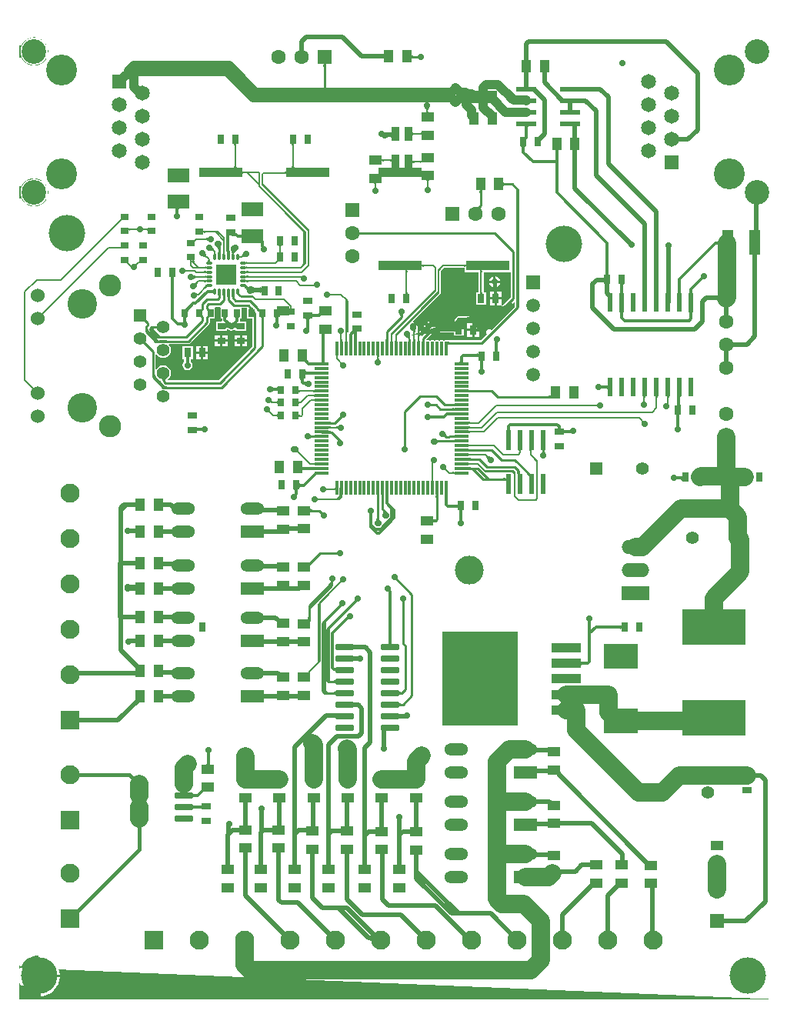
<source format=gtl>
G04*
G04 #@! TF.GenerationSoftware,Altium Limited,Altium Designer,20.0.13 (296)*
G04*
G04 Layer_Physical_Order=1*
G04 Layer_Color=255*
%FSLAX44Y44*%
%MOMM*%
G71*
G01*
G75*
%ADD12C,0.2000*%
%ADD13C,0.3000*%
%ADD14C,0.2500*%
%ADD18C,0.2540*%
%ADD20R,4.8000X1.1000*%
%ADD21R,0.8000X1.0000*%
%ADD22R,1.4000X1.0000*%
G04:AMPARAMS|DCode=23|XSize=1.97mm|YSize=0.6mm|CornerRadius=0.075mm|HoleSize=0mm|Usage=FLASHONLY|Rotation=0.000|XOffset=0mm|YOffset=0mm|HoleType=Round|Shape=RoundedRectangle|*
%AMROUNDEDRECTD23*
21,1,1.9700,0.4500,0,0,0.0*
21,1,1.8200,0.6000,0,0,0.0*
1,1,0.1500,0.9100,-0.2250*
1,1,0.1500,-0.9100,-0.2250*
1,1,0.1500,-0.9100,0.2250*
1,1,0.1500,0.9100,0.2250*
%
%ADD23ROUNDEDRECTD23*%
%ADD24R,1.0000X0.8000*%
%ADD25R,1.0000X1.4000*%
%ADD26R,2.2000X0.6000*%
%ADD27R,0.7000X0.9000*%
%ADD28R,0.9000X0.7000*%
%ADD29R,2.4000X1.5000*%
G04:AMPARAMS|DCode=30|XSize=0.28mm|YSize=0.69mm|CornerRadius=0.07mm|HoleSize=0mm|Usage=FLASHONLY|Rotation=180.000|XOffset=0mm|YOffset=0mm|HoleType=Round|Shape=RoundedRectangle|*
%AMROUNDEDRECTD30*
21,1,0.2800,0.5500,0,0,180.0*
21,1,0.1400,0.6900,0,0,180.0*
1,1,0.1400,-0.0700,0.2750*
1,1,0.1400,0.0700,0.2750*
1,1,0.1400,0.0700,-0.2750*
1,1,0.1400,-0.0700,-0.2750*
%
%ADD30ROUNDEDRECTD30*%
G04:AMPARAMS|DCode=31|XSize=0.28mm|YSize=0.69mm|CornerRadius=0.07mm|HoleSize=0mm|Usage=FLASHONLY|Rotation=270.000|XOffset=0mm|YOffset=0mm|HoleType=Round|Shape=RoundedRectangle|*
%AMROUNDEDRECTD31*
21,1,0.2800,0.5500,0,0,270.0*
21,1,0.1400,0.6900,0,0,270.0*
1,1,0.1400,-0.2750,-0.0700*
1,1,0.1400,-0.2750,0.0700*
1,1,0.1400,0.2750,0.0700*
1,1,0.1400,0.2750,-0.0700*
%
%ADD31ROUNDEDRECTD31*%
%ADD32R,2.2860X2.2860*%
%ADD33R,0.6000X2.2000*%
%ADD34R,0.9000X1.5000*%
%ADD35R,1.1500X2.7000*%
%ADD36R,3.2000X1.0500*%
%ADD37R,8.3000X10.4500*%
%ADD38R,3.8100X2.7940*%
%ADD39R,7.0000X4.0000*%
%ADD40R,1.5000X1.5000*%
%ADD41R,0.6000X2.0600*%
G04:AMPARAMS|DCode=42|XSize=1.56mm|YSize=0.28mm|CornerRadius=0.035mm|HoleSize=0mm|Usage=FLASHONLY|Rotation=270.000|XOffset=0mm|YOffset=0mm|HoleType=Round|Shape=RoundedRectangle|*
%AMROUNDEDRECTD42*
21,1,1.5600,0.2100,0,0,270.0*
21,1,1.4900,0.2800,0,0,270.0*
1,1,0.0700,-0.1050,-0.7450*
1,1,0.0700,-0.1050,0.7450*
1,1,0.0700,0.1050,0.7450*
1,1,0.0700,0.1050,-0.7450*
%
%ADD42ROUNDEDRECTD42*%
G04:AMPARAMS|DCode=43|XSize=1.56mm|YSize=0.28mm|CornerRadius=0.035mm|HoleSize=0mm|Usage=FLASHONLY|Rotation=0.000|XOffset=0mm|YOffset=0mm|HoleType=Round|Shape=RoundedRectangle|*
%AMROUNDEDRECTD43*
21,1,1.5600,0.2100,0,0,0.0*
21,1,1.4900,0.2800,0,0,0.0*
1,1,0.0700,0.7450,-0.1050*
1,1,0.0700,-0.7450,-0.1050*
1,1,0.0700,-0.7450,0.1050*
1,1,0.0700,0.7450,0.1050*
%
%ADD43ROUNDEDRECTD43*%
<<<<<<< HEAD
%ADD94C,0.3810*%
%ADD95C,0.5000*%
%ADD96C,1.0000*%
%ADD97C,2.0000*%
=======
%ADD94C,1.0000*%
%ADD95C,0.5000*%
%ADD96C,2.0000*%
%ADD97C,0.3810*%
>>>>>>> main
%ADD98R,2.6416X1.3208*%
%ADD99O,2.6416X1.3208*%
%ADD100C,2.1000*%
%ADD101R,2.1000X2.1000*%
%ADD102R,2.1000X2.1000*%
%ADD103C,1.6000*%
%ADD104R,1.6000X1.6000*%
%ADD105R,1.6000X1.6000*%
%ADD106C,4.0000*%
%ADD107C,2.7000*%
%ADD108C,1.6500*%
%ADD109R,1.6500X1.6500*%
%ADD110C,3.4000*%
%ADD111C,3.2500*%
%ADD112C,2.4450*%
%ADD113C,1.5300*%
%ADD114C,1.3980*%
%ADD115R,1.3980X1.3980*%
%ADD116R,3.0480X1.5240*%
%ADD117O,3.0480X1.5240*%
%ADD118C,3.1750*%
%ADD119C,1.4000*%
%ADD120R,1.4000X1.4000*%
%ADD121C,1.5000*%
%ADD122C,0.7000*%
G36*
<<<<<<< HEAD
X837931Y3569D02*
X3569D01*
Y18223D01*
X5569Y18724D01*
=======
X838441Y3059D02*
X3059D01*
Y21206D01*
X4329Y21394D01*
X4575Y20583D01*
>>>>>>> main
X6668Y16667D01*
X9485Y13235D01*
X12917Y10418D01*
X16833Y8325D01*
X21081Y7036D01*
X24230Y6726D01*
Y29250D01*
Y51774D01*
X21081Y51464D01*
X16833Y50175D01*
X12917Y48082D01*
X9485Y45265D01*
X6668Y41833D01*
<<<<<<< HEAD
X5569Y39776D01*
X3569Y40277D01*
Y884811D01*
X3834Y884919D01*
X5569Y885151D01*
X6800Y882847D01*
X8737Y880487D01*
X11097Y878550D01*
X13790Y877111D01*
X16711Y876224D01*
X19750Y875925D01*
X22789Y876224D01*
X25710Y877111D01*
X28403Y878550D01*
X30763Y880487D01*
X32700Y882847D01*
X34139Y885540D01*
X35026Y888462D01*
X35325Y891500D01*
X35026Y894539D01*
X34139Y897460D01*
X32700Y900153D01*
X30763Y902513D01*
X28403Y904450D01*
X25710Y905890D01*
X22789Y906776D01*
X19750Y907075D01*
X16711Y906776D01*
X13790Y905890D01*
X11097Y904450D01*
X8737Y902513D01*
X6800Y900153D01*
X5569Y897849D01*
X3834Y898082D01*
X3569Y898189D01*
Y1039811D01*
X3834Y1039919D01*
X5569Y1040151D01*
X6800Y1037847D01*
X8737Y1035487D01*
X11097Y1033550D01*
X13790Y1032111D01*
X16711Y1031224D01*
X19750Y1030925D01*
X22789Y1031224D01*
X25710Y1032111D01*
X28403Y1033550D01*
X30763Y1035487D01*
X32700Y1037847D01*
X34139Y1040540D01*
X35026Y1043462D01*
X35325Y1046500D01*
X35026Y1049539D01*
X34139Y1052460D01*
X32700Y1055153D01*
X30763Y1057513D01*
X28403Y1059450D01*
X25710Y1060890D01*
X22789Y1061776D01*
X19750Y1062075D01*
X16711Y1061776D01*
X13790Y1060890D01*
X11097Y1059450D01*
X8737Y1057513D01*
X6800Y1055153D01*
X5569Y1052849D01*
X3834Y1053082D01*
X3569Y1053189D01*
Y1075681D01*
X837931D01*
X837931Y3569D01*
=======
X4575Y37917D01*
X4329Y37106D01*
X3059Y37294D01*
Y1076191D01*
X838441D01*
X838441Y3059D01*
>>>>>>> main
D02*
G37*
%LPC*%
G36*
<<<<<<< HEAD
X437000Y1050000D02*
X423000D01*
Y1032000D01*
X437000D01*
Y1037186D01*
X441099D01*
X441535Y1036535D01*
X443354Y1035319D01*
X445500Y1034892D01*
X447646Y1035319D01*
X449465Y1036535D01*
X450681Y1038354D01*
X451108Y1040500D01*
X450681Y1042646D01*
X449465Y1044465D01*
X447646Y1045681D01*
X445500Y1046108D01*
X443354Y1045681D01*
X441535Y1044465D01*
X441099Y1043814D01*
X437000D01*
Y1050000D01*
D02*
G37*
G36*
X359000Y1067088D02*
X318750D01*
X316994Y1066739D01*
X315506Y1065744D01*
X310756Y1060994D01*
X309761Y1059506D01*
X309412Y1057750D01*
Y1049277D01*
X308707Y1048985D01*
X306618Y1047382D01*
X305015Y1045293D01*
X304007Y1042860D01*
X303664Y1040250D01*
X304007Y1037639D01*
X305015Y1035207D01*
X306618Y1033118D01*
X308707Y1031515D01*
X311140Y1030507D01*
X313750Y1030164D01*
X316360Y1030507D01*
X318793Y1031515D01*
X320882Y1033118D01*
X322485Y1035207D01*
X323493Y1037639D01*
X323836Y1040250D01*
X323493Y1042860D01*
X322485Y1045293D01*
X320882Y1047382D01*
X318793Y1048985D01*
X318588Y1049070D01*
Y1055850D01*
X320650Y1057912D01*
X357099D01*
X377256Y1037756D01*
X378744Y1036761D01*
X380500Y1036412D01*
X403000D01*
Y1032000D01*
X417000D01*
Y1050000D01*
X403000D01*
Y1045588D01*
X382401D01*
X362244Y1065744D01*
X360756Y1066739D01*
X359000Y1067088D01*
D02*
G37*
G36*
X815250Y1062075D02*
X812212Y1061776D01*
X809290Y1060890D01*
X806597Y1059450D01*
X804237Y1057513D01*
X802300Y1055153D01*
X800861Y1052460D01*
X799974Y1049539D01*
X799675Y1046500D01*
X799974Y1043462D01*
X800861Y1040540D01*
X802300Y1037847D01*
X804237Y1035487D01*
X806597Y1033550D01*
X809290Y1032111D01*
X812212Y1031224D01*
X815250Y1030925D01*
X818288Y1031224D01*
X821210Y1032111D01*
X823903Y1033550D01*
X826263Y1035487D01*
X828200Y1037847D01*
X829639Y1040540D01*
X830526Y1043462D01*
X830825Y1046500D01*
X830526Y1049539D01*
X829639Y1052460D01*
X828200Y1055153D01*
X826263Y1057513D01*
X823903Y1059450D01*
X821210Y1060890D01*
X818288Y1061776D01*
X815250Y1062075D01*
D02*
G37*
G36*
X288350Y1050336D02*
X285739Y1049993D01*
X283307Y1048985D01*
X281218Y1047382D01*
X279615Y1045293D01*
X278607Y1042860D01*
X278264Y1040250D01*
X278607Y1037639D01*
X279615Y1035207D01*
X281218Y1033118D01*
X283307Y1031515D01*
X285739Y1030507D01*
X288350Y1030164D01*
X290961Y1030507D01*
X293393Y1031515D01*
X295482Y1033118D01*
X297085Y1035207D01*
X298093Y1037639D01*
X298436Y1040250D01*
X298093Y1042860D01*
X297085Y1045293D01*
X295482Y1047382D01*
X293393Y1048985D01*
X290961Y1049993D01*
X288350Y1050336D01*
D02*
G37*
G36*
X667500Y1039108D02*
X665354Y1038681D01*
X663535Y1037465D01*
X662319Y1035646D01*
X661892Y1033500D01*
X662319Y1031354D01*
X663535Y1029535D01*
X665354Y1028319D01*
X667500Y1027892D01*
X669646Y1028319D01*
X671465Y1029535D01*
X672681Y1031354D01*
X673108Y1033500D01*
X672681Y1035646D01*
X671465Y1037465D01*
X669646Y1038681D01*
X667500Y1039108D01*
=======
X359000Y1066578D02*
X359000Y1066578D01*
X318750D01*
X318750Y1066578D01*
X317189Y1066268D01*
X315866Y1065384D01*
X315866Y1065384D01*
X311116Y1060634D01*
X310232Y1059311D01*
X309922Y1057750D01*
X309922Y1057750D01*
Y1048947D01*
X308959Y1048548D01*
X306975Y1047026D01*
X305452Y1045041D01*
X304494Y1042730D01*
X304168Y1040250D01*
X304494Y1037770D01*
X305452Y1035459D01*
X306975Y1033475D01*
X308959Y1031952D01*
X311270Y1030995D01*
X313750Y1030668D01*
X316230Y1030995D01*
X318541Y1031952D01*
X320525Y1033475D01*
X322048Y1035459D01*
X323005Y1037770D01*
X323332Y1040250D01*
X323005Y1042730D01*
X322048Y1045041D01*
X320525Y1047026D01*
X318541Y1048548D01*
X318078Y1048740D01*
Y1056061D01*
X320439Y1058422D01*
X357311D01*
X377616Y1038116D01*
X377616Y1038116D01*
X378939Y1037232D01*
X380500Y1036922D01*
X380500Y1036922D01*
X403500D01*
Y1032500D01*
X416500D01*
Y1049500D01*
X403500D01*
Y1045078D01*
X382189D01*
X361884Y1065384D01*
X360561Y1066268D01*
X360302Y1066319D01*
X359000Y1066578D01*
D02*
G37*
G36*
X436500Y1049500D02*
X423500D01*
Y1032500D01*
X436500D01*
Y1037696D01*
X441360D01*
X441895Y1036895D01*
X443549Y1035790D01*
X445500Y1035402D01*
X447451Y1035790D01*
X449105Y1036895D01*
X450210Y1038549D01*
X450598Y1040500D01*
X450210Y1042451D01*
X449105Y1044105D01*
X447451Y1045210D01*
X445500Y1045598D01*
X443549Y1045210D01*
X441895Y1044105D01*
X441360Y1043304D01*
X436500D01*
Y1049500D01*
D02*
G37*
G36*
X815250Y1061573D02*
X812309Y1061283D01*
X809482Y1060425D01*
X806876Y1059032D01*
X804592Y1057158D01*
X802718Y1054874D01*
X801325Y1052268D01*
X800467Y1049441D01*
X800177Y1046500D01*
X800467Y1043559D01*
X801325Y1040732D01*
X802718Y1038126D01*
X804592Y1035842D01*
X806876Y1033968D01*
X809482Y1032575D01*
X812309Y1031717D01*
X815250Y1031428D01*
X818191Y1031717D01*
X821018Y1032575D01*
X823624Y1033968D01*
X825908Y1035842D01*
X827782Y1038126D01*
X829175Y1040732D01*
X830033Y1043559D01*
X830323Y1046500D01*
X830033Y1049441D01*
X829175Y1052268D01*
X827782Y1054874D01*
X825908Y1057158D01*
X823624Y1059032D01*
X821018Y1060425D01*
X818191Y1061283D01*
X815250Y1061573D01*
D02*
G37*
G36*
X19750D02*
X16810Y1061283D01*
X13982Y1060425D01*
X11376Y1059032D01*
X9092Y1057158D01*
X7218Y1054874D01*
X5825Y1052268D01*
X4967Y1049441D01*
X4678Y1046500D01*
X4967Y1043559D01*
X5825Y1040732D01*
X7218Y1038126D01*
X9092Y1035842D01*
X11376Y1033968D01*
X13982Y1032575D01*
X16810Y1031717D01*
X19750Y1031428D01*
X22690Y1031717D01*
X25518Y1032575D01*
X28124Y1033968D01*
X30408Y1035842D01*
X32282Y1038126D01*
X33675Y1040732D01*
X34533Y1043559D01*
X34823Y1046500D01*
X34533Y1049441D01*
X33675Y1052268D01*
X32282Y1054874D01*
X30408Y1057158D01*
X28124Y1059032D01*
X25518Y1060425D01*
X22690Y1061283D01*
X19750Y1061573D01*
D02*
G37*
G36*
X288350Y1049832D02*
X285870Y1049505D01*
X283559Y1048548D01*
X281574Y1047026D01*
X280052Y1045041D01*
X279095Y1042730D01*
X278768Y1040250D01*
X279095Y1037770D01*
X280052Y1035459D01*
X281574Y1033475D01*
X283559Y1031952D01*
X285870Y1030995D01*
X288350Y1030668D01*
X290830Y1030995D01*
X293141Y1031952D01*
X295125Y1033475D01*
X296648Y1035459D01*
X297605Y1037770D01*
X297932Y1040250D01*
X297605Y1042730D01*
X296648Y1045041D01*
X295125Y1047026D01*
X293141Y1048548D01*
X290830Y1049505D01*
X288350Y1049832D01*
D02*
G37*
G36*
X667500Y1038598D02*
X665549Y1038210D01*
X663895Y1037105D01*
X662790Y1035451D01*
X662402Y1033500D01*
X662790Y1031549D01*
X663895Y1029895D01*
X665549Y1028790D01*
X667500Y1028402D01*
X669451Y1028790D01*
X671105Y1029895D01*
X672210Y1031549D01*
X672598Y1033500D01*
X672210Y1035451D01*
X671105Y1037105D01*
X669451Y1038210D01*
X667500Y1038598D01*
>>>>>>> main
D02*
G37*
G36*
X697120Y1024166D02*
Y1014720D01*
X706566D01*
X706362Y1016267D01*
X705275Y1018892D01*
X703546Y1021146D01*
X701292Y1022875D01*
X698667Y1023962D01*
X697120Y1024166D01*
D02*
G37*
G36*
X694580D02*
X693033Y1023962D01*
X690408Y1022875D01*
X688155Y1021146D01*
X686425Y1018892D01*
X685338Y1016267D01*
X685134Y1014720D01*
X694580D01*
Y1024166D01*
D02*
G37*
G36*
<<<<<<< HEAD
X784750Y1045242D02*
X781025Y1044875D01*
X777444Y1043789D01*
X774143Y1042024D01*
X771250Y1039650D01*
X768876Y1036757D01*
X767111Y1033456D01*
X766025Y1029875D01*
X765658Y1026150D01*
X766025Y1022425D01*
X767111Y1018844D01*
X768876Y1015543D01*
X771250Y1012650D01*
X774143Y1010276D01*
X777444Y1008511D01*
X781025Y1007425D01*
X784750Y1007058D01*
X788475Y1007425D01*
X792056Y1008511D01*
X795357Y1010276D01*
X798250Y1012650D01*
X800624Y1015543D01*
X802389Y1018844D01*
X803475Y1022425D01*
X803842Y1026150D01*
X803475Y1029875D01*
X802389Y1033456D01*
X800624Y1036757D01*
X798250Y1039650D01*
X795357Y1042024D01*
X792056Y1043789D01*
X788475Y1044875D01*
X784750Y1045242D01*
=======
X784750Y1044740D02*
X781123Y1044382D01*
X777636Y1043325D01*
X774422Y1041607D01*
X771605Y1039295D01*
X769293Y1036478D01*
X767576Y1033264D01*
X766518Y1029777D01*
X766161Y1026150D01*
X766518Y1022523D01*
X767576Y1019036D01*
X769293Y1015822D01*
X771605Y1013005D01*
X774422Y1010693D01*
X777636Y1008976D01*
X781123Y1007918D01*
X784750Y1007561D01*
X788377Y1007918D01*
X791864Y1008976D01*
X795078Y1010693D01*
X797895Y1013005D01*
X800207Y1015822D01*
X801925Y1019036D01*
X802982Y1022523D01*
X803339Y1026150D01*
X802982Y1029777D01*
X801925Y1033264D01*
X800207Y1036478D01*
X797895Y1039295D01*
X795078Y1041607D01*
X791864Y1043325D01*
X788377Y1044382D01*
X784750Y1044740D01*
>>>>>>> main
D02*
G37*
G36*
X50250D02*
<<<<<<< HEAD
X46525Y1044875D01*
X42944Y1043789D01*
X39643Y1042024D01*
X36750Y1039650D01*
X34376Y1036757D01*
X32611Y1033456D01*
X31525Y1029875D01*
X31158Y1026150D01*
X31525Y1022425D01*
X32611Y1018844D01*
X34376Y1015543D01*
X36750Y1012650D01*
X39643Y1010276D01*
X42944Y1008511D01*
X46525Y1007425D01*
X50250Y1007058D01*
X53975Y1007425D01*
X57556Y1008511D01*
X60857Y1010276D01*
X63750Y1012650D01*
X66124Y1015543D01*
X67889Y1018844D01*
X68975Y1022425D01*
X69342Y1026150D01*
X68975Y1029875D01*
X67889Y1033456D01*
X66124Y1036757D01*
X63750Y1039650D01*
X60857Y1042024D01*
X57556Y1043789D01*
X53975Y1044875D01*
X50250Y1045242D01*
=======
X46623Y1044382D01*
X43136Y1043325D01*
X39922Y1041607D01*
X37105Y1039295D01*
X34793Y1036478D01*
X33075Y1033264D01*
X32018Y1029777D01*
X31660Y1026150D01*
X32018Y1022523D01*
X33075Y1019036D01*
X34793Y1015822D01*
X37105Y1013005D01*
X39922Y1010693D01*
X43136Y1008976D01*
X46623Y1007918D01*
X50250Y1007561D01*
X53877Y1007918D01*
X57364Y1008976D01*
X60578Y1010693D01*
X63395Y1013005D01*
X65707Y1015822D01*
X67425Y1019036D01*
X68482Y1022523D01*
X68840Y1026150D01*
X68482Y1029777D01*
X67425Y1033264D01*
X65707Y1036478D01*
X63395Y1039295D01*
X60578Y1041607D01*
X57364Y1043325D01*
X53877Y1044382D01*
X50250Y1044740D01*
>>>>>>> main
D02*
G37*
G36*
X706566Y1012180D02*
X697120D01*
Y1002734D01*
X698667Y1002938D01*
X701292Y1004025D01*
X703546Y1005754D01*
X705275Y1008008D01*
X706362Y1010633D01*
X706566Y1012180D01*
D02*
G37*
G36*
X694580D02*
X685134D01*
X685338Y1010633D01*
X686425Y1008008D01*
X688155Y1005754D01*
X690408Y1004025D01*
X693033Y1002938D01*
X694580Y1002734D01*
Y1012180D01*
D02*
G37*
G36*
<<<<<<< HEAD
X721250Y1011088D02*
X718574Y1010736D01*
X716081Y1009703D01*
X713940Y1008060D01*
X712297Y1005919D01*
X711264Y1003426D01*
X710912Y1000750D01*
X711264Y998074D01*
X712297Y995581D01*
X713940Y993440D01*
X716081Y991797D01*
X718574Y990764D01*
X721250Y990412D01*
X723926Y990764D01*
X726419Y991797D01*
X728560Y993440D01*
X730203Y995581D01*
X731236Y998074D01*
X731589Y1000750D01*
X731236Y1003426D01*
X730203Y1005919D01*
X728560Y1008060D01*
X726419Y1009703D01*
X723926Y1010736D01*
X721250Y1011088D01*
D02*
G37*
G36*
X695850Y998389D02*
X693174Y998036D01*
X690681Y997003D01*
X688540Y995360D01*
X686897Y993219D01*
X685864Y990726D01*
X685512Y988050D01*
X685864Y985374D01*
X686897Y982881D01*
X688540Y980740D01*
X690681Y979097D01*
X693174Y978064D01*
X695850Y977712D01*
X698526Y978064D01*
X701019Y979097D01*
X703160Y980740D01*
X704803Y982881D01*
X705836Y985374D01*
X706189Y988050D01*
X705836Y990726D01*
X704803Y993219D01*
X703160Y995360D01*
X701019Y997003D01*
X698526Y998036D01*
X695850Y998389D01*
=======
X721250Y1010584D02*
X718705Y1010249D01*
X716333Y1009267D01*
X714296Y1007704D01*
X712733Y1005667D01*
X711751Y1003295D01*
X711416Y1000750D01*
X711751Y998205D01*
X712733Y995833D01*
X714296Y993796D01*
X716333Y992233D01*
X718705Y991251D01*
X721250Y990916D01*
X723795Y991251D01*
X726167Y992233D01*
X728204Y993796D01*
X729767Y995833D01*
X730749Y998205D01*
X731084Y1000750D01*
X730749Y1003295D01*
X729767Y1005667D01*
X728204Y1007704D01*
X726167Y1009267D01*
X723795Y1010249D01*
X721250Y1010584D01*
D02*
G37*
G36*
X695850Y997884D02*
X693305Y997549D01*
X690933Y996567D01*
X688896Y995004D01*
X687333Y992967D01*
X686351Y990595D01*
X686016Y988050D01*
X686351Y985505D01*
X687333Y983133D01*
X688896Y981096D01*
X690933Y979533D01*
X693305Y978551D01*
X695850Y978216D01*
X698395Y978551D01*
X700767Y979533D01*
X702804Y981096D01*
X704367Y983133D01*
X705349Y985505D01*
X705684Y988050D01*
X705349Y990595D01*
X704367Y992967D01*
X702804Y995004D01*
X700767Y996567D01*
X698395Y997549D01*
X695850Y997884D01*
>>>>>>> main
D02*
G37*
G36*
X113750D02*
<<<<<<< HEAD
X111074Y998036D01*
X108581Y997003D01*
X106440Y995360D01*
X104797Y993219D01*
X103764Y990726D01*
X103412Y988050D01*
X103764Y985374D01*
X104797Y982881D01*
X106440Y980740D01*
X108581Y979097D01*
X111074Y978064D01*
X113750Y977712D01*
X116426Y978064D01*
X118919Y979097D01*
X121060Y980740D01*
X122703Y982881D01*
X123736Y985374D01*
X124088Y988050D01*
X123736Y990726D01*
X122703Y993219D01*
X121060Y995360D01*
X118919Y997003D01*
X116426Y998036D01*
X113750Y998389D01*
D02*
G37*
G36*
X721250Y985688D02*
X718574Y985336D01*
X716081Y984303D01*
X713940Y982660D01*
X712297Y980519D01*
X711264Y978026D01*
X710912Y975350D01*
X711264Y972674D01*
X712297Y970181D01*
X713940Y968040D01*
X716081Y966397D01*
X718574Y965364D01*
X721250Y965012D01*
X723926Y965364D01*
X726419Y966397D01*
X728560Y968040D01*
X730203Y970181D01*
X731236Y972674D01*
X731589Y975350D01*
X731236Y978026D01*
X730203Y980519D01*
X728560Y982660D01*
X726419Y984303D01*
X723926Y985336D01*
X721250Y985688D01*
=======
X111205Y997549D01*
X108833Y996567D01*
X106796Y995004D01*
X105233Y992967D01*
X104251Y990595D01*
X103916Y988050D01*
X104251Y985505D01*
X105233Y983133D01*
X106796Y981096D01*
X108833Y979533D01*
X111205Y978551D01*
X113750Y978216D01*
X116295Y978551D01*
X118667Y979533D01*
X120704Y981096D01*
X122267Y983133D01*
X123249Y985505D01*
X123584Y988050D01*
X123249Y990595D01*
X122267Y992967D01*
X120704Y995004D01*
X118667Y996567D01*
X116295Y997549D01*
X113750Y997884D01*
D02*
G37*
G36*
X721250Y985184D02*
X718705Y984849D01*
X716333Y983867D01*
X714296Y982304D01*
X712733Y980267D01*
X711751Y977895D01*
X711416Y975350D01*
X711751Y972805D01*
X712733Y970433D01*
X714296Y968396D01*
X716333Y966833D01*
X718705Y965851D01*
X721250Y965516D01*
X723795Y965851D01*
X726167Y966833D01*
X728204Y968396D01*
X729767Y970433D01*
X730749Y972805D01*
X731084Y975350D01*
X730749Y977895D01*
X729767Y980267D01*
X728204Y982304D01*
X726167Y983867D01*
X723795Y984849D01*
X721250Y985184D01*
>>>>>>> main
D02*
G37*
G36*
X139150D02*
<<<<<<< HEAD
X136474Y985336D01*
X133981Y984303D01*
X131840Y982660D01*
X130197Y980519D01*
X129164Y978026D01*
X128812Y975350D01*
X129164Y972674D01*
X130197Y970181D01*
X131840Y968040D01*
X133981Y966397D01*
X136474Y965364D01*
X139150Y965012D01*
X141826Y965364D01*
X144319Y966397D01*
X146460Y968040D01*
X148103Y970181D01*
X149136Y972674D01*
X149488Y975350D01*
X149136Y978026D01*
X148103Y980519D01*
X146460Y982660D01*
X144319Y984303D01*
X141826Y985336D01*
X139150Y985688D01*
D02*
G37*
G36*
X424750Y965500D02*
X423250Y965500D01*
X411250D01*
Y958738D01*
X410975Y958462D01*
X409215Y957715D01*
X407396Y958931D01*
X405250Y959358D01*
X403104Y958931D01*
X401285Y957715D01*
X400069Y955896D01*
X399642Y953750D01*
X400069Y951604D01*
X401285Y949785D01*
X403104Y948569D01*
X405250Y948142D01*
X407396Y948569D01*
X409215Y949785D01*
X410975Y949038D01*
X411250Y948762D01*
Y946500D01*
X423250D01*
X424750Y946500D01*
X426250Y946500D01*
X438250D01*
Y952941D01*
X444250D01*
Y947250D01*
X462250D01*
Y961250D01*
X444250D01*
Y959059D01*
X438250D01*
Y965500D01*
X426250D01*
X424750Y965500D01*
D02*
G37*
G36*
X715000Y1062088D02*
X564179D01*
X562423Y1061739D01*
X560935Y1060744D01*
X558006Y1057815D01*
X557011Y1056327D01*
X556662Y1054571D01*
Y1039500D01*
X554250D01*
Y1021500D01*
X556662D01*
Y1010300D01*
X548500D01*
Y1000300D01*
X567103D01*
X567630Y999600D01*
X566632Y997600D01*
X550574D01*
X550531Y997609D01*
X550487Y997600D01*
X548500D01*
X548500Y997600D01*
Y997600D01*
X547073Y998808D01*
X532815Y1013065D01*
X531524Y1013929D01*
X530000Y1014231D01*
X517500D01*
X515976Y1013929D01*
X514685Y1013065D01*
X511185Y1009565D01*
X510322Y1008274D01*
X510019Y1006750D01*
Y1005500D01*
X497000D01*
X497000Y1005500D01*
X495000Y1005474D01*
X494712Y1005531D01*
X489974D01*
X489071Y1006435D01*
X488681Y1008396D01*
X487465Y1010215D01*
X485646Y1011431D01*
X483500Y1011858D01*
X481354Y1011431D01*
X479535Y1010215D01*
X478319Y1008396D01*
X477892Y1006250D01*
X476133Y1005531D01*
X342464D01*
Y1030250D01*
X349150D01*
Y1050250D01*
X329150D01*
Y1030250D01*
X335836D01*
Y1005531D01*
X265113D01*
X236993Y1033652D01*
X235701Y1034515D01*
X234177Y1034818D01*
X129183D01*
X127659Y1034515D01*
X126368Y1033652D01*
X120416Y1027700D01*
X119553Y1026408D01*
X119250Y1024885D01*
Y1023700D01*
X103500D01*
Y1003200D01*
X124000D01*
Y1004910D01*
X125855Y1006123D01*
X126000Y1006106D01*
X126766Y1004959D01*
X129063Y1002662D01*
X128812Y1000750D01*
X129164Y998074D01*
X130197Y995581D01*
X131840Y993440D01*
X133981Y991797D01*
X136474Y990764D01*
X139150Y990412D01*
X141826Y990764D01*
X144319Y991797D01*
X146460Y993440D01*
X148103Y995581D01*
X149136Y998074D01*
X149488Y1000750D01*
X149136Y1003426D01*
X148103Y1005919D01*
X146460Y1008060D01*
X144319Y1009703D01*
X141826Y1010736D01*
X139150Y1011088D01*
X136474Y1010736D01*
X135563Y1010359D01*
X133563Y1011695D01*
Y1020505D01*
X229898D01*
X258018Y992385D01*
X259310Y991522D01*
X260833Y991218D01*
X446216D01*
X447285Y989219D01*
X447069Y988896D01*
X446642Y986750D01*
X447069Y984604D01*
X447974Y983250D01*
X447399Y981649D01*
X447100Y981266D01*
X447083Y981250D01*
X444250D01*
Y967250D01*
X462250D01*
Y981250D01*
X457417D01*
X457400Y981266D01*
X457101Y981649D01*
X456526Y983250D01*
X457431Y984604D01*
X457858Y986750D01*
X457431Y988896D01*
X457215Y989219D01*
X458284Y991218D01*
X477276D01*
X478179Y990315D01*
X478569Y988354D01*
X479785Y986535D01*
X481604Y985319D01*
X483750Y984892D01*
X485896Y985319D01*
X487715Y986535D01*
X488931Y988354D01*
X489114Y989272D01*
X491114Y989075D01*
Y987883D01*
X491417Y986359D01*
X492280Y985067D01*
X496923Y980423D01*
Y976095D01*
X497000Y975710D01*
Y964000D01*
X511000D01*
Y979541D01*
X513000Y980369D01*
X517000Y976369D01*
Y964000D01*
X531000D01*
Y979256D01*
X532848Y980022D01*
X535785Y977085D01*
X537076Y976222D01*
X538600Y975919D01*
X548500D01*
Y974900D01*
X574500D01*
Y984900D01*
X548500D01*
Y983882D01*
X540249D01*
X531000Y993131D01*
Y1001006D01*
X532848Y1001772D01*
X544529Y990091D01*
X545820Y989228D01*
X547344Y988925D01*
X548222D01*
X548283Y988920D01*
X548500Y988891D01*
Y987600D01*
X574500D01*
Y989658D01*
X576500Y990659D01*
X577162Y990165D01*
Y957651D01*
X573511Y954000D01*
X568000D01*
Y940000D01*
X580000D01*
Y947511D01*
X584994Y952506D01*
X585989Y953994D01*
X586338Y955750D01*
Y993050D01*
X585989Y994806D01*
X584994Y996294D01*
X574500Y1006789D01*
Y1010300D01*
X565838D01*
Y1021500D01*
X568250D01*
Y1039500D01*
X565838D01*
Y1052671D01*
X566079Y1052912D01*
X713100D01*
X745162Y1020850D01*
Y962150D01*
X737550Y954538D01*
X730444D01*
X730203Y955119D01*
X728560Y957260D01*
X726419Y958903D01*
X723926Y959936D01*
X721250Y960288D01*
X718574Y959936D01*
X716081Y958903D01*
X713940Y957260D01*
X712297Y955119D01*
X711264Y952626D01*
X710912Y949950D01*
X711264Y947274D01*
X712297Y944781D01*
X713940Y942640D01*
X716081Y940997D01*
X718574Y939964D01*
X721250Y939612D01*
X723926Y939964D01*
X726419Y940997D01*
X728560Y942640D01*
X730203Y944781D01*
X730444Y945362D01*
X739450D01*
X741206Y945711D01*
X742694Y946706D01*
X752994Y957006D01*
X753989Y958494D01*
X754338Y960250D01*
Y1022750D01*
X753989Y1024506D01*
X752994Y1025994D01*
X718244Y1060744D01*
X716756Y1061739D01*
X715000Y1062088D01*
D02*
G37*
G36*
X695850Y972989D02*
X693174Y972636D01*
X690681Y971603D01*
X688540Y969960D01*
X686897Y967819D01*
X685864Y965326D01*
X685512Y962650D01*
X685864Y959974D01*
X686897Y957481D01*
X688540Y955340D01*
X690681Y953697D01*
X693174Y952664D01*
X695850Y952312D01*
X698526Y952664D01*
X701019Y953697D01*
X703160Y955340D01*
X704803Y957481D01*
X705836Y959974D01*
X706189Y962650D01*
X705836Y965326D01*
X704803Y967819D01*
X703160Y969960D01*
X701019Y971603D01*
X698526Y972636D01*
X695850Y972989D01*
=======
X136605Y984849D01*
X134233Y983867D01*
X132196Y982304D01*
X130633Y980267D01*
X129651Y977895D01*
X129316Y975350D01*
X129651Y972805D01*
X130633Y970433D01*
X132196Y968396D01*
X134233Y966833D01*
X136605Y965851D01*
X139150Y965516D01*
X141695Y965851D01*
X144067Y966833D01*
X146104Y968396D01*
X147667Y970433D01*
X148649Y972805D01*
X148984Y975350D01*
X148649Y977895D01*
X147667Y980267D01*
X146104Y982304D01*
X144067Y983867D01*
X141695Y984849D01*
X139150Y985184D01*
D02*
G37*
G36*
X423750Y965000D02*
X411750D01*
Y959059D01*
X405970D01*
X405605Y959605D01*
X403951Y960710D01*
X402000Y961098D01*
X400049Y960710D01*
X398395Y959605D01*
X397290Y957951D01*
X396902Y956000D01*
X397290Y954049D01*
X398395Y952395D01*
X400049Y951290D01*
X402000Y950902D01*
X403951Y951290D01*
X405605Y952395D01*
X405970Y952941D01*
X411750D01*
Y947000D01*
X423750D01*
Y965000D01*
D02*
G37*
G36*
X715000Y1061578D02*
X715000Y1061578D01*
X564179D01*
X562618Y1061268D01*
X561295Y1060384D01*
X561295Y1060384D01*
X558366Y1057455D01*
X557482Y1056132D01*
X557172Y1054571D01*
X557172Y1054571D01*
Y1039000D01*
X554750D01*
Y1022000D01*
X557172D01*
Y1009800D01*
X549000D01*
Y1000800D01*
X568232D01*
X570759Y998273D01*
X570273Y997100D01*
X549000D01*
Y996072D01*
X545088D01*
X544629Y996531D01*
X544458Y997394D01*
X543705Y998520D01*
X529520Y1012705D01*
X528394Y1013457D01*
X527065Y1013722D01*
X517500D01*
X516171Y1013457D01*
X515045Y1012705D01*
X511545Y1009205D01*
X510793Y1008079D01*
X510528Y1006750D01*
Y1006258D01*
X510500Y1005000D01*
X509258Y1005000D01*
X497500D01*
Y1005000D01*
X496230Y1004631D01*
X496041Y1004758D01*
X494712Y1005022D01*
X489763D01*
X488587Y1006197D01*
X488598Y1006250D01*
X488210Y1008201D01*
X487105Y1009855D01*
X485451Y1010960D01*
X483500Y1011348D01*
X481549Y1010960D01*
X479895Y1009855D01*
X478790Y1008201D01*
X478402Y1006250D01*
X478454Y1005989D01*
X477487Y1005022D01*
X341954D01*
Y1030750D01*
X348650D01*
Y1049750D01*
X329650D01*
Y1030750D01*
X336346D01*
Y1005022D01*
X264902D01*
X236632Y1033291D01*
X235506Y1034044D01*
X234177Y1034308D01*
X129183D01*
X127854Y1034044D01*
X126728Y1033291D01*
X120777Y1027340D01*
X120024Y1026213D01*
X119760Y1024885D01*
Y1023465D01*
X119495Y1023200D01*
X104000D01*
Y1003700D01*
X123500D01*
Y1017386D01*
X124840Y1018726D01*
X126110Y1018199D01*
Y1007775D01*
X126374Y1006446D01*
X127127Y1005320D01*
X129593Y1002854D01*
X129316Y1000750D01*
X129651Y998205D01*
X130633Y995833D01*
X132196Y993796D01*
X134233Y992233D01*
X136605Y991251D01*
X139150Y990916D01*
X141695Y991251D01*
X144067Y992233D01*
X146104Y993796D01*
X147667Y995833D01*
X148649Y998205D01*
X148984Y1000750D01*
X148649Y1003295D01*
X147667Y1005667D01*
X146104Y1007704D01*
X144067Y1009267D01*
X141695Y1010249D01*
X139150Y1010584D01*
X136605Y1010249D01*
X134233Y1009267D01*
X133053Y1009962D01*
Y1020816D01*
X133251Y1021015D01*
X230109D01*
X258379Y992745D01*
X259505Y991993D01*
X260833Y991728D01*
X448415D01*
X448800Y990458D01*
X448645Y990355D01*
X447540Y988701D01*
X447152Y986750D01*
X447540Y984799D01*
X448645Y983145D01*
X449701Y982440D01*
Y981428D01*
X449627Y981262D01*
X449618Y980925D01*
X449603Y980750D01*
X444750D01*
Y967750D01*
X461750D01*
Y980750D01*
X454897D01*
X454882Y980925D01*
X454873Y981262D01*
X454799Y981428D01*
Y982440D01*
X455855Y983145D01*
X456960Y984799D01*
X457348Y986750D01*
X456960Y988701D01*
X455855Y990355D01*
X455700Y990458D01*
X456085Y991728D01*
X477487D01*
X478662Y990553D01*
X478652Y990500D01*
X479040Y988549D01*
X480145Y986895D01*
X481799Y985790D01*
X483750Y985402D01*
X485701Y985790D01*
X487355Y986895D01*
X488460Y988549D01*
X488848Y990500D01*
X488796Y990761D01*
X489763Y991728D01*
X490644D01*
X492045Y990327D01*
Y988168D01*
X492309Y986839D01*
X493062Y985713D01*
X497433Y981342D01*
Y976095D01*
X497500Y975760D01*
Y964500D01*
X510500D01*
Y981500D01*
X504377D01*
Y982780D01*
X504112Y984108D01*
X503360Y985235D01*
X501768Y986827D01*
X502254Y988000D01*
X510500Y988000D01*
X510528Y986742D01*
Y985000D01*
X510793Y983671D01*
X511545Y982545D01*
X517500Y976590D01*
Y964500D01*
X530500D01*
Y980248D01*
X530500Y980607D01*
X531625Y981644D01*
X531956Y981634D01*
X536145Y977445D01*
X537271Y976693D01*
X538600Y976428D01*
X549000D01*
Y975400D01*
X574000D01*
Y984400D01*
X549000D01*
Y983372D01*
X540038D01*
X530500Y992910D01*
Y1000246D01*
X531673Y1000732D01*
X537871Y994535D01*
X538043Y993671D01*
X538795Y992545D01*
X541195Y990145D01*
X542321Y989393D01*
X543650Y989128D01*
X549000D01*
Y988100D01*
X574000D01*
Y993373D01*
X575173Y993859D01*
X577672Y991361D01*
Y957439D01*
X573732Y953500D01*
X568500D01*
Y940500D01*
X579500D01*
Y947732D01*
X584634Y952866D01*
X585518Y954189D01*
X585828Y955750D01*
X585828Y955750D01*
Y993050D01*
X585828Y993050D01*
X585518Y994611D01*
X584634Y995934D01*
X584634Y995934D01*
X574000Y1006568D01*
Y1009800D01*
X565328D01*
Y1022000D01*
X567750D01*
Y1039000D01*
X565328D01*
Y1052882D01*
X565868Y1053422D01*
X713311D01*
X745672Y1021061D01*
Y961939D01*
X737761Y954028D01*
X730114D01*
X729767Y954867D01*
X728204Y956904D01*
X726167Y958467D01*
X723795Y959449D01*
X721250Y959784D01*
X718705Y959449D01*
X716333Y958467D01*
X714296Y956904D01*
X712733Y954867D01*
X711751Y952495D01*
X711416Y949950D01*
X711751Y947405D01*
X712733Y945033D01*
X714296Y942996D01*
X716333Y941433D01*
X718705Y940451D01*
X721250Y940116D01*
X723795Y940451D01*
X726167Y941433D01*
X728204Y942996D01*
X729767Y945033D01*
X730114Y945872D01*
X739450D01*
X739450Y945872D01*
X741011Y946182D01*
X742334Y947066D01*
X752634Y957366D01*
X752634Y957366D01*
X753518Y958689D01*
X753828Y960250D01*
Y1022750D01*
X753828Y1022750D01*
X753518Y1024311D01*
X752634Y1025634D01*
X752634Y1025634D01*
X717884Y1060384D01*
X716561Y1061268D01*
X716302Y1061319D01*
X715000Y1061578D01*
D02*
G37*
G36*
X695850Y972484D02*
X693305Y972149D01*
X690933Y971167D01*
X688896Y969604D01*
X687333Y967567D01*
X686351Y965195D01*
X686016Y962650D01*
X686351Y960105D01*
X687333Y957733D01*
X688896Y955696D01*
X690933Y954133D01*
X693305Y953151D01*
X695850Y952816D01*
X698395Y953151D01*
X700767Y954133D01*
X702804Y955696D01*
X704367Y957733D01*
X705349Y960105D01*
X705684Y962650D01*
X705349Y965195D01*
X704367Y967567D01*
X702804Y969604D01*
X700767Y971167D01*
X698395Y972149D01*
X695850Y972484D01*
>>>>>>> main
D02*
G37*
G36*
X113750D02*
<<<<<<< HEAD
X111074Y972636D01*
X108581Y971603D01*
X106440Y969960D01*
X104797Y967819D01*
X103764Y965326D01*
X103412Y962650D01*
X103764Y959974D01*
X104797Y957481D01*
X106440Y955340D01*
X108581Y953697D01*
X111074Y952664D01*
X113750Y952312D01*
X116426Y952664D01*
X118919Y953697D01*
X121060Y955340D01*
X122703Y957481D01*
X123736Y959974D01*
X124088Y962650D01*
X123736Y965326D01*
X122703Y967819D01*
X121060Y969960D01*
X118919Y971603D01*
X116426Y972636D01*
X113750Y972989D01*
=======
X111205Y972149D01*
X108833Y971167D01*
X106796Y969604D01*
X105233Y967567D01*
X104251Y965195D01*
X103916Y962650D01*
X104251Y960105D01*
X105233Y957733D01*
X106796Y955696D01*
X108833Y954133D01*
X111205Y953151D01*
X113750Y952816D01*
X116295Y953151D01*
X118667Y954133D01*
X120704Y955696D01*
X122267Y957733D01*
X123249Y960105D01*
X123584Y962650D01*
X123249Y965195D01*
X122267Y967567D01*
X120704Y969604D01*
X118667Y971167D01*
X116295Y972149D01*
X113750Y972484D01*
>>>>>>> main
D02*
G37*
G36*
X327040Y957540D02*
X321770D01*
Y951270D01*
X327040D01*
Y957540D01*
D02*
G37*
G36*
X319230D02*
X313960D01*
Y951270D01*
X319230D01*
Y957540D01*
D02*
G37*
G36*
X231540Y957290D02*
X226270D01*
Y951020D01*
X231540D01*
Y957290D01*
D02*
G37*
G36*
X223730D02*
X218460D01*
Y951020D01*
X223730D01*
Y957290D01*
D02*
G37*
G36*
<<<<<<< HEAD
=======
X437750Y965000D02*
X425750D01*
Y947000D01*
X437750D01*
Y953353D01*
X437925Y953368D01*
X438262Y953377D01*
X438428Y953451D01*
X444072D01*
X444238Y953377D01*
X444568Y953368D01*
X444750Y953352D01*
Y947750D01*
X461750D01*
Y960750D01*
X444750D01*
Y958648D01*
X444568Y958632D01*
X444238Y958623D01*
X444072Y958549D01*
X438428D01*
X438262Y958623D01*
X437925Y958632D01*
X437750Y958647D01*
Y965000D01*
D02*
G37*
G36*
>>>>>>> main
X327040Y948730D02*
X321770D01*
Y942460D01*
X327040D01*
Y948730D01*
D02*
G37*
G36*
X319230D02*
X313960D01*
Y942460D01*
X319230D01*
Y948730D01*
D02*
G37*
G36*
X231540Y948480D02*
X226270D01*
Y942210D01*
X231540D01*
Y948480D01*
D02*
G37*
G36*
X223730D02*
X218460D01*
Y942210D01*
X223730D01*
Y948480D01*
D02*
G37*
G36*
<<<<<<< HEAD
X139150Y960288D02*
X136474Y959936D01*
X133981Y958903D01*
X131840Y957260D01*
X130197Y955119D01*
X129164Y952626D01*
X128812Y949950D01*
X129164Y947274D01*
X130197Y944781D01*
X131840Y942640D01*
X133981Y940997D01*
X136474Y939964D01*
X139150Y939612D01*
X141826Y939964D01*
X144319Y940997D01*
X146460Y942640D01*
X148103Y944781D01*
X149136Y947274D01*
X149488Y949950D01*
X149136Y952626D01*
X148103Y955119D01*
X146460Y957260D01*
X144319Y958903D01*
X141826Y959936D01*
X139150Y960288D01*
D02*
G37*
G36*
X462250Y936750D02*
X444250D01*
Y928059D01*
X438250D01*
Y934500D01*
X426250D01*
X424750Y934500D01*
X423250Y934500D01*
X411250D01*
Y929809D01*
X404750D01*
Y933750D01*
X386750D01*
Y919750D01*
X404750D01*
Y923691D01*
X411250D01*
Y915500D01*
X423250D01*
X424750Y915500D01*
X426250Y915500D01*
X438250D01*
Y921941D01*
X446500D01*
X446500Y921941D01*
X447671Y922174D01*
X448533Y922750D01*
X462250D01*
Y936750D01*
D02*
G37*
G36*
X695850Y947589D02*
X693174Y947236D01*
X690681Y946203D01*
X688540Y944560D01*
X686897Y942419D01*
X685864Y939926D01*
X685512Y937250D01*
X685864Y934574D01*
X686897Y932081D01*
X688540Y929940D01*
X690681Y928297D01*
X693174Y927264D01*
X695850Y926912D01*
X698526Y927264D01*
X701019Y928297D01*
X703160Y929940D01*
X704803Y932081D01*
X705836Y934574D01*
X706189Y937250D01*
X705836Y939926D01*
X704803Y942419D01*
X703160Y944560D01*
X701019Y946203D01*
X698526Y947236D01*
X695850Y947589D01*
=======
X139150Y959784D02*
X136605Y959449D01*
X134233Y958467D01*
X132196Y956904D01*
X130633Y954867D01*
X129651Y952495D01*
X129316Y949950D01*
X129651Y947405D01*
X130633Y945033D01*
X132196Y942996D01*
X134233Y941433D01*
X136605Y940451D01*
X139150Y940116D01*
X141695Y940451D01*
X144067Y941433D01*
X146104Y942996D01*
X147667Y945033D01*
X148649Y947405D01*
X148984Y949950D01*
X148649Y952495D01*
X147667Y954867D01*
X146104Y956904D01*
X144067Y958467D01*
X141695Y959449D01*
X139150Y959784D01*
D02*
G37*
G36*
X423750Y934000D02*
X411750D01*
Y929397D01*
X411575Y929382D01*
X411238Y929373D01*
X411072Y929299D01*
X404929D01*
X404762Y929373D01*
X404432Y929382D01*
X404250Y929398D01*
Y933250D01*
X387250D01*
Y920250D01*
X404250D01*
Y924102D01*
X404432Y924118D01*
X404762Y924127D01*
X404929Y924201D01*
X411072D01*
X411238Y924127D01*
X411575Y924118D01*
X411750Y924103D01*
Y916000D01*
X423750D01*
Y934000D01*
D02*
G37*
G36*
X461750Y936250D02*
X444750D01*
Y927647D01*
X444572Y927632D01*
X444238Y927623D01*
X444072Y927549D01*
X438428D01*
X438262Y927623D01*
X437925Y927632D01*
X437750Y927647D01*
Y934000D01*
X425750D01*
Y916000D01*
X437750D01*
Y922353D01*
X437925Y922368D01*
X438262Y922377D01*
X438428Y922451D01*
X444100D01*
X444281Y922376D01*
X444297Y922383D01*
X444314Y922377D01*
X444694Y922385D01*
X444732Y922401D01*
X444772Y922388D01*
X445112Y922411D01*
X445159Y922435D01*
X445210Y922421D01*
X445439Y922451D01*
X446500D01*
X447476Y922645D01*
X448302Y923198D01*
X448355Y923250D01*
X461750D01*
Y936250D01*
D02*
G37*
G36*
X695850Y947084D02*
X693305Y946749D01*
X690933Y945767D01*
X688896Y944204D01*
X687333Y942167D01*
X686351Y939795D01*
X686016Y937250D01*
X686351Y934705D01*
X687333Y932333D01*
X688896Y930296D01*
X690933Y928733D01*
X693305Y927751D01*
X695850Y927416D01*
X698395Y927751D01*
X700767Y928733D01*
X702804Y930296D01*
X704367Y932333D01*
X705349Y934705D01*
X705684Y937250D01*
X705349Y939795D01*
X704367Y942167D01*
X702804Y944204D01*
X700767Y945767D01*
X698395Y946749D01*
X695850Y947084D01*
>>>>>>> main
D02*
G37*
G36*
X113750D02*
<<<<<<< HEAD
X111074Y947236D01*
X108581Y946203D01*
X106440Y944560D01*
X104797Y942419D01*
X103764Y939926D01*
X103412Y937250D01*
X103764Y934574D01*
X104797Y932081D01*
X106440Y929940D01*
X108581Y928297D01*
X111074Y927264D01*
X113750Y926912D01*
X116426Y927264D01*
X118919Y928297D01*
X121060Y929940D01*
X122703Y932081D01*
X123736Y934574D01*
X124088Y937250D01*
X123736Y939926D01*
X122703Y942419D01*
X121060Y944560D01*
X118919Y946203D01*
X116426Y947236D01*
X113750Y947589D01*
=======
X111205Y946749D01*
X108833Y945767D01*
X106796Y944204D01*
X105233Y942167D01*
X104251Y939795D01*
X103916Y937250D01*
X104251Y934705D01*
X105233Y932333D01*
X106796Y930296D01*
X108833Y928733D01*
X111205Y927751D01*
X113750Y927416D01*
X116295Y927751D01*
X118667Y928733D01*
X120704Y930296D01*
X122267Y932333D01*
X123249Y934705D01*
X123584Y937250D01*
X123249Y939795D01*
X122267Y942167D01*
X120704Y944204D01*
X118667Y945767D01*
X116295Y946749D01*
X113750Y947084D01*
>>>>>>> main
D02*
G37*
G36*
X140420Y935266D02*
Y925820D01*
X149866D01*
X149662Y927367D01*
X148575Y929992D01*
X146846Y932246D01*
X144592Y933975D01*
X141967Y935062D01*
X140420Y935266D01*
D02*
G37*
G36*
X137880Y935266D02*
X136333Y935062D01*
X133708Y933975D01*
X131454Y932246D01*
X129725Y929992D01*
X128638Y927367D01*
X128434Y925820D01*
X137880D01*
Y935266D01*
D02*
G37*
G36*
<<<<<<< HEAD
X310500Y957000D02*
X298500D01*
Y943000D01*
X301441D01*
Y921000D01*
X295000D01*
Y916059D01*
X272422D01*
X272422Y916059D01*
X271251Y915826D01*
X270259Y915163D01*
X270259Y915163D01*
X269087Y913991D01*
X268424Y912999D01*
X268191Y911829D01*
X268191Y911828D01*
Y906217D01*
X266343Y905452D01*
X256132Y915663D01*
X255140Y916326D01*
X253969Y916559D01*
X253969Y916559D01*
X251000D01*
Y921000D01*
X244059D01*
Y942750D01*
X247000D01*
Y956750D01*
X235000D01*
Y942750D01*
X237941D01*
Y921000D01*
X199000D01*
Y906000D01*
X251000D01*
Y909723D01*
X253000Y910144D01*
X264191Y898952D01*
Y898000D01*
X264191Y898000D01*
X264424Y896829D01*
X265087Y895837D01*
X313863Y847061D01*
Y846949D01*
X313040Y845290D01*
X311863Y845290D01*
X307770D01*
Y837750D01*
Y830210D01*
X312124Y830210D01*
X312669Y829168D01*
X311649Y827540D01*
X307520D01*
Y820000D01*
X306250D01*
Y818730D01*
X299710D01*
Y812460D01*
X297980Y811809D01*
X297757D01*
X296250Y813000D01*
Y827000D01*
X293559D01*
Y830750D01*
X296500D01*
Y844750D01*
X284500D01*
Y830750D01*
X287441D01*
Y827000D01*
X284250D01*
Y817326D01*
X283733Y816809D01*
X255587D01*
X255482Y817076D01*
X255255Y818809D01*
X256715Y819785D01*
X257931Y821604D01*
X258358Y823750D01*
X257931Y825896D01*
X256715Y827715D01*
X254896Y828931D01*
X252750Y829358D01*
X250604Y828931D01*
X248785Y827715D01*
X248361Y827082D01*
X246681Y828104D01*
X247108Y830250D01*
X246760Y832000D01*
X247499Y833381D01*
X248015Y834000D01*
X267186D01*
Y832225D01*
X267340Y831454D01*
X267265Y831342D01*
X266838Y829196D01*
X267265Y827050D01*
X268481Y825231D01*
X270300Y824015D01*
X272446Y823588D01*
X274592Y824015D01*
X276411Y825231D01*
X277627Y827050D01*
X278054Y829196D01*
X277627Y831342D01*
X276411Y833161D01*
X274592Y834377D01*
X274009Y836015D01*
X274000Y836060D01*
Y853000D01*
X246000D01*
Y849060D01*
X244199Y848030D01*
X242750Y848852D01*
Y853250D01*
X228750D01*
Y845404D01*
X226750Y844576D01*
X221163Y850163D01*
X220170Y850826D01*
X219000Y851059D01*
X219000Y851059D01*
X208250D01*
Y853500D01*
X195250D01*
Y842500D01*
X193664Y841500D01*
X186000D01*
Y830500D01*
X199000D01*
Y836674D01*
X199267Y836941D01*
X207636D01*
X208048Y836489D01*
X208285Y834465D01*
X207069Y832646D01*
X206857Y831577D01*
X205250Y829858D01*
X203104Y829431D01*
X201285Y828215D01*
X200415Y826913D01*
X199000Y825500D01*
X198187Y825500D01*
X186000D01*
Y814500D01*
X192054D01*
X192253Y813501D01*
X192915Y812509D01*
X195116Y810309D01*
X194287Y808309D01*
X187571D01*
X186965Y809215D01*
X185146Y810431D01*
X183000Y810858D01*
X180854Y810431D01*
X179750Y809693D01*
X177750Y810618D01*
Y810750D01*
X165750D01*
Y796750D01*
X168143D01*
X168165Y796617D01*
X168181Y796432D01*
Y752750D01*
X168324Y752031D01*
X166598Y750835D01*
X166184Y751153D01*
X163997Y752059D01*
X161650Y752368D01*
X159303Y752059D01*
X157116Y751153D01*
X155238Y749712D01*
X153797Y747834D01*
X153292Y746614D01*
X149850D01*
X149777Y746599D01*
X147902Y747712D01*
X147720Y748074D01*
X147525Y749054D01*
X146807Y750130D01*
X145240Y751696D01*
Y764990D01*
X127260D01*
Y747010D01*
X138622D01*
X139691Y745010D01*
X139663Y744968D01*
X139410Y743699D01*
Y741187D01*
X139278Y740890D01*
X138288Y739894D01*
X137577Y739493D01*
X136250Y739668D01*
X133903Y739359D01*
X131716Y738453D01*
X129838Y737012D01*
X128397Y735134D01*
X127491Y732947D01*
X127182Y730600D01*
X127491Y728253D01*
X128397Y726066D01*
X129838Y724188D01*
X131716Y722747D01*
X133903Y721841D01*
X136250Y721533D01*
X138597Y721841D01*
X139817Y722347D01*
X146940Y715224D01*
Y707898D01*
X145009Y707547D01*
X144103Y709734D01*
X142662Y711612D01*
X140784Y713053D01*
X138597Y713959D01*
X136250Y714268D01*
X133903Y713959D01*
X131716Y713053D01*
X129838Y711612D01*
X128397Y709734D01*
X127491Y707547D01*
X127182Y705200D01*
X127491Y702853D01*
X128397Y700666D01*
X129838Y698788D01*
X131716Y697347D01*
X133903Y696441D01*
X136250Y696133D01*
X138597Y696441D01*
X140784Y697347D01*
X142662Y698788D01*
X144103Y700666D01*
X145009Y702853D01*
X146940Y702502D01*
Y691497D01*
X147192Y690229D01*
X147910Y689154D01*
X148806Y688258D01*
X149867Y685697D01*
X152029Y682879D01*
X153510Y681742D01*
X155022Y680571D01*
X155024Y680566D01*
X155025Y680566D01*
X155027Y680562D01*
X155122Y680213D01*
X155122Y680212D01*
X155125Y680208D01*
X155125Y680208D01*
X155840Y679138D01*
X155840Y679137D01*
X156006Y678972D01*
X157900Y677077D01*
X157510Y675116D01*
X157116Y674953D01*
X155238Y673512D01*
X153797Y671634D01*
X152891Y669447D01*
X152582Y667100D01*
X152891Y664753D01*
X153797Y662566D01*
X155238Y660688D01*
X157116Y659247D01*
X159303Y658341D01*
X161650Y658033D01*
X163997Y658341D01*
X166184Y659247D01*
X168062Y660688D01*
X169503Y662566D01*
X170409Y664753D01*
X170718Y667100D01*
X170409Y669447D01*
X169601Y671396D01*
X170293Y673237D01*
X170372Y673396D01*
X226088D01*
X227356Y673649D01*
X228431Y674367D01*
X273593Y719529D01*
X274311Y720604D01*
X274564Y721872D01*
Y752250D01*
X276750D01*
Y765250D01*
X268393D01*
X268312Y765657D01*
X267593Y766732D01*
X265071Y769254D01*
X265837Y771102D01*
X293323D01*
X297076Y767348D01*
X296311Y765500D01*
X295750D01*
Y754500D01*
X308750D01*
Y765500D01*
X306863D01*
X305309Y766500D01*
X305076Y767671D01*
X304413Y768663D01*
X296752Y776323D01*
X295760Y776986D01*
X295540Y777030D01*
=======
X731000Y934300D02*
X711500D01*
Y914800D01*
X731000D01*
Y934300D01*
D02*
G37*
G36*
X310000Y956500D02*
X299000D01*
Y943500D01*
X301853D01*
X301868Y943325D01*
X301877Y942988D01*
X301951Y942822D01*
Y921178D01*
X301877Y921012D01*
X301868Y920675D01*
X301853Y920500D01*
X295500D01*
Y915647D01*
X295325Y915632D01*
X294988Y915623D01*
X294822Y915549D01*
X272422D01*
X271446Y915355D01*
X270619Y914802D01*
X269890Y914073D01*
X269302Y914131D01*
X268131Y915302D01*
X267304Y915855D01*
X266328Y916049D01*
X251178D01*
X251012Y916123D01*
X250675Y916132D01*
X250500Y916147D01*
Y920500D01*
X243647D01*
X243632Y920675D01*
X243623Y921012D01*
X243549Y921178D01*
Y942571D01*
X243623Y942738D01*
X243632Y943068D01*
X243648Y943250D01*
X246500D01*
Y956250D01*
X235500D01*
Y943250D01*
X238352D01*
X238368Y943068D01*
X238377Y942738D01*
X238451Y942571D01*
Y921178D01*
X238377Y921012D01*
X238368Y920675D01*
X238353Y920500D01*
X199500D01*
Y906500D01*
X250500D01*
Y910853D01*
X250675Y910868D01*
X251012Y910877D01*
X251178Y910951D01*
X264951D01*
Y898500D01*
X265145Y897524D01*
X265698Y896698D01*
X315701Y846694D01*
Y815056D01*
X314060Y813415D01*
X312790Y813941D01*
Y818730D01*
X299710D01*
Y812569D01*
X299710Y812460D01*
X299447Y811299D01*
X287950D01*
X287424Y812569D01*
X288355Y813500D01*
X295750D01*
Y826500D01*
X293147D01*
X293132Y826675D01*
X293123Y827012D01*
X293049Y827178D01*
Y830572D01*
X293123Y830738D01*
X293132Y831068D01*
X293148Y831250D01*
X296000D01*
Y844250D01*
X285000D01*
Y831250D01*
X287852D01*
X287868Y831068D01*
X287877Y830738D01*
X287951Y830572D01*
Y827178D01*
X287877Y827012D01*
X287868Y826675D01*
X287853Y826500D01*
X284750D01*
Y817105D01*
X283944Y816299D01*
X253893D01*
X253558Y816522D01*
X252700Y816693D01*
X249263D01*
X249079Y817242D01*
X249052Y817963D01*
X249702Y818398D01*
X250527Y819222D01*
X250799Y819040D01*
X252750Y818652D01*
X254701Y819040D01*
X256355Y820145D01*
X257460Y821799D01*
X257848Y823750D01*
X257460Y825701D01*
X256355Y827355D01*
X254701Y828460D01*
X252750Y828848D01*
X250799Y828460D01*
X249145Y827355D01*
X248040Y825701D01*
X247846Y824724D01*
X247313Y824360D01*
X245786Y824536D01*
X245058Y825022D01*
X244200Y825193D01*
X244125D01*
X244026Y825263D01*
X243484Y826463D01*
X244210Y827549D01*
X244598Y829500D01*
X244210Y831451D01*
X243105Y833105D01*
X241451Y834210D01*
X239500Y834598D01*
X237549Y834210D01*
X237179Y833962D01*
X236059Y834561D01*
Y841750D01*
X237954D01*
X238250Y841691D01*
X240983D01*
X241337Y841337D01*
X241337Y841337D01*
X242330Y840674D01*
X243500Y840441D01*
X246500D01*
Y834500D01*
X267441D01*
Y832225D01*
X267441Y832225D01*
X267674Y831054D01*
X267708Y831004D01*
X267348Y829196D01*
X267736Y827245D01*
X268841Y825591D01*
X270495Y824486D01*
X272446Y824098D01*
X274397Y824486D01*
X276051Y825591D01*
X277156Y827245D01*
X277544Y829196D01*
X277156Y831147D01*
X276051Y832801D01*
X274397Y833906D01*
X273559Y834073D01*
Y837500D01*
X273559Y837500D01*
X273500Y837796D01*
Y852500D01*
X246500D01*
Y846559D01*
X244767D01*
X244413Y846913D01*
X243421Y847576D01*
X242250Y847809D01*
X242250Y847809D01*
Y852750D01*
X229250D01*
Y846014D01*
X228077Y845528D01*
X223802Y849802D01*
X222976Y850355D01*
X222000Y850549D01*
X208428D01*
X208262Y850623D01*
X207925Y850632D01*
X207750Y850647D01*
Y853000D01*
X195750D01*
Y843000D01*
X195750D01*
X196088Y841958D01*
X195181Y841000D01*
X186500D01*
Y831000D01*
X198500D01*
Y836895D01*
X199056Y837451D01*
X209512D01*
X210318Y836441D01*
X210312Y836032D01*
X210091Y835071D01*
X208645Y834105D01*
X207540Y832451D01*
X207152Y830500D01*
X207201Y830255D01*
X206121Y829175D01*
X205250Y829348D01*
X203299Y828960D01*
X201645Y827855D01*
X200540Y826201D01*
X200152Y824250D01*
X200540Y822299D01*
X201645Y820645D01*
X203299Y819540D01*
X205250Y819152D01*
X206495Y819400D01*
X208221Y817675D01*
X207923Y816176D01*
X207714Y816036D01*
X207228Y815308D01*
X207057Y814450D01*
Y813050D01*
X207135Y812660D01*
X207114Y812482D01*
X206871Y811860D01*
X206831Y811812D01*
X206297Y811299D01*
X195806D01*
X195049Y812056D01*
Y814322D01*
X195123Y814488D01*
X195132Y814818D01*
X195148Y815000D01*
X198500D01*
Y825000D01*
X186500D01*
Y815000D01*
X189852D01*
X189868Y814818D01*
X189877Y814488D01*
X189951Y814322D01*
Y811000D01*
X190145Y810024D01*
X190698Y809198D01*
X190923Y808972D01*
X190437Y807799D01*
X187310D01*
X186605Y808855D01*
X184951Y809960D01*
X183000Y810348D01*
X181049Y809960D01*
X179395Y808855D01*
X178520Y807545D01*
X177250Y807930D01*
Y810250D01*
X166250D01*
Y797250D01*
X168691D01*
Y752750D01*
X168691Y752750D01*
X168924Y751579D01*
X169587Y750587D01*
X175572Y744603D01*
X175572Y744603D01*
X176564Y743939D01*
X177735Y743707D01*
X177735Y743707D01*
X181019D01*
X181895Y742395D01*
X183549Y741290D01*
X185500Y740902D01*
X187451Y741290D01*
X189105Y742395D01*
X190210Y744049D01*
X190598Y746000D01*
X190210Y747951D01*
X189105Y749605D01*
X188559Y749970D01*
Y752750D01*
X190500D01*
Y760424D01*
X194908Y764832D01*
X195316Y764836D01*
X196500Y763682D01*
X196500Y763531D01*
Y752750D01*
X201863D01*
X202120Y751480D01*
X186124Y735484D01*
X167496D01*
X167065Y736355D01*
X167014Y736715D01*
X167705Y737245D01*
X169066Y739018D01*
X169921Y741084D01*
X170213Y743300D01*
X169921Y745516D01*
X169066Y747582D01*
X167705Y749355D01*
X165932Y750716D01*
X163866Y751572D01*
X161650Y751863D01*
X159434Y751572D01*
X157368Y750716D01*
X155595Y749355D01*
X154234Y747582D01*
X153622Y746104D01*
X148688D01*
X148538Y746074D01*
X147268Y747069D01*
Y747786D01*
X147054Y748859D01*
X146446Y749769D01*
X144740Y751475D01*
Y764490D01*
X127760D01*
Y747510D01*
X140775D01*
X141660Y746625D01*
Y746601D01*
X140741Y745682D01*
X140133Y744772D01*
X139920Y743699D01*
Y739412D01*
X138864Y738707D01*
X138466Y738872D01*
X136250Y739163D01*
X134034Y738872D01*
X131968Y738016D01*
X130195Y736655D01*
X128834Y734882D01*
X127979Y732816D01*
X127687Y730600D01*
X127979Y728384D01*
X128834Y726318D01*
X130195Y724545D01*
X131968Y723184D01*
X134034Y722329D01*
X136250Y722037D01*
X138466Y722329D01*
X139944Y722941D01*
X147449Y715435D01*
Y688647D01*
X147663Y687574D01*
X148271Y686664D01*
X158553Y676382D01*
X158255Y674883D01*
X157368Y674516D01*
X155595Y673155D01*
X154234Y671382D01*
X153379Y669316D01*
X153087Y667100D01*
X153379Y664884D01*
X154234Y662818D01*
X155595Y661045D01*
X157368Y659684D01*
X159434Y658829D01*
X161650Y658537D01*
X163866Y658829D01*
X165932Y659684D01*
X167705Y661045D01*
X169066Y662818D01*
X169921Y664884D01*
X170213Y667100D01*
X169921Y669316D01*
X169066Y671382D01*
X168103Y672636D01*
X168730Y673906D01*
X226088D01*
X227161Y674120D01*
X228070Y674727D01*
X273233Y719890D01*
X273840Y720799D01*
X274054Y721872D01*
Y752750D01*
X276250D01*
Y764750D01*
X267982D01*
X267840Y765462D01*
X267233Y766372D01*
X263263Y770341D01*
X263789Y771611D01*
X293534D01*
X298875Y766270D01*
X298349Y765000D01*
X296250D01*
Y755000D01*
X308250D01*
Y765000D01*
X304897D01*
X304882Y765175D01*
X304873Y765512D01*
X304799Y765678D01*
Y766500D01*
X304605Y767476D01*
X304052Y768302D01*
X296392Y775963D01*
X295565Y776515D01*
X295540Y776520D01*
>>>>>>> main
Y781730D01*
X289000D01*
Y784270D01*
X295540D01*
Y790540D01*
<<<<<<< HEAD
X297477Y790691D01*
X306983D01*
X310587Y787087D01*
X311579Y786424D01*
X312750Y786191D01*
X312750Y786191D01*
X327425D01*
X329104Y785069D01*
X331250Y784642D01*
X333396Y785069D01*
X335215Y786285D01*
X336431Y788104D01*
X336858Y790250D01*
X336431Y792396D01*
X335215Y794215D01*
X333396Y795431D01*
X331250Y795858D01*
X329104Y795431D01*
X327285Y794215D01*
X326069Y792396D01*
X326052Y792309D01*
X323103D01*
X322336Y793743D01*
X322222Y794309D01*
X322608Y796250D01*
X322181Y798396D01*
X320965Y800215D01*
X319146Y801431D01*
X319095Y801441D01*
X318437Y803611D01*
X323913Y809087D01*
X323913Y809087D01*
X324576Y810079D01*
X324809Y811250D01*
Y850250D01*
X324809Y850250D01*
X324576Y851421D01*
X323913Y852413D01*
X274309Y902017D01*
Y909941D01*
X295000D01*
Y906000D01*
X347000D01*
Y921000D01*
X307559D01*
Y943000D01*
X310500D01*
Y957000D01*
D02*
G37*
G36*
X731500Y934800D02*
X711000D01*
Y914300D01*
X731500D01*
Y934800D01*
D02*
G37*
G36*
X137880Y923280D02*
X128434D01*
X128638Y921733D01*
X129725Y919109D01*
X131454Y916854D01*
X133708Y915125D01*
X136333Y914038D01*
X137880Y913834D01*
Y923280D01*
D02*
G37*
G36*
X149866D02*
X140420D01*
Y913834D01*
X141967Y914038D01*
X144592Y915125D01*
X146846Y916854D01*
X148575Y919109D01*
X149662Y921733D01*
X149866Y923280D01*
D02*
G37*
G36*
X193040Y920290D02*
X179770D01*
Y911520D01*
X193040D01*
Y920290D01*
D02*
G37*
G36*
X177230D02*
X163960D01*
Y911520D01*
X177230D01*
Y920290D01*
D02*
G37*
G36*
X193040Y908980D02*
X179770D01*
Y900210D01*
X193040D01*
Y908980D01*
D02*
G37*
G36*
X177230D02*
X163960D01*
Y900210D01*
X177230D01*
Y908980D01*
D02*
G37*
G36*
X784750Y930942D02*
X781025Y930575D01*
X777444Y929489D01*
X774143Y927724D01*
X771250Y925350D01*
X768876Y922457D01*
X767111Y919156D01*
X766025Y915575D01*
X765658Y911850D01*
X766025Y908125D01*
X767111Y904544D01*
X768876Y901243D01*
X771250Y898350D01*
X774143Y895976D01*
X777444Y894211D01*
X781025Y893125D01*
X784750Y892758D01*
X788475Y893125D01*
X792056Y894211D01*
X795357Y895976D01*
X798250Y898350D01*
X800624Y901243D01*
X802389Y904544D01*
X803475Y908125D01*
X803842Y911850D01*
X803475Y915575D01*
X802389Y919156D01*
X800624Y922457D01*
X798250Y925350D01*
X795357Y927724D01*
X792056Y929489D01*
X788475Y930575D01*
X784750Y930942D01*
D02*
G37*
G36*
X50250D02*
X46525Y930575D01*
X42944Y929489D01*
X39643Y927724D01*
X36750Y925350D01*
X34376Y922457D01*
X32611Y919156D01*
X31525Y915575D01*
X31158Y911850D01*
X31525Y908125D01*
X32611Y904544D01*
X34376Y901243D01*
X36750Y898350D01*
X39643Y895976D01*
X42944Y894211D01*
X46525Y893125D01*
X50250Y892758D01*
X53975Y893125D01*
X57556Y894211D01*
X60857Y895976D01*
X63750Y898350D01*
X66124Y901243D01*
X67889Y904544D01*
X68975Y908125D01*
X69342Y911850D01*
X68975Y915575D01*
X67889Y919156D01*
X66124Y922457D01*
X63750Y925350D01*
X60857Y927724D01*
X57556Y929489D01*
X53975Y930575D01*
X50250Y930942D01*
D02*
G37*
G36*
X462250Y916750D02*
X444250D01*
Y902750D01*
X449691D01*
Y898571D01*
X448785Y897965D01*
X447569Y896146D01*
X447142Y894000D01*
X447569Y891854D01*
X448785Y890035D01*
X450604Y888819D01*
X452750Y888392D01*
X454896Y888819D01*
X456715Y890035D01*
X457931Y891854D01*
X458358Y894000D01*
X457931Y896146D01*
X456715Y897965D01*
X455809Y898571D01*
Y902750D01*
X462250D01*
Y916750D01*
D02*
G37*
G36*
X404750Y913750D02*
X386750D01*
Y899750D01*
X392191D01*
Y897821D01*
X391285Y897215D01*
X390069Y895396D01*
X389642Y893250D01*
X390069Y891104D01*
X391285Y889285D01*
X393104Y888069D01*
X395250Y887642D01*
X397396Y888069D01*
X399215Y889285D01*
X400431Y891104D01*
X400858Y893250D01*
X400431Y895396D01*
X399215Y897215D01*
X398309Y897821D01*
Y899750D01*
X404750D01*
Y913750D01*
D02*
G37*
G36*
X518000Y909500D02*
X504000D01*
Y891500D01*
X507686D01*
Y879001D01*
X506013Y877486D01*
X505250Y877586D01*
X502640Y877243D01*
X500207Y876235D01*
X498118Y874632D01*
X496515Y872543D01*
X495507Y870110D01*
X495164Y867500D01*
X495507Y864890D01*
X496515Y862457D01*
X498118Y860368D01*
X500207Y858765D01*
X502640Y857757D01*
X505250Y857414D01*
X507860Y857757D01*
X510293Y858765D01*
X512382Y860368D01*
X513985Y862457D01*
X514993Y864890D01*
X515336Y867500D01*
X514993Y870110D01*
X513985Y872543D01*
X512831Y874047D01*
X513343Y874560D01*
X514061Y875635D01*
X514314Y876903D01*
Y891500D01*
X518000D01*
Y909500D01*
D02*
G37*
G36*
X274540Y882540D02*
X261270D01*
Y873770D01*
X274540D01*
Y882540D01*
D02*
G37*
G36*
X258730D02*
X245460D01*
Y873770D01*
X258730D01*
Y882540D01*
D02*
G37*
G36*
X531920Y877964D02*
Y868770D01*
X541114D01*
X540919Y870251D01*
X539857Y872815D01*
X538167Y875017D01*
X535965Y876707D01*
X533401Y877769D01*
X531920Y877964D01*
D02*
G37*
G36*
X529380Y877964D02*
X527898Y877769D01*
X525335Y876707D01*
X523133Y875017D01*
X521443Y872815D01*
X520381Y870251D01*
X520186Y868770D01*
X529380D01*
Y877964D01*
D02*
G37*
G36*
X156040Y870790D02*
X150270D01*
Y866020D01*
X156040D01*
Y870790D01*
D02*
G37*
G36*
X147730D02*
X141960D01*
Y866020D01*
X147730D01*
Y870790D01*
D02*
G37*
G36*
X208790Y870040D02*
X203020D01*
Y865270D01*
X208790D01*
Y870040D01*
D02*
G37*
G36*
X200480D02*
X194710D01*
Y865270D01*
X200480D01*
Y870040D01*
D02*
G37*
G36*
X243290Y869790D02*
X237020D01*
Y864520D01*
X243290D01*
Y869790D01*
D02*
G37*
G36*
X234480D02*
X228210D01*
Y864520D01*
X234480D01*
Y869790D01*
D02*
G37*
G36*
=======
X296536Y791201D01*
X307194D01*
X310948Y787448D01*
X311775Y786895D01*
X312750Y786701D01*
X327578D01*
X327604Y786706D01*
X327645Y786645D01*
X329299Y785540D01*
X331250Y785152D01*
X333201Y785540D01*
X334855Y786645D01*
X335960Y788299D01*
X336348Y790250D01*
X335960Y792201D01*
X334855Y793855D01*
X333201Y794960D01*
X331250Y795348D01*
X329299Y794960D01*
X327645Y793855D01*
X326540Y792201D01*
X326460Y791799D01*
X321450D01*
X320888Y793069D01*
X321710Y794299D01*
X322098Y796250D01*
X321710Y798201D01*
X320605Y799855D01*
X318951Y800960D01*
X317208Y801307D01*
X316846Y801951D01*
X316685Y802580D01*
X323552Y809448D01*
X324105Y810275D01*
X324299Y811250D01*
Y849200D01*
X324105Y850175D01*
X323552Y851002D01*
X273799Y900755D01*
Y910451D01*
X294822D01*
X294988Y910377D01*
X295325Y910368D01*
X295500Y910353D01*
Y906500D01*
X346500D01*
Y920500D01*
X307147D01*
X307132Y920675D01*
X307123Y921012D01*
X307049Y921178D01*
Y942822D01*
X307123Y942988D01*
X307132Y943325D01*
X307147Y943500D01*
X310000D01*
Y956500D01*
D02*
G37*
G36*
X137880Y923280D02*
X128434D01*
X128638Y921733D01*
X129725Y919109D01*
X131454Y916854D01*
X133708Y915125D01*
X136333Y914038D01*
X137880Y913834D01*
Y923280D01*
D02*
G37*
G36*
X149866D02*
X140420D01*
Y913834D01*
X141967Y914038D01*
X144592Y915125D01*
X146846Y916854D01*
X148575Y919109D01*
X149662Y921733D01*
X149866Y923280D01*
D02*
G37*
G36*
X193040Y920290D02*
X179770D01*
Y911520D01*
X193040D01*
Y920290D01*
D02*
G37*
G36*
X177230D02*
X163960D01*
Y911520D01*
X177230D01*
Y920290D01*
D02*
G37*
G36*
X193040Y908980D02*
X179770D01*
Y900210D01*
X193040D01*
Y908980D01*
D02*
G37*
G36*
X177230D02*
X163960D01*
Y900210D01*
X177230D01*
Y908980D01*
D02*
G37*
G36*
X784750Y930440D02*
X781123Y930082D01*
X777636Y929025D01*
X774422Y927307D01*
X771605Y924995D01*
X769293Y922178D01*
X767576Y918964D01*
X766518Y915477D01*
X766161Y911850D01*
X766518Y908223D01*
X767576Y904736D01*
X769293Y901522D01*
X771605Y898705D01*
X774422Y896393D01*
X777636Y894676D01*
X781123Y893618D01*
X784750Y893260D01*
X788377Y893618D01*
X791864Y894676D01*
X795078Y896393D01*
X797895Y898705D01*
X800207Y901522D01*
X801925Y904736D01*
X802982Y908223D01*
X803339Y911850D01*
X802982Y915477D01*
X801925Y918964D01*
X800207Y922178D01*
X797895Y924995D01*
X795078Y927307D01*
X791864Y929025D01*
X788377Y930082D01*
X784750Y930440D01*
D02*
G37*
G36*
X50250D02*
X46623Y930082D01*
X43136Y929025D01*
X39922Y927307D01*
X37105Y924995D01*
X34793Y922178D01*
X33075Y918964D01*
X32018Y915477D01*
X31660Y911850D01*
X32018Y908223D01*
X33075Y904736D01*
X34793Y901522D01*
X37105Y898705D01*
X39922Y896393D01*
X43136Y894676D01*
X46623Y893618D01*
X50250Y893260D01*
X53877Y893618D01*
X57364Y894676D01*
X60578Y896393D01*
X63395Y898705D01*
X65707Y901522D01*
X67425Y904736D01*
X68482Y908223D01*
X68840Y911850D01*
X68482Y915477D01*
X67425Y918964D01*
X65707Y922178D01*
X63395Y924995D01*
X60578Y927307D01*
X57364Y929025D01*
X53877Y930082D01*
X50250Y930440D01*
D02*
G37*
G36*
X461750Y916250D02*
X444750D01*
Y903250D01*
X450103D01*
X450118Y903075D01*
X450127Y902738D01*
X450201Y902572D01*
Y898310D01*
X449145Y897605D01*
X448040Y895951D01*
X447652Y894000D01*
X448040Y892049D01*
X449145Y890395D01*
X450799Y889290D01*
X452750Y888902D01*
X454701Y889290D01*
X456355Y890395D01*
X457460Y892049D01*
X457848Y894000D01*
X457460Y895951D01*
X456355Y897605D01*
X455299Y898310D01*
Y902572D01*
X455373Y902738D01*
X455382Y903075D01*
X455397Y903250D01*
X461750D01*
Y916250D01*
D02*
G37*
G36*
X404250Y913250D02*
X387250D01*
Y900250D01*
X392603D01*
X392618Y900075D01*
X392627Y899738D01*
X392701Y899572D01*
Y897560D01*
X391645Y896855D01*
X390540Y895201D01*
X390152Y893250D01*
X390540Y891299D01*
X391645Y889645D01*
X393299Y888540D01*
X395250Y888152D01*
X397201Y888540D01*
X398855Y889645D01*
X399960Y891299D01*
X400348Y893250D01*
X399960Y895201D01*
X398855Y896855D01*
X397799Y897560D01*
Y899572D01*
X397873Y899738D01*
X397882Y900075D01*
X397897Y900250D01*
X404250D01*
Y913250D01*
D02*
G37*
G36*
X517500Y909000D02*
X504500D01*
Y892000D01*
X508196D01*
Y878064D01*
X506985Y876853D01*
X505250Y877082D01*
X502770Y876755D01*
X500459Y875798D01*
X498475Y874275D01*
X496952Y872291D01*
X495994Y869980D01*
X495668Y867500D01*
X495994Y865020D01*
X496952Y862709D01*
X498475Y860724D01*
X500459Y859202D01*
X502770Y858244D01*
X505250Y857918D01*
X507730Y858244D01*
X510041Y859202D01*
X512025Y860724D01*
X513548Y862709D01*
X514505Y865020D01*
X514832Y867500D01*
X514505Y869980D01*
X513548Y872291D01*
X512161Y874099D01*
X512983Y874920D01*
X513590Y875830D01*
X513804Y876903D01*
Y892000D01*
X517500D01*
Y909000D01*
D02*
G37*
G36*
X19750Y906573D02*
X16810Y906283D01*
X13982Y905425D01*
X11376Y904032D01*
X9092Y902158D01*
X7218Y899874D01*
X5825Y897268D01*
X4967Y894441D01*
X4678Y891500D01*
X4967Y888559D01*
X5825Y885732D01*
X7218Y883126D01*
X9092Y880842D01*
X11376Y878968D01*
X13982Y877575D01*
X16810Y876717D01*
X19750Y876428D01*
X22690Y876717D01*
X25518Y877575D01*
X28124Y878968D01*
X30408Y880842D01*
X32282Y883126D01*
X33675Y885732D01*
X34533Y888559D01*
X34823Y891500D01*
X34533Y894441D01*
X33675Y897268D01*
X32282Y899874D01*
X30408Y902158D01*
X28124Y904032D01*
X25518Y905425D01*
X22690Y906283D01*
X19750Y906573D01*
D02*
G37*
G36*
X274540Y882540D02*
X261270D01*
Y873770D01*
X274540D01*
Y882540D01*
D02*
G37*
G36*
X258730D02*
X245460D01*
Y873770D01*
X258730D01*
Y882540D01*
D02*
G37*
G36*
X531920Y877964D02*
Y868770D01*
X541114D01*
X540919Y870251D01*
X539857Y872815D01*
X538167Y875017D01*
X535965Y876707D01*
X533401Y877769D01*
X531920Y877964D01*
D02*
G37*
G36*
X529380Y877964D02*
X527898Y877769D01*
X525335Y876707D01*
X523133Y875017D01*
X521443Y872815D01*
X520381Y870251D01*
X520186Y868770D01*
X529380D01*
Y877964D01*
D02*
G37*
G36*
X156040Y870790D02*
X150270D01*
Y866020D01*
X156040D01*
Y870790D01*
D02*
G37*
G36*
X147730D02*
X141960D01*
Y866020D01*
X147730D01*
Y870790D01*
D02*
G37*
G36*
X208790Y870040D02*
X203020D01*
Y865270D01*
X208790D01*
Y870040D01*
D02*
G37*
G36*
X200480D02*
X194710D01*
Y865270D01*
X200480D01*
Y870040D01*
D02*
G37*
G36*
X243290Y869790D02*
X237020D01*
Y864520D01*
X243290D01*
Y869790D01*
D02*
G37*
G36*
X234480D02*
X228210D01*
Y864520D01*
X234480D01*
Y869790D01*
D02*
G37*
G36*
X379250Y881900D02*
X360250D01*
Y862900D01*
X379250D01*
Y881900D01*
D02*
G37*
G36*
>>>>>>> main
X274540Y871230D02*
X261270D01*
Y862460D01*
X274540D01*
Y871230D01*
<<<<<<< HEAD
D02*
G37*
G36*
X258730D02*
X245460D01*
Y862460D01*
X258730D01*
Y871230D01*
D02*
G37*
G36*
X379750Y882400D02*
X359750D01*
Y862400D01*
X379750D01*
Y882400D01*
D02*
G37*
G36*
X192500Y890750D02*
X164500D01*
Y871750D01*
X173643D01*
X173665Y871617D01*
X173681Y871432D01*
Y869480D01*
X173285Y869215D01*
X172069Y867396D01*
X171642Y865250D01*
X172069Y863104D01*
X173285Y861285D01*
X175104Y860069D01*
X177250Y859642D01*
X179396Y860069D01*
X181215Y861285D01*
X182431Y863104D01*
X182858Y865250D01*
X182431Y867396D01*
X181215Y869215D01*
X180819Y869480D01*
Y871432D01*
X180835Y871617D01*
X180857Y871750D01*
X192500D01*
Y890750D01*
D02*
G37*
G36*
X156040Y863480D02*
X150270D01*
Y858710D01*
X156040D01*
Y863480D01*
D02*
G37*
G36*
X147730D02*
X141960D01*
Y858710D01*
X147730D01*
Y863480D01*
D02*
G37*
G36*
X208790Y862730D02*
X203020D01*
Y857960D01*
X208790D01*
Y862730D01*
D02*
G37*
G36*
X200480D02*
X194710D01*
Y857960D01*
X200480D01*
Y862730D01*
D02*
G37*
G36*
X489850Y877500D02*
X469850D01*
Y857500D01*
X489850D01*
Y877500D01*
D02*
G37*
G36*
X529380Y866230D02*
X520186D01*
X520381Y864749D01*
X521443Y862185D01*
X523133Y859983D01*
X525335Y858293D01*
X527898Y857231D01*
X529380Y857036D01*
Y866230D01*
D02*
G37*
G36*
X541114D02*
X531920D01*
Y857036D01*
X533401Y857231D01*
X535965Y858293D01*
X538167Y859983D01*
X539857Y862185D01*
X540919Y864749D01*
X541114Y866230D01*
D02*
G37*
G36*
X243290Y861980D02*
X237020D01*
Y856710D01*
X243290D01*
Y861980D01*
D02*
G37*
G36*
X234480D02*
X228210D01*
Y856710D01*
X234480D01*
Y861980D01*
D02*
G37*
G36*
X56770Y869524D02*
Y848270D01*
X78024D01*
X77714Y851419D01*
X76425Y855667D01*
X74332Y859583D01*
X71515Y863015D01*
X68083Y865832D01*
X64167Y867925D01*
X59919Y869214D01*
X56770Y869524D01*
D02*
G37*
G36*
X54230D02*
X51081Y869214D01*
X46833Y867925D01*
X42917Y865832D01*
X39485Y863015D01*
X36668Y859583D01*
X34575Y855667D01*
X33286Y851419D01*
X32976Y848270D01*
X54230D01*
Y869524D01*
D02*
G37*
G36*
X126250Y870250D02*
X113250D01*
Y863576D01*
X47983Y798309D01*
X22500D01*
X21330Y798076D01*
X20337Y797413D01*
X7087Y784163D01*
X6424Y783170D01*
X6191Y782000D01*
X6191Y782000D01*
Y685150D01*
X6191Y685150D01*
X6424Y683979D01*
X7087Y682987D01*
X15097Y674977D01*
X14348Y673169D01*
X14017Y670650D01*
X14348Y668131D01*
X15321Y665783D01*
X16868Y663768D01*
X18883Y662221D01*
X21231Y661248D01*
X23750Y660917D01*
X26269Y661248D01*
X28617Y662221D01*
X30633Y663768D01*
X32179Y665783D01*
X33152Y668131D01*
X33483Y670650D01*
X33152Y673169D01*
X32179Y675517D01*
X30633Y677533D01*
X28617Y679079D01*
X26269Y680052D01*
X23750Y680383D01*
X21231Y680052D01*
X19423Y679303D01*
X12309Y686417D01*
Y750001D01*
X14309Y750132D01*
X14348Y749831D01*
X15321Y747483D01*
X16868Y745468D01*
X18883Y743921D01*
X21231Y742948D01*
X23750Y742617D01*
X26269Y742948D01*
X28617Y743921D01*
X30633Y745468D01*
X32179Y747483D01*
X33152Y749831D01*
X33483Y752350D01*
X33152Y754869D01*
X32403Y756677D01*
X56521Y780796D01*
X58005Y779451D01*
X57502Y778838D01*
X55808Y775668D01*
X54764Y772228D01*
X54412Y768650D01*
X54764Y765072D01*
X55808Y761632D01*
X57502Y758462D01*
X59783Y755683D01*
X62562Y753402D01*
X65732Y751708D01*
X69172Y750664D01*
X72750Y750312D01*
X76328Y750664D01*
X79768Y751708D01*
X82938Y753402D01*
X85717Y755683D01*
X87998Y758462D01*
X89692Y761632D01*
X90736Y765072D01*
X91088Y768650D01*
X90736Y772228D01*
X89692Y775668D01*
X87998Y778838D01*
X85717Y781617D01*
X82938Y783898D01*
X79768Y785592D01*
X76328Y786636D01*
X72750Y786988D01*
X69172Y786636D01*
X65732Y785592D01*
X62562Y783898D01*
X61949Y783395D01*
X60605Y784879D01*
X103167Y827441D01*
X117000D01*
X117000Y827441D01*
X117296Y827500D01*
X126000D01*
Y838500D01*
X113000D01*
Y833559D01*
X101900D01*
X101900Y833559D01*
X100729Y833326D01*
X99737Y832663D01*
X28077Y761003D01*
X26269Y761752D01*
X23750Y762083D01*
X21231Y761752D01*
X18883Y760779D01*
X16868Y759232D01*
X15321Y757217D01*
X14348Y754869D01*
X14309Y754568D01*
X12309Y754699D01*
Y775401D01*
X14309Y775532D01*
X14348Y775231D01*
X15321Y772883D01*
X16868Y770868D01*
X18883Y769321D01*
X21231Y768348D01*
X23750Y768017D01*
X26269Y768348D01*
X28617Y769321D01*
X30633Y770868D01*
X32179Y772883D01*
X33152Y775231D01*
X33483Y777750D01*
X33152Y780269D01*
X32179Y782617D01*
X30633Y784632D01*
X28617Y786179D01*
X26269Y787152D01*
X23750Y787483D01*
X21605Y787201D01*
X20895Y788099D01*
X20575Y788999D01*
X23767Y792191D01*
X49250D01*
X49250Y792191D01*
X50421Y792424D01*
X51413Y793087D01*
X111250Y852924D01*
X113250Y852096D01*
Y843250D01*
X126250D01*
Y847691D01*
X131429D01*
X132035Y846785D01*
X133854Y845569D01*
X136000Y845142D01*
X138146Y845569D01*
X139965Y846785D01*
X140571Y847691D01*
X142500D01*
Y843250D01*
X155500D01*
Y854250D01*
X144558D01*
X144513Y854259D01*
X144471Y854250D01*
X142500D01*
Y853809D01*
X140571D01*
X139965Y854715D01*
X138146Y855931D01*
X136000Y856358D01*
X133854Y855931D01*
X132035Y854715D01*
X131429Y853809D01*
X126250D01*
Y854250D01*
X124279D01*
X124237Y854259D01*
X124192Y854250D01*
X115404D01*
X114576Y856250D01*
X117576Y859250D01*
X126250D01*
Y870250D01*
D02*
G37*
G36*
X305230Y845290D02*
X299960D01*
Y839020D01*
X305230D01*
Y845290D01*
D02*
G37*
G36*
X604020Y857024D02*
Y835770D01*
X625274D01*
X624964Y838919D01*
X623675Y843167D01*
X621582Y847083D01*
X618765Y850515D01*
X615333Y853332D01*
X611417Y855425D01*
X607169Y856714D01*
X604020Y857024D01*
D02*
G37*
G36*
X601480D02*
X598331Y856714D01*
X594083Y855425D01*
X590167Y853332D01*
X586735Y850515D01*
X583918Y847083D01*
X581825Y843167D01*
X580536Y838919D01*
X580226Y835770D01*
X601480D01*
Y857024D01*
D02*
G37*
G36*
X146290Y839040D02*
X140520D01*
Y834270D01*
X146290D01*
Y839040D01*
D02*
G37*
G36*
X137980D02*
X132210D01*
Y834270D01*
X137980D01*
Y839040D01*
D02*
G37*
G36*
X538000Y909500D02*
X524000D01*
Y891500D01*
X538000D01*
Y897186D01*
X544627D01*
X548936Y892877D01*
Y831613D01*
X547089Y830848D01*
X528593Y849343D01*
X527518Y850061D01*
X526250Y850314D01*
X379201D01*
X378485Y852043D01*
X376882Y854132D01*
X374793Y855735D01*
X372360Y856743D01*
X369750Y857086D01*
X367140Y856743D01*
X364707Y855735D01*
X362618Y854132D01*
X361015Y852043D01*
X360007Y849611D01*
X359664Y847000D01*
X360007Y844389D01*
X361015Y841957D01*
X362618Y839868D01*
X364707Y838265D01*
X367140Y837257D01*
X369750Y836914D01*
X372360Y837257D01*
X374793Y838265D01*
X376882Y839868D01*
X378485Y841957D01*
X379201Y843686D01*
X524878D01*
X543936Y824627D01*
Y818250D01*
X492750D01*
Y813809D01*
X469750D01*
X468579Y813576D01*
X467587Y812913D01*
X467587Y812913D01*
X465476Y810801D01*
X463845Y810704D01*
X462836Y810990D01*
X460913Y812913D01*
X459921Y813576D01*
X458750Y813809D01*
X458750Y813809D01*
X448750D01*
Y818250D01*
X396750D01*
Y803250D01*
X426441D01*
Y781750D01*
X423500D01*
Y767750D01*
X423500Y767750D01*
X422998Y765958D01*
X421604Y765681D01*
X419785Y764465D01*
X418569Y762646D01*
X418142Y760500D01*
X418569Y758354D01*
X419785Y756535D01*
X419363Y754621D01*
X405643Y740901D01*
X404920Y739819D01*
X404666Y738543D01*
Y729902D01*
X404050Y729396D01*
X401950D01*
X401033Y729214D01*
X400500Y728857D01*
X399967Y729214D01*
X399050Y729396D01*
X396950D01*
X396033Y729214D01*
X395500Y728857D01*
X394967Y729214D01*
X394050Y729396D01*
X391950D01*
X391033Y729214D01*
X390500Y728857D01*
X389967Y729214D01*
X389050Y729396D01*
X386950D01*
X386033Y729214D01*
X385500Y728857D01*
X384967Y729214D01*
X384050Y729396D01*
X381950D01*
X381033Y729214D01*
X380986Y729182D01*
X380178Y729722D01*
X379270Y729903D01*
Y719550D01*
Y709197D01*
X380178Y709378D01*
X380986Y709918D01*
X381033Y709886D01*
X381950Y709704D01*
X384050D01*
X384967Y709886D01*
X385500Y710242D01*
X386033Y709886D01*
X386950Y709704D01*
X389050D01*
X389967Y709886D01*
X390500Y710242D01*
X391033Y709886D01*
X391950Y709704D01*
X393149D01*
X393219Y709667D01*
X393352Y709580D01*
X393363Y709571D01*
X393843Y708735D01*
X394133Y707738D01*
X393069Y706146D01*
X392642Y704000D01*
X393069Y701854D01*
X394285Y700035D01*
X396104Y698819D01*
X398250Y698392D01*
X400396Y698819D01*
X402215Y700035D01*
X403431Y701854D01*
X403858Y704000D01*
X403431Y706146D01*
X402390Y707704D01*
X402688Y708788D01*
X403213Y709704D01*
X404050D01*
X404967Y709886D01*
X405500Y710243D01*
X406033Y709886D01*
X406950Y709704D01*
X409050D01*
X409967Y709886D01*
X410500Y710242D01*
X411033Y709886D01*
X411950Y709704D01*
X414050D01*
X414967Y709886D01*
X415500Y710242D01*
X416033Y709886D01*
X416950Y709704D01*
X419050D01*
X419967Y709886D01*
X420500Y710243D01*
X421033Y709886D01*
X421950Y709704D01*
X424050D01*
X424967Y709886D01*
X425500Y710242D01*
X426033Y709886D01*
X426950Y709704D01*
X429050D01*
X429967Y709886D01*
X430500Y710243D01*
X431033Y709886D01*
X431950Y709704D01*
X434050D01*
X434967Y709886D01*
X435500Y710242D01*
X436033Y709886D01*
X436950Y709704D01*
X439050D01*
X439967Y709886D01*
X440500Y710242D01*
X441033Y709886D01*
X441950Y709704D01*
X444050D01*
X444967Y709886D01*
X445500Y710243D01*
X446033Y709886D01*
X446950Y709704D01*
X449050D01*
X449967Y709886D01*
X450500Y710242D01*
X451033Y709886D01*
X451950Y709704D01*
X454050D01*
X454967Y709886D01*
X455500Y710243D01*
X456033Y709886D01*
X456950Y709704D01*
X459050D01*
X459967Y709886D01*
X460500Y710242D01*
X461033Y709886D01*
X461950Y709704D01*
X464050D01*
X464967Y709886D01*
X465500Y710242D01*
X466033Y709886D01*
X466950Y709704D01*
X469050D01*
X469967Y709886D01*
X470500Y710243D01*
X471033Y709886D01*
X471950Y709704D01*
X474050D01*
X474967Y709886D01*
X475744Y710406D01*
X476264Y711183D01*
X476446Y712100D01*
Y722436D01*
X512500D01*
X513768Y722689D01*
X514843Y723407D01*
X521204Y729768D01*
X521237Y729768D01*
X523245Y728980D01*
X523560Y727393D01*
X524895Y725395D01*
X526893Y724061D01*
X527980Y723844D01*
Y724696D01*
X527125Y724869D01*
X527118Y725226D01*
X527059Y725893D01*
X527008Y726202D01*
X526942Y726496D01*
X526861Y726774D01*
X526766Y727036D01*
X526657Y727283D01*
X526532Y727513D01*
X526393Y727728D01*
X527980Y727440D01*
Y729750D01*
X529250D01*
Y731020D01*
X535156D01*
X534939Y732107D01*
X533605Y734105D01*
X531607Y735440D01*
X530020Y735755D01*
X529232Y737763D01*
X529232Y737796D01*
X554593Y763157D01*
X555311Y764232D01*
X555564Y765500D01*
Y894250D01*
X555311Y895518D01*
X554593Y896593D01*
X548343Y902843D01*
X547268Y903561D01*
X546000Y903814D01*
X538000D01*
Y909500D01*
D02*
G37*
G36*
X305230Y836480D02*
X299960D01*
Y830210D01*
X305230D01*
Y836480D01*
D02*
G37*
G36*
X622500Y972200D02*
X596500D01*
Y962200D01*
X610412D01*
Y954000D01*
X608000D01*
Y936000D01*
X610412D01*
Y895500D01*
X610761Y893744D01*
X611756Y892256D01*
X671611Y832400D01*
X671819Y831354D01*
X673035Y829535D01*
X674854Y828319D01*
X677000Y827892D01*
X679146Y828319D01*
X680965Y829535D01*
X682181Y831354D01*
X682608Y833500D01*
X682181Y835646D01*
X680965Y837465D01*
X679146Y838681D01*
X678100Y838889D01*
X619588Y897401D01*
Y936000D01*
X622000D01*
Y954000D01*
X619588D01*
Y962200D01*
X622500D01*
Y972200D01*
D02*
G37*
G36*
X146290Y831730D02*
X140520D01*
Y826960D01*
X146290D01*
Y831730D01*
D02*
G37*
G36*
X137980D02*
X132210D01*
Y826960D01*
X137980D01*
Y831730D01*
D02*
G37*
G36*
X78024Y845730D02*
X56770D01*
Y824476D01*
X59919Y824786D01*
X64167Y826075D01*
X68083Y828168D01*
X71515Y830985D01*
X74332Y834417D01*
X76425Y838333D01*
X77714Y842581D01*
X78024Y845730D01*
D02*
G37*
G36*
X54230D02*
X32976D01*
X33286Y842581D01*
X34575Y838333D01*
X36668Y834417D01*
X39485Y830985D01*
X42917Y828168D01*
X46833Y826075D01*
X51081Y824786D01*
X54230Y824476D01*
Y845730D01*
D02*
G37*
G36*
X371020Y832064D02*
Y822870D01*
X380214D01*
X380019Y824352D01*
X378957Y826916D01*
X377267Y829117D01*
X375065Y830807D01*
X372501Y831869D01*
X371020Y832064D01*
D02*
G37*
G36*
X368480Y832064D02*
X366998Y831869D01*
X364435Y830807D01*
X362233Y829117D01*
X360543Y826916D01*
X359481Y824352D01*
X359286Y822870D01*
X368480D01*
Y832064D01*
D02*
G37*
G36*
X304980Y827540D02*
X299710D01*
Y821270D01*
X304980D01*
Y827540D01*
D02*
G37*
G36*
X145750Y822500D02*
X132750D01*
Y817154D01*
X132015Y816663D01*
X132015Y816663D01*
X130319Y814967D01*
X129250Y815180D01*
X128000Y814931D01*
X126210Y816100D01*
X126000Y816418D01*
Y822500D01*
X113000D01*
Y811500D01*
X120674D01*
X123901Y808274D01*
X124069Y807426D01*
X125285Y805607D01*
X127104Y804391D01*
X129250Y803965D01*
X131396Y804391D01*
X133215Y805607D01*
X134431Y807426D01*
X134858Y809572D01*
X134833Y809694D01*
X136333Y811441D01*
X136750D01*
X136750Y811441D01*
X137046Y811500D01*
X145750D01*
Y822500D01*
D02*
G37*
G36*
X625274Y833230D02*
X604020D01*
Y811976D01*
X607169Y812286D01*
X611417Y813575D01*
X615333Y815668D01*
X618765Y818485D01*
X621582Y821917D01*
X623675Y825833D01*
X624964Y830081D01*
X625274Y833230D01*
D02*
G37*
G36*
X601480D02*
X580226D01*
X580536Y830081D01*
X581825Y825833D01*
X583918Y821917D01*
X586735Y818485D01*
X590167Y815668D01*
X594083Y813575D01*
X598331Y812286D01*
X601480Y811976D01*
Y833230D01*
D02*
G37*
G36*
X380214Y820330D02*
X371020D01*
Y811136D01*
X372501Y811331D01*
X375065Y812393D01*
X377267Y814083D01*
X378957Y816284D01*
X380019Y818848D01*
X380214Y820330D01*
D02*
G37*
G36*
X368480D02*
X359286D01*
X359481Y818848D01*
X360543Y816284D01*
X362233Y814083D01*
X364435Y812393D01*
X366998Y811331D01*
X368480Y811136D01*
Y820330D01*
D02*
G37*
G36*
X162290Y811290D02*
X157020D01*
Y805020D01*
X162290D01*
Y811290D01*
D02*
G37*
G36*
X154480D02*
X149210D01*
Y805020D01*
X154480D01*
Y811290D01*
D02*
G37*
G36*
X162290Y802480D02*
X157020D01*
Y796210D01*
X162290D01*
Y802480D01*
D02*
G37*
G36*
X154480D02*
X149210D01*
Y796210D01*
X154480D01*
Y802480D01*
D02*
G37*
G36*
X104520Y803661D02*
Y790220D01*
X117961D01*
X117801Y791844D01*
X116957Y794628D01*
X115586Y797193D01*
X113741Y799441D01*
X111493Y801286D01*
X108928Y802657D01*
X106145Y803501D01*
X104520Y803661D01*
D02*
G37*
G36*
X101980D02*
X100356Y803501D01*
X97572Y802657D01*
X95007Y801286D01*
X92759Y799441D01*
X90914Y797193D01*
X89543Y794628D01*
X88699Y791844D01*
X88539Y790220D01*
X101980D01*
Y803661D01*
D02*
G37*
G36*
X578250Y801900D02*
X559250D01*
Y782900D01*
X578250D01*
Y801900D01*
D02*
G37*
G36*
X420040Y782290D02*
X414770D01*
Y776020D01*
X420040D01*
Y782290D01*
D02*
G37*
G36*
X412230D02*
X406960D01*
Y776020D01*
X412230D01*
Y782290D01*
D02*
G37*
G36*
X117961Y787680D02*
X104520D01*
Y774239D01*
X106145Y774399D01*
X108928Y775243D01*
X111493Y776614D01*
X113741Y778459D01*
X115586Y780707D01*
X116957Y783272D01*
X117801Y786056D01*
X117961Y787680D01*
D02*
G37*
G36*
X101980D02*
X88539D01*
X88699Y786056D01*
X89543Y783272D01*
X90914Y780707D01*
X92759Y778459D01*
X95007Y776614D01*
X97572Y775243D01*
X100356Y774399D01*
X101980Y774239D01*
Y787680D01*
D02*
G37*
G36*
X328040Y778790D02*
X321770D01*
Y773520D01*
X328040D01*
Y778790D01*
D02*
G37*
G36*
X319230D02*
X312960D01*
Y773520D01*
X319230D01*
Y778790D01*
D02*
G37*
G36*
X420040Y773480D02*
X414770D01*
Y767210D01*
X420040D01*
Y773480D01*
D02*
G37*
G36*
X412230D02*
X406960D01*
Y767210D01*
X412230D01*
Y773480D01*
D02*
G37*
G36*
X328040Y770980D02*
X321770D01*
Y765710D01*
X328040D01*
Y770980D01*
D02*
G37*
G36*
X319230D02*
X312960D01*
Y765710D01*
X319230D01*
Y770980D01*
D02*
G37*
G36*
X349500Y768000D02*
X331500D01*
Y759858D01*
X331361Y759835D01*
X331179Y759819D01*
X327818D01*
X327634Y759835D01*
X327500Y759857D01*
Y762250D01*
X313500D01*
Y750250D01*
X317143D01*
X317165Y750116D01*
X317181Y749932D01*
Y744246D01*
X316854Y744181D01*
X315035Y742965D01*
X313819Y741146D01*
X313392Y739000D01*
X313819Y736854D01*
X315035Y735035D01*
X316854Y733819D01*
X319000Y733392D01*
X321146Y733819D01*
X322965Y735035D01*
X324181Y736854D01*
X324608Y739000D01*
X324181Y741143D01*
X324319Y741832D01*
Y749932D01*
X324335Y750116D01*
X324357Y750250D01*
X327500D01*
Y752643D01*
X327634Y752665D01*
X327818Y752681D01*
X333750D01*
X335116Y752953D01*
X336273Y753727D01*
X336547Y754000D01*
X349500D01*
Y768000D01*
D02*
G37*
G36*
X382540Y763790D02*
X376270D01*
Y758520D01*
X382540D01*
Y763790D01*
D02*
G37*
G36*
X717750Y838608D02*
X715604Y838181D01*
X713785Y836965D01*
X712569Y835146D01*
X712142Y833000D01*
X712569Y830854D01*
X712937Y830304D01*
Y782450D01*
X712300D01*
Y757850D01*
X722300D01*
Y782450D01*
X722113D01*
Y829630D01*
X722931Y830854D01*
X723358Y833000D01*
X722931Y835146D01*
X721715Y836965D01*
X719896Y838181D01*
X717750Y838608D01*
D02*
G37*
G36*
X588250Y1039500D02*
X574250D01*
Y1021500D01*
X576662D01*
Y1012850D01*
X577011Y1011094D01*
X578006Y1009606D01*
X596500Y991111D01*
Y987600D01*
X604912D01*
Y984900D01*
X596500D01*
Y974900D01*
X622500D01*
Y984900D01*
X614088D01*
Y987600D01*
X622500D01*
Y988012D01*
X625000D01*
X633912Y979100D01*
Y910500D01*
X634261Y908744D01*
X635256Y907256D01*
X687312Y855200D01*
Y782450D01*
X686900D01*
Y757850D01*
X696900D01*
Y782450D01*
X696488D01*
Y857100D01*
X696139Y858856D01*
X695144Y860344D01*
X643088Y912401D01*
Y981000D01*
X642739Y982756D01*
X641744Y984244D01*
X630144Y995844D01*
X628656Y996839D01*
X626900Y997188D01*
X622500D01*
Y997600D01*
X603897D01*
X603370Y998300D01*
X604368Y1000300D01*
X622500D01*
Y1000712D01*
X641049D01*
X647162Y994600D01*
Y923000D01*
X647511Y921244D01*
X648506Y919756D01*
X700012Y868250D01*
Y782450D01*
X699600D01*
Y757850D01*
X709600D01*
Y782450D01*
X709188D01*
Y870150D01*
X708839Y871906D01*
X707844Y873394D01*
X656338Y924901D01*
Y996500D01*
X655989Y998256D01*
X654994Y999744D01*
X646194Y1008544D01*
X644706Y1009539D01*
X642950Y1009888D01*
X622500D01*
Y1010300D01*
X596500D01*
Y1006702D01*
X594652Y1005936D01*
X585838Y1014751D01*
Y1021500D01*
X588250D01*
Y1039500D01*
D02*
G37*
G36*
X684200Y782450D02*
X674200D01*
Y757850D01*
X684200D01*
Y782450D01*
D02*
G37*
G36*
X568750Y776582D02*
X566270Y776255D01*
X563959Y775298D01*
X561975Y773775D01*
X560452Y771791D01*
X559495Y769480D01*
X559168Y767000D01*
X559495Y764520D01*
X560452Y762209D01*
X561975Y760225D01*
X563959Y758702D01*
X566270Y757745D01*
X568750Y757418D01*
X571230Y757745D01*
X573541Y758702D01*
X575526Y760225D01*
X577048Y762209D01*
X578005Y764520D01*
X578332Y767000D01*
X578005Y769480D01*
X577048Y771791D01*
X575526Y773775D01*
X573541Y775298D01*
X571230Y776255D01*
X568750Y776582D01*
D02*
G37*
G36*
X382540Y755980D02*
X376270D01*
Y750710D01*
X382540D01*
Y755980D01*
D02*
G37*
G36*
X309290Y750040D02*
X303520D01*
Y745270D01*
X309290D01*
Y750040D01*
D02*
G37*
G36*
X300980D02*
X295210D01*
Y745270D01*
X300980D01*
Y750040D01*
D02*
G37*
G36*
X342000Y784858D02*
X339854Y784431D01*
X338035Y783215D01*
X336819Y781396D01*
X336392Y779250D01*
X336819Y777104D01*
X338035Y775285D01*
X339854Y774069D01*
X342000Y773642D01*
X344146Y774069D01*
X345965Y775285D01*
X346571Y776191D01*
X355983D01*
X361441Y770733D01*
Y745067D01*
X359441Y743998D01*
X359146Y744196D01*
X357000Y744622D01*
X354854Y744196D01*
X353035Y742980D01*
X351819Y741161D01*
X351500Y739556D01*
X349500Y739753D01*
Y748000D01*
X331500D01*
Y734000D01*
X334351D01*
X334373Y733866D01*
X334389Y733682D01*
Y706494D01*
X334374Y706319D01*
X323478D01*
X321750Y708047D01*
Y721000D01*
X307750D01*
Y715435D01*
X307749Y715432D01*
X307750Y715429D01*
Y703000D01*
X316703D01*
X319085Y700618D01*
X319003Y698767D01*
Y698767D01*
X318835Y698250D01*
X308500D01*
Y684250D01*
X310893D01*
X310915Y684117D01*
X310931Y683932D01*
Y682257D01*
X309192Y680750D01*
X301500D01*
Y667750D01*
X301500D01*
Y666750D01*
X301500D01*
Y653750D01*
X301500D01*
Y652500D01*
X301500D01*
Y639500D01*
X312500D01*
Y641274D01*
X314079Y642441D01*
X315249Y642674D01*
X316241Y643337D01*
X317413Y644509D01*
X317413Y644509D01*
X318076Y645501D01*
X318309Y646672D01*
X318309Y646672D01*
Y652483D01*
X324354Y658528D01*
X326354Y657700D01*
Y656700D01*
X326536Y655783D01*
X326893Y655250D01*
X326536Y654717D01*
X326354Y653800D01*
Y651700D01*
X326536Y650783D01*
X326893Y650250D01*
X326536Y649717D01*
X326354Y648800D01*
Y646700D01*
X326536Y645783D01*
X326893Y645250D01*
X326536Y644717D01*
X326354Y643800D01*
Y641700D01*
X326536Y640783D01*
X326893Y640250D01*
X326536Y639717D01*
X326354Y638800D01*
Y636700D01*
X326536Y635783D01*
X326893Y635250D01*
X326536Y634717D01*
X326354Y633800D01*
Y631700D01*
X326536Y630783D01*
X326893Y630250D01*
X326536Y629717D01*
X326354Y628800D01*
Y628093D01*
X325671Y627623D01*
X324354Y627207D01*
X322896Y628181D01*
X320750Y628608D01*
X318604Y628181D01*
X316785Y626965D01*
X315569Y625146D01*
X315142Y623000D01*
X315569Y620854D01*
X316785Y619035D01*
X318604Y617819D01*
X320750Y617392D01*
X322896Y617819D01*
X324354Y618793D01*
X325671Y618377D01*
X326265Y617968D01*
X326354Y617775D01*
Y616700D01*
X326536Y615783D01*
X326893Y615250D01*
X326536Y614717D01*
X326354Y613800D01*
Y611700D01*
X326536Y610783D01*
X326893Y610250D01*
X326536Y609717D01*
X326354Y608800D01*
Y606700D01*
X326536Y605783D01*
X326893Y605250D01*
X326536Y604717D01*
X326354Y603800D01*
Y601700D01*
X326536Y600783D01*
X326893Y600250D01*
X326536Y599717D01*
X326354Y598800D01*
Y596700D01*
X326217Y596533D01*
X323884Y596442D01*
X311602Y608723D01*
X311608Y608750D01*
X311181Y610896D01*
X309965Y612715D01*
X308146Y613931D01*
X306000Y614358D01*
X303854Y613931D01*
X302035Y612715D01*
X300819Y610896D01*
X300392Y608750D01*
X300819Y606604D01*
X302035Y604785D01*
X303854Y603569D01*
X306000Y603142D01*
X308112Y603562D01*
X311826Y599848D01*
X311061Y598000D01*
X302750D01*
Y580000D01*
X316750D01*
Y584143D01*
X316884Y584165D01*
X317068Y584182D01*
X323772D01*
X324537Y582334D01*
X316000Y573797D01*
X314000Y574625D01*
Y576750D01*
X302000D01*
Y562750D01*
X302000D01*
X302459Y560750D01*
X301285Y559965D01*
X300069Y558146D01*
X299642Y556000D01*
X300069Y553854D01*
X301285Y552035D01*
X303104Y550819D01*
X305250Y550392D01*
X307396Y550819D01*
X309215Y552035D01*
X310431Y553854D01*
X310858Y556000D01*
X310580Y557394D01*
X311297Y558467D01*
X311569Y559832D01*
Y562432D01*
X311585Y562616D01*
X311607Y562750D01*
X314000D01*
Y565393D01*
X314134Y565415D01*
X314318Y565431D01*
X316250D01*
X317616Y565703D01*
X318773Y566477D01*
X331478Y579181D01*
X336200D01*
X336816Y579304D01*
X343650D01*
X344567Y579486D01*
X345344Y580006D01*
X345864Y580783D01*
X346046Y581700D01*
Y583800D01*
X345864Y584717D01*
X345508Y585250D01*
X345864Y585783D01*
X346046Y586700D01*
Y588800D01*
X345864Y589717D01*
X345508Y590250D01*
X345864Y590783D01*
X346046Y591700D01*
Y593800D01*
X345864Y594717D01*
X345508Y595250D01*
X345864Y595783D01*
X346046Y596700D01*
Y598800D01*
X345864Y599717D01*
X345508Y600250D01*
X345864Y600783D01*
X346046Y601700D01*
Y603800D01*
X345864Y604717D01*
X345508Y605250D01*
X345864Y605783D01*
X346046Y606700D01*
Y608800D01*
X345864Y609717D01*
X345508Y610250D01*
X345864Y610783D01*
X346046Y611700D01*
Y613800D01*
X345864Y614717D01*
X345508Y615250D01*
X345864Y615783D01*
X346046Y616700D01*
Y618800D01*
X345864Y619717D01*
X346452Y621001D01*
X348588Y621439D01*
X351644Y618382D01*
X351319Y617896D01*
X350892Y615750D01*
X351319Y613604D01*
X352535Y611785D01*
X354354Y610569D01*
X356500Y610142D01*
X358646Y610569D01*
X360465Y611785D01*
X361681Y613604D01*
X362108Y615750D01*
X361681Y617896D01*
X360465Y619715D01*
X358646Y620931D01*
X358424Y620975D01*
X352971Y626428D01*
X353655Y628437D01*
X353941Y628513D01*
X355354Y627569D01*
X357500Y627142D01*
X359646Y627569D01*
X361465Y628785D01*
X362681Y630604D01*
X363108Y632750D01*
X362681Y634896D01*
X361465Y636715D01*
X359646Y637931D01*
X358228Y638213D01*
X357443Y640142D01*
X357442Y640184D01*
X358899Y641512D01*
X359500Y641392D01*
X361646Y641819D01*
X363465Y643035D01*
X364681Y644854D01*
X365108Y647000D01*
X364681Y649146D01*
X363465Y650965D01*
X361646Y652181D01*
X359500Y652608D01*
X357354Y652181D01*
X355535Y650965D01*
X354319Y649146D01*
X353892Y647000D01*
X354045Y646231D01*
X348877Y641064D01*
X346568D01*
X346046Y641700D01*
Y643800D01*
X345864Y644717D01*
X345508Y645250D01*
X345864Y645783D01*
X346046Y646700D01*
Y648800D01*
X345864Y649717D01*
X345508Y650250D01*
X345864Y650783D01*
X346046Y651700D01*
Y653800D01*
X345864Y654717D01*
X345508Y655250D01*
X345864Y655783D01*
X346046Y656700D01*
Y658800D01*
X345864Y659717D01*
X345508Y660250D01*
X345864Y660783D01*
X346046Y661700D01*
Y663800D01*
X345864Y664717D01*
X345508Y665250D01*
X345864Y665783D01*
X346046Y666700D01*
Y668800D01*
X345864Y669717D01*
X345508Y670250D01*
X345864Y670783D01*
X346046Y671700D01*
Y673800D01*
X345864Y674717D01*
X345508Y675250D01*
X345864Y675783D01*
X346046Y676700D01*
Y678800D01*
X345864Y679717D01*
X345508Y680250D01*
X345864Y680783D01*
X346046Y681700D01*
Y683800D01*
X345864Y684717D01*
X345508Y685250D01*
X345864Y685783D01*
X346046Y686700D01*
Y688800D01*
X345864Y689717D01*
X345508Y690250D01*
X345864Y690783D01*
X346046Y691700D01*
Y693800D01*
X345864Y694717D01*
X345832Y694764D01*
X346372Y695572D01*
X346553Y696480D01*
X336200D01*
Y699020D01*
X346553D01*
X346372Y699928D01*
X345832Y700736D01*
X345864Y700783D01*
X346046Y701700D01*
Y703800D01*
X345864Y704717D01*
X345344Y705494D01*
X344567Y706014D01*
X343650Y706196D01*
X341561D01*
X341542Y706310D01*
X341526Y706494D01*
Y733682D01*
X341542Y733866D01*
X341564Y734000D01*
X349500D01*
Y738276D01*
X351500Y738473D01*
X351819Y736869D01*
X353035Y735050D01*
X354541Y734043D01*
Y729799D01*
X354050Y729396D01*
X351950D01*
X351033Y729214D01*
X350256Y728694D01*
X349736Y727917D01*
X349554Y727000D01*
Y712100D01*
X349736Y711183D01*
X349904Y710932D01*
X349941Y710336D01*
Y708250D01*
X349941Y708250D01*
X350174Y707079D01*
X350837Y706087D01*
X354605Y702319D01*
X354392Y701250D01*
X354819Y699104D01*
X356035Y697285D01*
X357854Y696069D01*
X360000Y695642D01*
X362146Y696069D01*
X363965Y697285D01*
X365181Y699104D01*
X365608Y701250D01*
X365181Y703396D01*
X363965Y705215D01*
X362146Y706431D01*
X360000Y706858D01*
X359549Y706768D01*
X358621Y707795D01*
X358647Y707998D01*
X358753Y708447D01*
X359407Y709775D01*
X359967Y709886D01*
X360373Y710158D01*
X360548Y710210D01*
X361033Y709886D01*
X361950Y709704D01*
X364050D01*
X364967Y709886D01*
X365500Y710242D01*
X366033Y709886D01*
X366950Y709704D01*
X369050D01*
X369967Y709886D01*
X370500Y710243D01*
X371033Y709886D01*
X371950Y709704D01*
X374050D01*
X374967Y709886D01*
X375014Y709918D01*
X375822Y709378D01*
X376730Y709197D01*
Y719550D01*
Y730127D01*
X376569Y730260D01*
Y734930D01*
X376585Y735114D01*
X376607Y735250D01*
X382000D01*
Y747250D01*
X368782D01*
X367894Y749206D01*
X368647Y750710D01*
X373730D01*
Y757250D01*
Y763790D01*
X367559D01*
Y772000D01*
X367326Y773170D01*
X366663Y774163D01*
X366663Y774163D01*
X359413Y781413D01*
X358420Y782076D01*
X357250Y782309D01*
X357250Y782309D01*
X346571D01*
X345965Y783215D01*
X344146Y784431D01*
X342000Y784858D01*
D02*
G37*
G36*
X570020Y751559D02*
Y742870D01*
X578709D01*
X578532Y744221D01*
X577520Y746663D01*
X575911Y748761D01*
X573813Y750370D01*
X571371Y751382D01*
X570020Y751559D01*
D02*
G37*
G36*
X567480Y751560D02*
X566129Y751382D01*
X563687Y750370D01*
X561589Y748761D01*
X559980Y746663D01*
X558969Y744221D01*
X558791Y742870D01*
X567480D01*
Y751560D01*
D02*
G37*
G36*
X292750Y765250D02*
X281750D01*
Y754315D01*
X281741Y754270D01*
X281750Y754227D01*
Y752250D01*
X283026D01*
X283044Y752129D01*
X283056Y751972D01*
Y749648D01*
X282035Y748965D01*
X280819Y747146D01*
X280392Y745000D01*
X280819Y742854D01*
X282035Y741035D01*
X283854Y739819D01*
X286000Y739392D01*
X288146Y739819D01*
X289965Y741035D01*
X291181Y742854D01*
X291608Y745000D01*
X291181Y747146D01*
X290194Y748624D01*
Y751930D01*
X290210Y752113D01*
X290232Y752250D01*
X292750D01*
Y765250D01*
D02*
G37*
G36*
X574500Y972200D02*
X548500D01*
Y962200D01*
X557893D01*
X557915Y962066D01*
X557931Y961882D01*
Y954000D01*
X552000D01*
Y940000D01*
X554393D01*
X554415Y939866D01*
X554431Y939682D01*
Y935750D01*
X554703Y934384D01*
X555477Y933227D01*
X566227Y922477D01*
X567384Y921703D01*
X568750Y921432D01*
X591432D01*
Y891250D01*
X591703Y889884D01*
X592477Y888727D01*
X646931Y834272D01*
Y802750D01*
X644500D01*
Y799909D01*
X639000D01*
X637244Y799560D01*
X635756Y798565D01*
X631256Y794065D01*
X630261Y792577D01*
X629912Y790821D01*
Y764500D01*
X630261Y762744D01*
X631256Y761256D01*
X654756Y737756D01*
X656244Y736761D01*
X658000Y736412D01*
X746500D01*
X748256Y736761D01*
X749744Y737756D01*
X758244Y746256D01*
X759239Y747744D01*
X759588Y749500D01*
Y769600D01*
X761151Y771162D01*
X772288D01*
X773015Y769407D01*
X774618Y767318D01*
X776707Y765715D01*
X777162Y765527D01*
Y757973D01*
X776707Y757785D01*
X774618Y756182D01*
X773015Y754093D01*
X772007Y751661D01*
X771664Y749050D01*
X772007Y746440D01*
X773015Y744007D01*
X774618Y741918D01*
X776707Y740315D01*
X779139Y739307D01*
X781750Y738964D01*
X784361Y739307D01*
X786793Y740315D01*
X788882Y741918D01*
X790485Y744007D01*
X791493Y746440D01*
X791836Y749050D01*
X791493Y751661D01*
X790485Y754093D01*
X788882Y756182D01*
X786793Y757785D01*
X786338Y757973D01*
Y765527D01*
X786793Y765715D01*
X788882Y767318D01*
X790485Y769407D01*
X791493Y771840D01*
X791836Y774450D01*
X791493Y777060D01*
X790485Y779493D01*
X789435Y780861D01*
Y821000D01*
X790750D01*
Y852000D01*
X775250D01*
Y839444D01*
X769875D01*
X768509Y839172D01*
X767352Y838398D01*
X727477Y798523D01*
X726703Y797366D01*
X726431Y796000D01*
Y782768D01*
X726416Y782592D01*
X726393Y782450D01*
X725000D01*
Y780463D01*
X724991Y780419D01*
X725000Y780376D01*
Y757850D01*
X735000D01*
Y780376D01*
X735009Y780419D01*
X735000Y780463D01*
Y782450D01*
X733607D01*
X733584Y782592D01*
X733569Y782768D01*
Y794522D01*
X771353Y832306D01*
X775250D01*
Y821000D01*
X775315D01*
Y782117D01*
X774618Y781582D01*
X773663Y780338D01*
X759250D01*
X757494Y779989D01*
X756006Y778994D01*
X751756Y774744D01*
X750761Y773256D01*
X750412Y771500D01*
Y751401D01*
X745300Y746289D01*
X744562Y746437D01*
X743905Y748609D01*
X745223Y749927D01*
X745997Y751084D01*
X746269Y752450D01*
Y757532D01*
X746284Y757708D01*
X746307Y757850D01*
X747700D01*
Y759837D01*
X747709Y759881D01*
X747700Y759924D01*
Y780376D01*
X747709Y780419D01*
X747700Y780463D01*
Y782450D01*
X747700D01*
X747497Y784450D01*
X756532Y793485D01*
X757000Y793392D01*
X759146Y793819D01*
X760965Y795035D01*
X762181Y796854D01*
X762608Y799000D01*
X762181Y801146D01*
X760965Y802965D01*
X759146Y804181D01*
X757000Y804608D01*
X754854Y804181D01*
X753035Y802965D01*
X751819Y801146D01*
X751392Y799000D01*
X751485Y798532D01*
X740177Y787223D01*
X739403Y786066D01*
X739131Y784700D01*
Y782768D01*
X739116Y782592D01*
X739093Y782450D01*
X737700D01*
Y780463D01*
X737691Y780419D01*
X737700Y780376D01*
Y759924D01*
X737691Y759881D01*
X737700Y759837D01*
Y757850D01*
X739093D01*
X739116Y757708D01*
X739131Y757533D01*
Y753928D01*
X739022Y753819D01*
X671478D01*
X670069Y755228D01*
Y757532D01*
X670084Y757708D01*
X670107Y757850D01*
X671500D01*
Y759837D01*
X671509Y759881D01*
X671500Y759924D01*
Y780376D01*
X671509Y780419D01*
X671500Y780463D01*
Y782450D01*
X670107D01*
X670084Y782592D01*
X670069Y782768D01*
Y788432D01*
X670085Y788616D01*
X670107Y788750D01*
X672500D01*
Y802750D01*
X660500D01*
Y788750D01*
X662893D01*
X662915Y788616D01*
X662931Y788432D01*
Y782768D01*
X662916Y782592D01*
X662893Y782450D01*
X661500D01*
Y780463D01*
X661491Y780419D01*
X661500Y780376D01*
Y759924D01*
X661491Y759881D01*
X661500Y759837D01*
Y757850D01*
X662893D01*
X662916Y757708D01*
X662931Y757533D01*
Y753750D01*
X663203Y752384D01*
X663977Y751227D01*
X667477Y747727D01*
X667684Y747588D01*
X667077Y745588D01*
X659901D01*
X649639Y755850D01*
X650467Y757850D01*
X658800D01*
Y782450D01*
X655289D01*
X655088Y782651D01*
Y788750D01*
X656500D01*
Y802750D01*
X654069D01*
Y835750D01*
X653797Y837116D01*
X653023Y838273D01*
X598569Y892728D01*
Y925000D01*
Y936000D01*
X602000D01*
Y954000D01*
X588000D01*
Y936000D01*
X591432D01*
Y928569D01*
X570228D01*
X561569Y937228D01*
Y939682D01*
X561585Y939866D01*
X561607Y940000D01*
X564000D01*
Y948953D01*
X564023Y948977D01*
X564797Y950134D01*
X565069Y951500D01*
Y961882D01*
X565085Y962066D01*
X565107Y962200D01*
X574500D01*
Y972200D01*
D02*
G37*
G36*
X309290Y742730D02*
X303520D01*
Y737960D01*
X309290D01*
Y742730D01*
D02*
G37*
G36*
X300980D02*
X295210D01*
Y737960D01*
X300980D01*
Y742730D01*
D02*
G37*
G36*
X578709Y740330D02*
X570020D01*
Y731641D01*
X571371Y731818D01*
X573813Y732830D01*
X575911Y734439D01*
X577520Y736537D01*
X578532Y738979D01*
X578709Y740330D01*
D02*
G37*
G36*
X567480D02*
X558791D01*
X558969Y738979D01*
X559980Y736537D01*
X561589Y734439D01*
X563687Y732830D01*
X566129Y731818D01*
X567480Y731641D01*
Y740330D01*
D02*
G37*
G36*
X815250Y907075D02*
X812212Y906776D01*
X809290Y905890D01*
X806597Y904450D01*
X804237Y902513D01*
X802300Y900153D01*
X800861Y897460D01*
X799974Y894539D01*
X799675Y891500D01*
X799974Y888462D01*
X800861Y885540D01*
X802300Y882847D01*
X804237Y880487D01*
X806597Y878550D01*
X809290Y877111D01*
X809537Y877036D01*
Y852000D01*
X805250D01*
Y821000D01*
X808412D01*
Y734901D01*
X802350Y728838D01*
X790374D01*
X788882Y730782D01*
X786793Y732385D01*
X784361Y733393D01*
X781750Y733736D01*
X779139Y733393D01*
X776707Y732385D01*
X774618Y730782D01*
X773015Y728693D01*
X772007Y726261D01*
X771664Y723650D01*
X772007Y721040D01*
X773015Y718607D01*
X774618Y716518D01*
X776707Y714915D01*
X777162Y714727D01*
Y707173D01*
X776707Y706985D01*
X774618Y705382D01*
X773015Y703293D01*
X772007Y700861D01*
X771664Y698250D01*
X772007Y695639D01*
X773015Y693207D01*
X774618Y691118D01*
X776707Y689515D01*
X779139Y688507D01*
X781750Y688164D01*
X784361Y688507D01*
X786793Y689515D01*
X788882Y691118D01*
X790485Y693207D01*
X791493Y695639D01*
X791836Y698250D01*
X791493Y700861D01*
X790485Y703293D01*
X788882Y705382D01*
X786793Y706985D01*
X786338Y707173D01*
Y714727D01*
X786793Y714915D01*
X788882Y716518D01*
X790485Y718607D01*
X790922Y719662D01*
X804250D01*
X806006Y720011D01*
X807494Y721006D01*
X816244Y729756D01*
X817239Y731244D01*
X817588Y733000D01*
Y821000D01*
X820750D01*
Y852000D01*
X818713D01*
Y876353D01*
X821210Y877111D01*
X823903Y878550D01*
X826263Y880487D01*
X828200Y882847D01*
X829639Y885540D01*
X830526Y888462D01*
X830825Y891500D01*
X830526Y894539D01*
X829639Y897460D01*
X828200Y900153D01*
X826263Y902513D01*
X823903Y904450D01*
X821210Y905890D01*
X818288Y906776D01*
X815250Y907075D01*
D02*
G37*
G36*
X535156Y728480D02*
X530520D01*
Y726979D01*
X531214Y726853D01*
X531007Y726694D01*
X530822Y726513D01*
X530659Y726310D01*
X530520Y726088D01*
Y723844D01*
X531607Y724061D01*
X533605Y725395D01*
X534939Y727393D01*
X535156Y728480D01*
D02*
G37*
G36*
X302290Y721540D02*
X296020D01*
Y713270D01*
X302290D01*
Y721540D01*
D02*
G37*
G36*
X293480D02*
X287210D01*
Y713270D01*
X293480D01*
Y721540D01*
D02*
G37*
G36*
X534540Y718540D02*
X530136D01*
X530140Y718394D01*
X530185Y717878D01*
X530260Y717424D01*
X530365Y717030D01*
X530500Y716697D01*
X530665Y716424D01*
X530860Y716212D01*
X531085Y716060D01*
X531340Y715969D01*
X531625Y715939D01*
X529270D01*
Y712270D01*
X534540D01*
Y718540D01*
D02*
G37*
G36*
X526730D02*
X521460D01*
Y712270D01*
X526730D01*
Y715939D01*
X525625D01*
X525910Y715969D01*
X526165Y716060D01*
X526390Y716212D01*
X526585Y716424D01*
X526730Y716664D01*
Y718540D01*
D02*
G37*
G36*
X568750Y725782D02*
X566270Y725455D01*
X563959Y724498D01*
X561975Y722975D01*
X560452Y720991D01*
X559495Y718680D01*
X559168Y716200D01*
X559495Y713720D01*
X560452Y711409D01*
X561975Y709425D01*
X563959Y707902D01*
X566270Y706945D01*
X568750Y706618D01*
X571230Y706945D01*
X573541Y707902D01*
X575526Y709425D01*
X577048Y711409D01*
X578005Y713720D01*
X578332Y716200D01*
X578005Y718680D01*
X577048Y720991D01*
X575526Y722975D01*
X573541Y724498D01*
X571230Y725455D01*
X568750Y725782D01*
D02*
G37*
G36*
X534540Y709730D02*
X529270D01*
Y703460D01*
X534540D01*
Y709730D01*
D02*
G37*
G36*
X526730D02*
X521460D01*
Y703460D01*
X526730D01*
Y709730D01*
D02*
G37*
G36*
X302290Y710730D02*
X296020D01*
Y702460D01*
X302290D01*
Y710730D01*
D02*
G37*
G36*
X293480D02*
X287210D01*
Y702460D01*
X293480D01*
Y710730D01*
D02*
G37*
G36*
X305040Y698790D02*
X299770D01*
Y692520D01*
X305040D01*
Y698790D01*
D02*
G37*
G36*
X297230D02*
X291960D01*
Y692520D01*
X297230D01*
Y698790D01*
D02*
G37*
G36*
X518000Y718000D02*
X506000D01*
Y715857D01*
X505867Y715835D01*
X505682Y715819D01*
X492000D01*
X490634Y715547D01*
X489477Y714773D01*
X487277Y712573D01*
X486503Y711416D01*
X486231Y710050D01*
Y706494D01*
X486215Y706310D01*
X486197Y706196D01*
X482350D01*
X481433Y706014D01*
X480656Y705494D01*
X480136Y704717D01*
X479954Y703800D01*
Y701700D01*
X480136Y700783D01*
X480168Y700736D01*
X479628Y699928D01*
X479447Y699020D01*
X500153D01*
X499972Y699928D01*
X499432Y700736D01*
X499464Y700783D01*
X499646Y701700D01*
Y703800D01*
X499464Y704717D01*
X498944Y705494D01*
X498167Y706014D01*
X497250Y706196D01*
X493404D01*
X493385Y706310D01*
X493369Y706494D01*
Y708572D01*
X493478Y708681D01*
X505682D01*
X505867Y708665D01*
X506000Y708643D01*
Y704000D01*
X508556D01*
Y698397D01*
X508285Y698215D01*
X507069Y696396D01*
X506642Y694250D01*
X507069Y692104D01*
X508285Y690285D01*
X510104Y689069D01*
X512250Y688642D01*
X514396Y689069D01*
X516215Y690285D01*
X517431Y692104D01*
X517858Y694250D01*
X517431Y696396D01*
X516215Y698215D01*
X515694Y698564D01*
Y704000D01*
X518000D01*
Y718000D01*
D02*
G37*
G36*
X305040Y689980D02*
X299770D01*
Y683710D01*
X305040D01*
Y689980D01*
D02*
G37*
G36*
X297230D02*
X291960D01*
Y683710D01*
X297230D01*
Y689980D01*
D02*
G37*
G36*
X568750Y700382D02*
X566270Y700055D01*
X563959Y699098D01*
X561975Y697576D01*
X560452Y695591D01*
X559495Y693280D01*
X559168Y690800D01*
X559495Y688320D01*
X560452Y686009D01*
X561975Y684025D01*
X563959Y682502D01*
X566270Y681545D01*
X568750Y681218D01*
X571230Y681545D01*
X573541Y682502D01*
X575526Y684025D01*
X577048Y686009D01*
X578005Y688320D01*
X578332Y690800D01*
X578005Y693280D01*
X577048Y695591D01*
X575526Y697576D01*
X573541Y699098D01*
X571230Y700055D01*
X568750Y700382D01*
D02*
G37*
G36*
X658800Y689650D02*
X648800D01*
Y680607D01*
X648666Y680585D01*
X648482Y680569D01*
X645480D01*
X645215Y680965D01*
X643396Y682181D01*
X641250Y682608D01*
X639104Y682181D01*
X637285Y680965D01*
X636069Y679146D01*
X635642Y677000D01*
X636069Y674854D01*
X637285Y673035D01*
X639104Y671819D01*
X641250Y671392D01*
X643396Y671819D01*
X645215Y673035D01*
X645480Y673431D01*
X648482D01*
X648666Y673415D01*
X648800Y673393D01*
Y665050D01*
X658800D01*
Y689650D01*
D02*
G37*
G36*
X296500Y680750D02*
X285500D01*
Y680046D01*
X285392Y679838D01*
X284466Y679356D01*
X283500Y679109D01*
X281896Y680181D01*
X279750Y680608D01*
X277604Y680181D01*
X275785Y678965D01*
X274569Y677146D01*
X274142Y675000D01*
X274569Y672854D01*
X275785Y671035D01*
X276971Y670242D01*
X276615Y668132D01*
X275604Y667931D01*
X273785Y666715D01*
X272569Y664896D01*
X272142Y662750D01*
X272569Y660604D01*
X273097Y659814D01*
X273479Y658394D01*
X272587Y657251D01*
X271785Y656715D01*
X270569Y654896D01*
X270142Y652750D01*
X270569Y650604D01*
X271785Y648785D01*
X273604Y647569D01*
X275750Y647142D01*
X276819Y647355D01*
X280337Y643837D01*
X280337Y643837D01*
X281329Y643174D01*
X282500Y642941D01*
X285500D01*
Y639500D01*
X296500D01*
Y652500D01*
X296500D01*
Y653750D01*
X296500D01*
Y665750D01*
X296500Y667250D01*
X296500Y668750D01*
Y680750D01*
D02*
G37*
G36*
X748240Y690190D02*
X743970D01*
Y678620D01*
X748240D01*
Y690190D01*
D02*
G37*
G36*
X672040D02*
X667770D01*
Y678620D01*
X672040D01*
Y690190D01*
D02*
G37*
G36*
X741430D02*
X737160D01*
Y678620D01*
X741430D01*
Y690190D01*
D02*
G37*
G36*
X665230D02*
X660960D01*
Y678620D01*
X665230D01*
Y690190D01*
D02*
G37*
G36*
X621040Y680540D02*
X614770D01*
Y672270D01*
X621040D01*
Y680540D01*
D02*
G37*
G36*
X612230D02*
X605960D01*
Y672270D01*
X612230D01*
Y680540D01*
D02*
G37*
G36*
X136250Y688868D02*
X133903Y688559D01*
X131716Y687653D01*
X129838Y686212D01*
X128397Y684334D01*
X127491Y682147D01*
X127182Y679800D01*
X127491Y677453D01*
X128397Y675266D01*
X129838Y673388D01*
X131716Y671947D01*
X133903Y671041D01*
X136250Y670732D01*
X138597Y671041D01*
X140784Y671947D01*
X142662Y673388D01*
X144103Y675266D01*
X145009Y677453D01*
X145318Y679800D01*
X145009Y682147D01*
X144103Y684334D01*
X142662Y686212D01*
X140784Y687653D01*
X138597Y688559D01*
X136250Y688868D01*
D02*
G37*
G36*
X684200Y689650D02*
X674200D01*
Y665050D01*
X684200D01*
Y689650D01*
D02*
G37*
G36*
X748240Y676080D02*
X743970D01*
Y664510D01*
X748240D01*
Y676080D01*
D02*
G37*
G36*
X741430D02*
X737160D01*
Y664510D01*
X741430D01*
Y676080D01*
D02*
G37*
G36*
X672040D02*
X667770D01*
Y664510D01*
X672040D01*
Y676080D01*
D02*
G37*
G36*
X665230D02*
X660960D01*
Y664510D01*
X665230D01*
Y676080D01*
D02*
G37*
G36*
X500153Y696480D02*
X479447D01*
X479628Y695572D01*
X480168Y694764D01*
X480136Y694717D01*
X479954Y693800D01*
Y691700D01*
X480136Y690783D01*
X480493Y690250D01*
X480136Y689717D01*
X479954Y688800D01*
Y686700D01*
X480136Y685783D01*
X480493Y685250D01*
X480136Y684717D01*
X479954Y683800D01*
Y681700D01*
X480136Y680783D01*
X480493Y680250D01*
X480136Y679717D01*
X479954Y678800D01*
Y676700D01*
X480136Y675783D01*
X480493Y675250D01*
X480136Y674717D01*
X479954Y673800D01*
Y671700D01*
X480136Y670783D01*
X480493Y670250D01*
X480136Y669717D01*
X479954Y668800D01*
Y666700D01*
X480136Y665783D01*
X480493Y665250D01*
X480136Y664717D01*
X479954Y663800D01*
Y661700D01*
X479432Y661064D01*
X472873D01*
X464343Y669593D01*
X463268Y670311D01*
X462000Y670564D01*
X444750D01*
X443482Y670311D01*
X442407Y669593D01*
X425407Y652593D01*
X424689Y651518D01*
X424436Y650250D01*
Y612901D01*
X423785Y612465D01*
X422569Y610646D01*
X422142Y608500D01*
X422569Y606354D01*
X423785Y604535D01*
X425604Y603319D01*
X427750Y602892D01*
X429896Y603319D01*
X431715Y604535D01*
X432931Y606354D01*
X433358Y608500D01*
X432931Y610646D01*
X431715Y612465D01*
X431064Y612901D01*
Y648877D01*
X446123Y663936D01*
X449133D01*
X449740Y661936D01*
X449035Y661465D01*
X447819Y659646D01*
X447392Y657500D01*
X447819Y655354D01*
X449035Y653535D01*
X450854Y652319D01*
X453000Y651892D01*
X455146Y652319D01*
X456965Y653535D01*
X457401Y654186D01*
X460628D01*
X464407Y650407D01*
X465482Y649689D01*
X466085Y649569D01*
X465888Y647569D01*
X456980D01*
X456715Y647965D01*
X454896Y649181D01*
X452750Y649608D01*
X450604Y649181D01*
X448785Y647965D01*
X447569Y646146D01*
X447142Y644000D01*
X447569Y641854D01*
X448785Y640035D01*
X450604Y638819D01*
X452750Y638392D01*
X454896Y638819D01*
X456715Y640035D01*
X456980Y640431D01*
X470582D01*
X471948Y640703D01*
X473106Y641477D01*
X475811Y644181D01*
X479641D01*
X479954Y643800D01*
Y641700D01*
X480136Y640783D01*
X480493Y640250D01*
X480136Y639717D01*
X479954Y638800D01*
Y636700D01*
X480136Y635783D01*
X480493Y635250D01*
X480136Y634717D01*
X479954Y633800D01*
Y631700D01*
X480136Y630783D01*
X480493Y630250D01*
X480136Y629717D01*
X479954Y628800D01*
Y626700D01*
X479432Y626064D01*
X476500D01*
X475947Y625954D01*
X475304Y626396D01*
X474297Y627310D01*
X474181Y627896D01*
X472965Y629715D01*
X471146Y630931D01*
X469000Y631358D01*
X466854Y630931D01*
X465035Y629715D01*
X463819Y627896D01*
X463392Y625750D01*
X463734Y624033D01*
X462647Y622987D01*
X462114Y622706D01*
X459977Y623131D01*
X457831Y622704D01*
X456012Y621488D01*
X454796Y619669D01*
X454369Y617523D01*
X454796Y615377D01*
X456012Y613558D01*
X457831Y612342D01*
X459977Y611915D01*
X462123Y612342D01*
X463942Y613558D01*
X464429Y614286D01*
X479555D01*
X479954Y613800D01*
Y611700D01*
X480136Y610783D01*
X480493Y610250D01*
X480136Y609717D01*
X479954Y608800D01*
Y606700D01*
X480136Y605783D01*
X480493Y605250D01*
X480136Y604717D01*
X479954Y603800D01*
Y601700D01*
X480136Y600783D01*
X480493Y600250D01*
X480136Y599717D01*
X479954Y598800D01*
Y596700D01*
X480136Y595783D01*
X480493Y595250D01*
X480136Y594717D01*
X479954Y593800D01*
Y591700D01*
X480136Y590783D01*
X480493Y590250D01*
X480136Y589717D01*
X479954Y588800D01*
Y586700D01*
X479418Y586047D01*
X477344Y585982D01*
X474895Y588431D01*
X475108Y589500D01*
X474681Y591646D01*
X473465Y593465D01*
X471646Y594681D01*
X469500Y595108D01*
X467354Y594681D01*
X466632Y594199D01*
X464841Y595407D01*
X465108Y596750D01*
X464681Y598896D01*
X463465Y600715D01*
X461646Y601931D01*
X459500Y602358D01*
X457354Y601931D01*
X455535Y600715D01*
X454319Y598896D01*
X453892Y596750D01*
X454319Y594604D01*
X454941Y593673D01*
Y576527D01*
X454050Y575796D01*
X451950D01*
X451033Y575614D01*
X450500Y575257D01*
X449967Y575614D01*
X449050Y575796D01*
X446950D01*
X446033Y575614D01*
X445500Y575257D01*
X444967Y575614D01*
X444050Y575796D01*
X441950D01*
X441033Y575614D01*
X440500Y575257D01*
X439967Y575614D01*
X439050Y575796D01*
X436950D01*
X436033Y575614D01*
X435500Y575257D01*
X434967Y575614D01*
X434050Y575796D01*
X431950D01*
X431033Y575614D01*
X430500Y575257D01*
X429967Y575614D01*
X429050Y575796D01*
X426950D01*
X426033Y575614D01*
X425500Y575257D01*
X424967Y575614D01*
X424050Y575796D01*
X421950D01*
X421033Y575614D01*
X420500Y575257D01*
X419967Y575614D01*
X419050Y575796D01*
X416950D01*
X416033Y575614D01*
X415500Y575257D01*
X414967Y575614D01*
X414050Y575796D01*
X411950D01*
X411033Y575614D01*
X410500Y575257D01*
X409967Y575614D01*
X409050Y575796D01*
X406950D01*
X406033Y575614D01*
X405500Y575257D01*
X404967Y575614D01*
X404050Y575796D01*
X401950D01*
X401033Y575614D01*
X400500Y575257D01*
X399967Y575614D01*
X399050Y575796D01*
X396950D01*
X396033Y575614D01*
X395500Y575257D01*
X394967Y575614D01*
X394050Y575796D01*
X391950D01*
X391033Y575614D01*
X390500Y575257D01*
X389967Y575614D01*
X389050Y575796D01*
X386950D01*
X386033Y575614D01*
X385500Y575257D01*
X384967Y575614D01*
X384050Y575796D01*
X381950D01*
X381033Y575614D01*
X380500Y575257D01*
X379967Y575614D01*
X379050Y575796D01*
X376950D01*
X376033Y575614D01*
X375500Y575257D01*
X374967Y575614D01*
X374050Y575796D01*
X371950D01*
X371033Y575614D01*
X370500Y575257D01*
X369967Y575614D01*
X369050Y575796D01*
X366950D01*
X366033Y575614D01*
X365500Y575257D01*
X364967Y575614D01*
X364050Y575796D01*
X361950D01*
X361033Y575614D01*
X360500Y575257D01*
X359967Y575614D01*
X359050Y575796D01*
X356950D01*
X356033Y575614D01*
X355500Y575257D01*
X354967Y575614D01*
X354050Y575796D01*
X351950D01*
X351033Y575614D01*
X350256Y575094D01*
X349736Y574317D01*
X349554Y573400D01*
Y568030D01*
X349333Y567809D01*
X342071D01*
X341465Y568715D01*
X339646Y569931D01*
X337500Y570358D01*
X335354Y569931D01*
X333535Y568715D01*
X332319Y566896D01*
X331892Y564750D01*
X332319Y562604D01*
X333535Y560785D01*
X335354Y559569D01*
X337500Y559142D01*
X339646Y559569D01*
X341465Y560785D01*
X342071Y561691D01*
X349554D01*
Y558500D01*
X348304Y556710D01*
X348056Y556559D01*
X333321D01*
X332715Y557465D01*
X330896Y558681D01*
X328750Y559108D01*
X326604Y558681D01*
X324785Y557465D01*
X323569Y555646D01*
X323142Y553500D01*
X323569Y551354D01*
X324307Y550250D01*
X323382Y548250D01*
X307750D01*
Y534250D01*
X325750D01*
Y537936D01*
X331785D01*
X333166Y536368D01*
X333142Y536250D01*
X333569Y534104D01*
X334785Y532285D01*
X336604Y531069D01*
X338750Y530642D01*
X340896Y531069D01*
X342715Y532285D01*
X343931Y534104D01*
X344358Y536250D01*
X343931Y538396D01*
X342715Y540215D01*
X340896Y541431D01*
X338750Y541858D01*
X337770Y541663D01*
X335840Y543593D01*
X334765Y544311D01*
X333497Y544564D01*
X325750D01*
Y546605D01*
X325798Y546702D01*
X327750Y548091D01*
X328750Y547892D01*
X330896Y548319D01*
X332715Y549535D01*
X333321Y550441D01*
X355576D01*
X355576Y550441D01*
X356747Y550674D01*
X357739Y551337D01*
X360163Y553761D01*
X360163Y553761D01*
X360826Y554753D01*
X361950Y556104D01*
X364050D01*
X364967Y556286D01*
X365500Y556642D01*
X366033Y556286D01*
X366950Y556104D01*
X369050D01*
X369967Y556286D01*
X370500Y556643D01*
X371033Y556286D01*
X371950Y556104D01*
X374050D01*
X374967Y556286D01*
X375500Y556642D01*
X376033Y556286D01*
X376950Y556104D01*
X379050D01*
X379967Y556286D01*
X380500Y556643D01*
X381033Y556286D01*
X381950Y556104D01*
X384050D01*
X384967Y556286D01*
X385500Y556642D01*
X386033Y556286D01*
X386950Y556104D01*
X389050D01*
X389967Y556286D01*
X390500Y556642D01*
X391033Y556286D01*
X391950Y556104D01*
X394050D01*
X394836Y555459D01*
Y546873D01*
X392836Y545804D01*
X392646Y545931D01*
X390500Y546358D01*
X388354Y545931D01*
X386535Y544715D01*
X385319Y542896D01*
X384892Y540750D01*
X385319Y538604D01*
X386535Y536785D01*
X386931Y536520D01*
Y522750D01*
X387203Y521384D01*
X387977Y520227D01*
X394234Y513969D01*
X395392Y513196D01*
X396757Y512924D01*
X399243D01*
X400608Y513196D01*
X401766Y513969D01*
X418273Y530477D01*
X419047Y531634D01*
X419319Y533000D01*
Y541479D01*
X419047Y542845D01*
X418273Y544002D01*
X411569Y550707D01*
Y555791D01*
X411950Y556104D01*
X414050D01*
X414967Y556286D01*
X415500Y556642D01*
X416033Y556286D01*
X416950Y556104D01*
X419050D01*
X419967Y556286D01*
X420500Y556643D01*
X421033Y556286D01*
X421950Y556104D01*
X424050D01*
X424967Y556286D01*
X425500Y556642D01*
X426033Y556286D01*
X426950Y556104D01*
X429050D01*
X429967Y556286D01*
X430500Y556643D01*
X431033Y556286D01*
X431950Y556104D01*
X434050D01*
X434967Y556286D01*
X435500Y556642D01*
X436033Y556286D01*
X436950Y556104D01*
X439050D01*
X439967Y556286D01*
X440500Y556642D01*
X441033Y556286D01*
X441950Y556104D01*
X444050D01*
X444967Y556286D01*
X445500Y556643D01*
X446033Y556286D01*
X446950Y556104D01*
X449050D01*
X449967Y556286D01*
X450500Y556642D01*
X451033Y556286D01*
X451950Y556104D01*
X454050D01*
X454967Y556286D01*
X455500Y556643D01*
X456033Y556286D01*
X456950Y556104D01*
X459050D01*
X459686Y555582D01*
Y537000D01*
X442750D01*
Y523000D01*
X460750D01*
Y526686D01*
X461750D01*
X463018Y526939D01*
X464093Y527657D01*
X465343Y528907D01*
X466061Y529982D01*
X466314Y531250D01*
Y555031D01*
X466730Y555373D01*
Y565950D01*
Y576303D01*
X465822Y576122D01*
X465014Y575582D01*
X464967Y575614D01*
X464050Y575796D01*
X461950D01*
X461059Y576527D01*
Y590681D01*
X462212Y591254D01*
X463987Y589978D01*
X463892Y589500D01*
X464319Y587354D01*
X465535Y585535D01*
X467354Y584319D01*
X469500Y583892D01*
X470569Y584105D01*
X474087Y580587D01*
X474087Y580587D01*
X475079Y579924D01*
X476250Y579691D01*
X480798D01*
X480891Y579688D01*
X481168Y579661D01*
X481174Y579659D01*
X481433Y579486D01*
X482350Y579304D01*
X497250D01*
X498167Y579486D01*
X498944Y580006D01*
X499464Y580783D01*
X499646Y581700D01*
Y582601D01*
X501646Y583429D01*
X511360Y573715D01*
X512442Y572992D01*
X513718Y572738D01*
X536700D01*
Y557750D01*
X543553D01*
X545441Y557250D01*
X545674Y556079D01*
X546337Y555087D01*
X550587Y550837D01*
X551580Y550174D01*
X552750Y549941D01*
X552750Y549941D01*
X572078D01*
X572078Y549941D01*
X573249Y550174D01*
X574241Y550837D01*
X575413Y552009D01*
X575413Y552009D01*
X576076Y553001D01*
X576309Y554172D01*
X576309Y554172D01*
Y557210D01*
X578530D01*
Y570750D01*
Y584290D01*
X576309D01*
Y595113D01*
X577353Y595976D01*
X578104Y596319D01*
X580250Y595892D01*
X582396Y596319D01*
X584215Y597535D01*
X585431Y599354D01*
X585858Y601500D01*
X585431Y603646D01*
X585240Y603932D01*
X584800Y605750D01*
X584800Y605750D01*
Y630431D01*
X584800Y631750D01*
X586518Y632431D01*
X590500D01*
Y622250D01*
X604500D01*
Y624893D01*
X604634Y624915D01*
X604818Y624931D01*
X608937D01*
X609035Y624785D01*
X610854Y623569D01*
X613000Y623142D01*
X615146Y623569D01*
X616965Y624785D01*
X618181Y626604D01*
X618608Y628750D01*
X618181Y630896D01*
X616965Y632715D01*
X615146Y633931D01*
X613000Y634358D01*
X610854Y633931D01*
X609035Y632715D01*
X608603Y632069D01*
X604818D01*
X604634Y632085D01*
X604500Y632107D01*
Y634250D01*
X600969D01*
X600797Y635116D01*
X600023Y636273D01*
X598106Y638191D01*
X598409Y639484D01*
X598877Y640191D01*
X684483D01*
X686605Y638069D01*
X686392Y637000D01*
X686819Y634854D01*
X688035Y633035D01*
X689854Y631819D01*
X692000Y631392D01*
X694146Y631819D01*
X695965Y633035D01*
X697181Y634854D01*
X697608Y637000D01*
X697181Y639146D01*
X695965Y640965D01*
X694146Y642181D01*
X692000Y642608D01*
X690931Y642395D01*
X689135Y644191D01*
X689963Y646191D01*
X699750D01*
X699750Y646191D01*
X700920Y646424D01*
X701913Y647087D01*
X706834Y652009D01*
X706834Y652009D01*
X707497Y653001D01*
X707730Y654172D01*
Y661075D01*
X707659Y661435D01*
Y665050D01*
X709600D01*
Y689650D01*
X699600D01*
Y665050D01*
X701541D01*
Y661147D01*
X701541Y661147D01*
X701613Y660787D01*
Y655439D01*
X698553Y652379D01*
X696586Y652557D01*
X695732Y654309D01*
X696431Y655354D01*
X696858Y657500D01*
X696431Y659646D01*
X695215Y661465D01*
X694309Y662071D01*
Y665050D01*
X696900D01*
Y689650D01*
X686900D01*
Y665050D01*
X688191D01*
Y662071D01*
X687285Y661465D01*
X686069Y659646D01*
X685642Y657500D01*
X686069Y655354D01*
X686768Y654309D01*
X685794Y652309D01*
X648803D01*
X647734Y654309D01*
X647931Y654604D01*
X648358Y656750D01*
X647931Y658896D01*
X646715Y660715D01*
X644896Y661931D01*
X642750Y662358D01*
X640604Y661931D01*
X638785Y660715D01*
X638179Y659809D01*
X621882D01*
X621040Y661460D01*
X621040Y661809D01*
Y669730D01*
X605960D01*
Y661809D01*
X605960Y661460D01*
X605118Y659809D01*
X528000D01*
X528000Y659809D01*
X526829Y659576D01*
X525837Y658913D01*
X525837Y658913D01*
X507733Y640809D01*
X500378D01*
X499646Y641700D01*
Y643800D01*
X499464Y644717D01*
X499108Y645250D01*
X499464Y645783D01*
X499646Y646700D01*
Y648800D01*
X499464Y649717D01*
X499108Y650250D01*
X499464Y650783D01*
X499646Y651700D01*
Y653800D01*
X499464Y654717D01*
X499108Y655250D01*
X499464Y655783D01*
X499646Y656700D01*
Y658800D01*
X499464Y659717D01*
X499108Y660250D01*
X499464Y660783D01*
X499646Y661700D01*
Y663800D01*
X499464Y664717D01*
X499108Y665250D01*
X499464Y665783D01*
X499646Y666700D01*
Y668800D01*
X500152Y669416D01*
X522119D01*
X527393Y664143D01*
X528474Y663420D01*
X529750Y663166D01*
X586500D01*
Y662000D01*
X588476D01*
X588518Y661991D01*
X588563Y662000D01*
X600500D01*
Y680000D01*
X586500D01*
Y669834D01*
X531131D01*
X525858Y675107D01*
X524776Y675830D01*
X523500Y676084D01*
X500152D01*
X499646Y676700D01*
Y678800D01*
X499464Y679717D01*
X499108Y680250D01*
X499464Y680783D01*
X499646Y681700D01*
Y683800D01*
X499464Y684717D01*
X499108Y685250D01*
X499464Y685783D01*
X499646Y686700D01*
Y688800D01*
X499464Y689717D01*
X499108Y690250D01*
X499464Y690783D01*
X499646Y691700D01*
Y693800D01*
X499464Y694717D01*
X499432Y694764D01*
X499972Y695572D01*
X500153Y696480D01*
D02*
G37*
G36*
X735000Y689650D02*
X725000D01*
Y667113D01*
X724991Y667068D01*
X725000Y667026D01*
Y665050D01*
X725549D01*
X725556Y664938D01*
Y661234D01*
X723688Y659250D01*
X722359D01*
X722250Y659250D01*
X720359Y659512D01*
Y665050D01*
X722300D01*
Y689650D01*
X712300D01*
Y665050D01*
X714241D01*
Y661357D01*
X713354Y661181D01*
X711535Y659965D01*
X710319Y658146D01*
X709892Y656000D01*
X710319Y653854D01*
X711535Y652035D01*
X713354Y650819D01*
X715500Y650392D01*
X717646Y650819D01*
X719465Y652035D01*
X720250Y653209D01*
X722250Y652602D01*
Y645250D01*
X724806D01*
Y634647D01*
X724535Y634465D01*
X723319Y632646D01*
X722892Y630500D01*
X723319Y628354D01*
X724535Y626535D01*
X726354Y625319D01*
X728500Y624892D01*
X730646Y625319D01*
X732465Y626535D01*
X733681Y628354D01*
X734108Y630500D01*
X733681Y632646D01*
X732465Y634465D01*
X731944Y634814D01*
Y645250D01*
X734250D01*
Y659250D01*
X732732D01*
X732710Y659384D01*
X732694Y659568D01*
Y664730D01*
X732710Y664913D01*
X732732Y665050D01*
X735000D01*
Y689650D01*
D02*
G37*
G36*
X750790Y659790D02*
X745520D01*
Y653520D01*
X750790D01*
Y659790D01*
D02*
G37*
G36*
X742980D02*
X737710D01*
Y653520D01*
X742980D01*
Y659790D01*
D02*
G37*
G36*
X783020Y657914D02*
Y648720D01*
X792214D01*
X792019Y650201D01*
X790957Y652766D01*
X789267Y654967D01*
X787066Y656657D01*
X784501Y657719D01*
X783020Y657914D01*
D02*
G37*
G36*
X780480D02*
X778998Y657719D01*
X776434Y656657D01*
X774233Y654967D01*
X772543Y652766D01*
X771481Y650201D01*
X771286Y648720D01*
X780480D01*
Y657914D01*
D02*
G37*
G36*
X201040Y652540D02*
X194770D01*
Y647270D01*
X201040D01*
Y652540D01*
D02*
G37*
G36*
X192230D02*
X185960D01*
Y647270D01*
X192230D01*
Y652540D01*
D02*
G37*
G36*
X750790Y650980D02*
X745520D01*
Y644710D01*
X750790D01*
Y650980D01*
D02*
G37*
G36*
=======
D02*
G37*
G36*
X258730D02*
X245460D01*
Y862460D01*
X258730D01*
Y871230D01*
D02*
G37*
G36*
X192000Y890250D02*
X165000D01*
Y872250D01*
X174191D01*
Y869220D01*
X173645Y868855D01*
X172540Y867201D01*
X172152Y865250D01*
X172540Y863299D01*
X173645Y861645D01*
X175299Y860540D01*
X177250Y860152D01*
X179201Y860540D01*
X180855Y861645D01*
X181960Y863299D01*
X182348Y865250D01*
X181960Y867201D01*
X180855Y868855D01*
X180309Y869220D01*
Y872250D01*
X192000D01*
Y890250D01*
D02*
G37*
G36*
X156040Y863480D02*
X150270D01*
Y858710D01*
X156040D01*
Y863480D01*
D02*
G37*
G36*
X147730D02*
X141960D01*
Y858710D01*
X147730D01*
Y863480D01*
D02*
G37*
G36*
X489350Y877000D02*
X470350D01*
Y858000D01*
X489350D01*
Y877000D01*
D02*
G37*
G36*
X208790Y862730D02*
X203020D01*
Y857960D01*
X208790D01*
Y862730D01*
D02*
G37*
G36*
X200480D02*
X194710D01*
Y857960D01*
X200480D01*
Y862730D01*
D02*
G37*
G36*
X529380Y866230D02*
X520186D01*
X520381Y864749D01*
X521443Y862185D01*
X523133Y859983D01*
X525335Y858293D01*
X527898Y857231D01*
X529380Y857036D01*
Y866230D01*
D02*
G37*
G36*
X541114D02*
X531920D01*
Y857036D01*
X533401Y857231D01*
X535965Y858293D01*
X538167Y859983D01*
X539857Y862185D01*
X540919Y864749D01*
X541114Y866230D01*
D02*
G37*
G36*
X243290Y861980D02*
X237020D01*
Y856710D01*
X243290D01*
Y861980D01*
D02*
G37*
G36*
X234480D02*
X228210D01*
Y856710D01*
X234480D01*
Y861980D01*
D02*
G37*
G36*
X136000Y855848D02*
X134049Y855460D01*
X132395Y854355D01*
X131690Y853299D01*
X126413D01*
X126240Y853373D01*
X125897Y853378D01*
X125750Y853386D01*
Y853750D01*
X124453D01*
X124234Y853843D01*
X124055Y853771D01*
X123864Y853804D01*
X123788Y853750D01*
X113750D01*
Y843750D01*
X125750D01*
Y848103D01*
X125927Y848118D01*
X126262Y848127D01*
X126428Y848201D01*
X131690D01*
X132395Y847145D01*
X134049Y846040D01*
X136000Y845652D01*
X137951Y846040D01*
X139605Y847145D01*
X140310Y848201D01*
X142322D01*
X142488Y848127D01*
X142823Y848118D01*
X143000Y848103D01*
Y843750D01*
X155000D01*
Y853750D01*
X144962D01*
X144886Y853804D01*
X144695Y853771D01*
X144516Y853843D01*
X144297Y853750D01*
X143000D01*
Y853390D01*
X142837Y853378D01*
X142510Y853373D01*
X142337Y853299D01*
X140310D01*
X139605Y854355D01*
X137951Y855460D01*
X136000Y855848D01*
D02*
G37*
G36*
X56770Y869524D02*
Y848270D01*
X78024D01*
X77714Y851419D01*
X76425Y855667D01*
X74332Y859583D01*
X71515Y863015D01*
X68083Y865832D01*
X64167Y867925D01*
X59919Y869214D01*
X56770Y869524D01*
D02*
G37*
G36*
X54230D02*
X51081Y869214D01*
X46833Y867925D01*
X42917Y865832D01*
X39485Y863015D01*
X36668Y859583D01*
X34575Y855667D01*
X33286Y851419D01*
X32976Y848270D01*
X54230D01*
Y869524D01*
D02*
G37*
G36*
X313040Y845290D02*
X307770D01*
Y839020D01*
X313040D01*
Y845290D01*
D02*
G37*
G36*
X305230D02*
X299960D01*
Y839020D01*
X305230D01*
Y845290D01*
D02*
G37*
G36*
X604020Y857024D02*
Y835770D01*
X625274D01*
X624964Y838919D01*
X623675Y843167D01*
X621582Y847083D01*
X618765Y850515D01*
X615333Y853332D01*
X611417Y855425D01*
X607169Y856714D01*
X604020Y857024D01*
D02*
G37*
G36*
X601480D02*
X598331Y856714D01*
X594083Y855425D01*
X590167Y853332D01*
X586735Y850515D01*
X583918Y847083D01*
X581825Y843167D01*
X580536Y838919D01*
X580226Y835770D01*
X601480D01*
Y857024D01*
D02*
G37*
G36*
X146290Y839040D02*
X140520D01*
Y834270D01*
X146290D01*
Y839040D01*
D02*
G37*
G36*
X137980D02*
X132210D01*
Y834270D01*
X137980D01*
Y839040D01*
D02*
G37*
G36*
X313040Y836480D02*
X307770D01*
Y830210D01*
X313040D01*
Y836480D01*
D02*
G37*
G36*
X305230D02*
X299960D01*
Y830210D01*
X305230D01*
Y836480D01*
D02*
G37*
G36*
X537500Y909000D02*
X524500D01*
Y892000D01*
X537500D01*
Y897696D01*
X544839D01*
X548446Y894089D01*
Y830428D01*
X547273Y829942D01*
X528233Y848983D01*
X527323Y849590D01*
X526250Y849804D01*
X378871D01*
X378048Y851791D01*
X376525Y853775D01*
X374541Y855298D01*
X372230Y856255D01*
X369750Y856582D01*
X367270Y856255D01*
X364959Y855298D01*
X362975Y853775D01*
X361452Y851791D01*
X360495Y849480D01*
X360168Y847000D01*
X360495Y844520D01*
X361452Y842209D01*
X362975Y840225D01*
X364959Y838702D01*
X367270Y837745D01*
X369750Y837418D01*
X372230Y837745D01*
X374541Y838702D01*
X376525Y840225D01*
X378048Y842209D01*
X378871Y844196D01*
X525089D01*
X544446Y824839D01*
Y818939D01*
X544250Y817750D01*
X493250D01*
Y813397D01*
X493075Y813382D01*
X492738Y813373D01*
X492572Y813299D01*
X469750D01*
X468775Y813105D01*
X467948Y812552D01*
X464687Y809291D01*
X464176Y809300D01*
X463243Y809643D01*
X462802Y810302D01*
X460552Y812552D01*
X459725Y813105D01*
X458750Y813299D01*
X448928D01*
X448762Y813373D01*
X448425Y813382D01*
X448250Y813397D01*
Y817750D01*
X397250D01*
Y803750D01*
X426853D01*
X426868Y803575D01*
X426877Y803238D01*
X426951Y803072D01*
Y781928D01*
X426877Y781762D01*
X426868Y781425D01*
X426853Y781250D01*
X424000D01*
Y768250D01*
X435000D01*
Y781250D01*
X432147D01*
X432132Y781425D01*
X432123Y781762D01*
X432049Y781928D01*
Y803072D01*
X432123Y803238D01*
X432132Y803575D01*
X432147Y803750D01*
X448250D01*
Y808103D01*
X448425Y808118D01*
X448762Y808127D01*
X448928Y808201D01*
X457694D01*
X458451Y807444D01*
Y784056D01*
X427666Y753271D01*
X426495Y753896D01*
X426574Y754293D01*
Y756374D01*
X427355Y756895D01*
X428460Y758549D01*
X428848Y760500D01*
X428460Y762451D01*
X427355Y764105D01*
X425701Y765210D01*
X423750Y765598D01*
X421799Y765210D01*
X420145Y764105D01*
X419040Y762451D01*
X418652Y760500D01*
X419040Y758549D01*
X420145Y756895D01*
X420594Y756596D01*
X420687Y755225D01*
X406003Y740540D01*
X405391Y739624D01*
X405176Y738543D01*
X405176Y738543D01*
Y729969D01*
X405107Y729805D01*
X404050Y728886D01*
X401950D01*
X401228Y728743D01*
X400500Y728390D01*
X399772Y728743D01*
X399050Y728886D01*
X396950D01*
X396228Y728743D01*
X395500Y728390D01*
X394772Y728743D01*
X394050Y728886D01*
X391950D01*
X391228Y728743D01*
X390500Y728390D01*
X389772Y728743D01*
X389050Y728886D01*
X386950D01*
X386228Y728743D01*
X385500Y728390D01*
X384772Y728743D01*
X384050Y728886D01*
X381950D01*
X381346Y728766D01*
X381134Y729084D01*
X380178Y729722D01*
X379270Y729903D01*
Y719550D01*
Y709197D01*
X380178Y709378D01*
X381134Y710016D01*
X381346Y710334D01*
X381950Y710214D01*
X384050D01*
X384772Y710357D01*
X385500Y710710D01*
X386228Y710357D01*
X386950Y710214D01*
X389050D01*
X389772Y710357D01*
X390500Y710710D01*
X391228Y710357D01*
X391950Y710214D01*
X394050D01*
X394211Y710246D01*
X394442Y710212D01*
X395079Y709926D01*
X395236Y709786D01*
X395537Y709415D01*
X395416Y708120D01*
X394645Y707605D01*
X393540Y705951D01*
X393152Y704000D01*
X393540Y702049D01*
X394645Y700395D01*
X396299Y699290D01*
X398250Y698902D01*
X400201Y699290D01*
X401855Y700395D01*
X402960Y702049D01*
X403348Y704000D01*
X402960Y705951D01*
X401855Y707605D01*
X400968Y708197D01*
X400910Y709543D01*
X401400Y710014D01*
X401950Y710214D01*
X404050D01*
X404772Y710357D01*
X405384Y710766D01*
X405616D01*
X406228Y710357D01*
X406950Y710214D01*
X409050D01*
X409772Y710357D01*
X410384Y710766D01*
X410616D01*
X411228Y710357D01*
X411950Y710214D01*
X414050D01*
X414772Y710357D01*
X415500Y710710D01*
X416228Y710357D01*
X416950Y710214D01*
X419050D01*
X419772Y710357D01*
X420384Y710766D01*
X420616D01*
X421228Y710357D01*
X421950Y710214D01*
X424050D01*
X424772Y710357D01*
X425384Y710766D01*
X425616D01*
X426228Y710357D01*
X426950Y710214D01*
X429050D01*
X429772Y710357D01*
X430384Y710766D01*
X430616D01*
X431228Y710357D01*
X431950Y710214D01*
X434050D01*
X434772Y710357D01*
X435500Y710710D01*
X436228Y710357D01*
X436950Y710214D01*
X439050D01*
X439772Y710357D01*
X440500Y710710D01*
X441228Y710357D01*
X441950Y710214D01*
X444050D01*
X444772Y710357D01*
X445384Y710766D01*
X445616D01*
X446228Y710357D01*
X446950Y710214D01*
X449050D01*
X449772Y710357D01*
X450500Y710710D01*
X451228Y710357D01*
X451950Y710214D01*
X454050D01*
X454772Y710357D01*
X455384Y710766D01*
X455616D01*
X456228Y710357D01*
X456950Y710214D01*
X459050D01*
X459772Y710357D01*
X460500Y710710D01*
X461228Y710357D01*
X461950Y710214D01*
X464050D01*
X464772Y710357D01*
X465500Y710710D01*
X466228Y710357D01*
X466950Y710214D01*
X469050D01*
X469772Y710357D01*
X470384Y710766D01*
X470616D01*
X471228Y710357D01*
X471950Y710214D01*
X474050D01*
X474772Y710357D01*
X475384Y710766D01*
X475793Y711378D01*
X475936Y712100D01*
Y722946D01*
X512500D01*
X513573Y723160D01*
X514483Y723767D01*
X522127Y731412D01*
X522861Y731020D01*
X527980D01*
Y736139D01*
X527588Y736873D01*
X553233Y762517D01*
X553840Y763427D01*
X554054Y764500D01*
Y895250D01*
X553840Y896323D01*
X553233Y897233D01*
X547983Y902483D01*
X547073Y903090D01*
X546000Y903304D01*
X537500D01*
Y909000D01*
D02*
G37*
G36*
X622000Y971700D02*
X597000D01*
Y962700D01*
X610922D01*
Y953500D01*
X608500D01*
Y936500D01*
X610922D01*
Y895500D01*
X610922Y895500D01*
X611232Y893939D01*
X612116Y892616D01*
X672068Y832664D01*
X672290Y831549D01*
X673395Y829895D01*
X675049Y828790D01*
X677000Y828402D01*
X678951Y828790D01*
X680605Y829895D01*
X681710Y831549D01*
X682098Y833500D01*
X681710Y835451D01*
X680605Y837105D01*
X678951Y838210D01*
X677836Y838432D01*
X619078Y897189D01*
Y936500D01*
X621500D01*
Y953500D01*
X619078D01*
Y962700D01*
X622000D01*
Y971700D01*
D02*
G37*
G36*
X125500Y838000D02*
X113500D01*
Y833147D01*
X113322Y833132D01*
X112988Y833123D01*
X112822Y833049D01*
X101900D01*
X100925Y832855D01*
X100098Y832302D01*
X28204Y760409D01*
X26139Y761264D01*
X23750Y761579D01*
X21361Y761264D01*
X19136Y760342D01*
X17224Y758876D01*
X15757Y756964D01*
X14836Y754739D01*
X14521Y752350D01*
X14836Y749961D01*
X15757Y747736D01*
X17224Y745824D01*
X19136Y744358D01*
X21361Y743436D01*
X23750Y743121D01*
X26139Y743436D01*
X28365Y744358D01*
X30276Y745824D01*
X31742Y747736D01*
X32664Y749961D01*
X32979Y752350D01*
X32664Y754739D01*
X31809Y756804D01*
X102956Y827951D01*
X112850D01*
X113031Y827876D01*
X113035Y827878D01*
X113039Y827876D01*
X114539Y827884D01*
X114558Y827892D01*
X114577Y827885D01*
X114997Y827897D01*
X115042Y827917D01*
X115090Y827902D01*
X115150Y827907D01*
X115235Y827951D01*
X117000D01*
X117246Y828000D01*
X125500D01*
Y838000D01*
D02*
G37*
G36*
X146290Y831730D02*
X140520D01*
Y826960D01*
X146290D01*
Y831730D01*
D02*
G37*
G36*
X137980D02*
X132210D01*
Y826960D01*
X137980D01*
Y831730D01*
D02*
G37*
G36*
X78024Y845730D02*
X56770D01*
Y824476D01*
X59919Y824786D01*
X64167Y826075D01*
X68083Y828168D01*
X71515Y830985D01*
X74332Y834417D01*
X76425Y838333D01*
X77714Y842581D01*
X78024Y845730D01*
D02*
G37*
G36*
X54230D02*
X32976D01*
X33286Y842581D01*
X34575Y838333D01*
X36668Y834417D01*
X39485Y830985D01*
X42917Y828168D01*
X46833Y826075D01*
X51081Y824786D01*
X54230Y824476D01*
Y845730D01*
D02*
G37*
G36*
X371020Y832064D02*
Y822870D01*
X380214D01*
X380019Y824352D01*
X378957Y826916D01*
X377267Y829117D01*
X375065Y830807D01*
X372501Y831869D01*
X371020Y832064D01*
D02*
G37*
G36*
X368480Y832064D02*
X366998Y831869D01*
X364435Y830807D01*
X362233Y829117D01*
X360543Y826916D01*
X359481Y824352D01*
X359286Y822870D01*
X368480D01*
Y832064D01*
D02*
G37*
G36*
X312790Y827540D02*
X307520D01*
Y821270D01*
X312790D01*
Y827540D01*
D02*
G37*
G36*
X304980D02*
X299710D01*
Y821270D01*
X304980D01*
Y827540D01*
D02*
G37*
G36*
X145250Y822000D02*
X133250D01*
Y816864D01*
X133202Y816855D01*
X132375Y816302D01*
X130496Y814423D01*
X129250Y814670D01*
X127299Y814282D01*
X126414Y813691D01*
X125500Y814605D01*
Y822000D01*
X113500D01*
Y812000D01*
X120895D01*
X124358Y808537D01*
X124540Y807622D01*
X125645Y805968D01*
X127299Y804863D01*
X129250Y804474D01*
X131201Y804863D01*
X132855Y805968D01*
X133960Y807622D01*
X134348Y809572D01*
X134100Y810818D01*
X135233Y811951D01*
X136750D01*
X136996Y812000D01*
X145250D01*
Y822000D01*
D02*
G37*
G36*
X625274Y833230D02*
X604020D01*
Y811976D01*
X607169Y812286D01*
X611417Y813575D01*
X615333Y815668D01*
X618765Y818485D01*
X621582Y821917D01*
X623675Y825833D01*
X624964Y830081D01*
X625274Y833230D01*
D02*
G37*
G36*
X601480D02*
X580226D01*
X580536Y830081D01*
X581825Y825833D01*
X583918Y821917D01*
X586735Y818485D01*
X590167Y815668D01*
X594083Y813575D01*
X598331Y812286D01*
X601480Y811976D01*
Y833230D01*
D02*
G37*
G36*
X380214Y820330D02*
X371020D01*
Y811136D01*
X372501Y811331D01*
X375065Y812393D01*
X377267Y814083D01*
X378957Y816284D01*
X380019Y818848D01*
X380214Y820330D01*
D02*
G37*
G36*
X368480D02*
X359286D01*
X359481Y818848D01*
X360543Y816284D01*
X362233Y814083D01*
X364435Y812393D01*
X366998Y811331D01*
X368480Y811136D01*
Y820330D01*
D02*
G37*
G36*
X162290Y811290D02*
X157020D01*
Y805020D01*
X162290D01*
Y811290D01*
D02*
G37*
G36*
X154480D02*
X149210D01*
Y805020D01*
X154480D01*
Y811290D01*
D02*
G37*
G36*
X162290Y802480D02*
X157020D01*
Y796210D01*
X162290D01*
Y802480D01*
D02*
G37*
G36*
X154480D02*
X149210D01*
Y796210D01*
X154480D01*
Y802480D01*
D02*
G37*
G36*
X104520Y803661D02*
Y790220D01*
X117961D01*
X117801Y791844D01*
X116957Y794628D01*
X115586Y797193D01*
X113741Y799441D01*
X111493Y801286D01*
X108928Y802657D01*
X106145Y803501D01*
X104520Y803661D01*
D02*
G37*
G36*
X101980D02*
X100356Y803501D01*
X97572Y802657D01*
X95007Y801286D01*
X92759Y799441D01*
X90914Y797193D01*
X89543Y794628D01*
X88699Y791844D01*
X88539Y790220D01*
X101980D01*
Y803661D01*
D02*
G37*
G36*
X577750Y801400D02*
X559750D01*
Y783400D01*
X577750D01*
Y801400D01*
D02*
G37*
G36*
X420040Y782290D02*
X414770D01*
Y776020D01*
X420040D01*
Y782290D01*
D02*
G37*
G36*
X412230D02*
X406960D01*
Y776020D01*
X412230D01*
Y782290D01*
D02*
G37*
G36*
X117961Y787680D02*
X104520D01*
Y774239D01*
X106145Y774399D01*
X108928Y775243D01*
X111493Y776614D01*
X113741Y778459D01*
X115586Y780707D01*
X116957Y783272D01*
X117801Y786056D01*
X117961Y787680D01*
D02*
G37*
G36*
X101980D02*
X88539D01*
X88699Y786056D01*
X89543Y783272D01*
X90914Y780707D01*
X92759Y778459D01*
X95007Y776614D01*
X97572Y775243D01*
X100356Y774399D01*
X101980Y774239D01*
Y787680D01*
D02*
G37*
G36*
X328040Y778790D02*
X321770D01*
Y773520D01*
X328040D01*
Y778790D01*
D02*
G37*
G36*
X319230D02*
X312960D01*
Y773520D01*
X319230D01*
Y778790D01*
D02*
G37*
G36*
X23750Y786979D02*
X21361Y786665D01*
X19136Y785742D01*
X17224Y784276D01*
X15757Y782365D01*
X14836Y780139D01*
X14521Y777750D01*
X14836Y775361D01*
X15757Y773136D01*
X17224Y771224D01*
X19136Y769758D01*
X21361Y768836D01*
X23750Y768521D01*
X26139Y768836D01*
X28365Y769758D01*
X30276Y771224D01*
X31742Y773136D01*
X32664Y775361D01*
X32979Y777750D01*
X32664Y780139D01*
X31742Y782365D01*
X30276Y784276D01*
X28365Y785742D01*
X26139Y786665D01*
X23750Y786979D01*
D02*
G37*
G36*
X420040Y773480D02*
X414770D01*
Y767210D01*
X420040D01*
Y773480D01*
D02*
G37*
G36*
X412230D02*
X406960D01*
Y767210D01*
X412230D01*
Y773480D01*
D02*
G37*
G36*
X328040Y770980D02*
X321770D01*
Y765710D01*
X328040D01*
Y770980D01*
D02*
G37*
G36*
X319230D02*
X312960D01*
Y765710D01*
X319230D01*
Y770980D01*
D02*
G37*
G36*
X349000Y767500D02*
X332000D01*
Y759309D01*
X327000D01*
Y761750D01*
X314000D01*
Y750750D01*
X317691D01*
Y743838D01*
X317049Y743710D01*
X315395Y742605D01*
X314290Y740951D01*
X313902Y739000D01*
X314290Y737049D01*
X315395Y735395D01*
X317049Y734290D01*
X319000Y733902D01*
X320951Y734290D01*
X322605Y735395D01*
X323710Y737049D01*
X324098Y739000D01*
X323710Y740951D01*
X323651Y741039D01*
X323809Y741832D01*
Y750750D01*
X327000D01*
Y753191D01*
X333750D01*
X333750Y753191D01*
X334921Y753424D01*
X335913Y754087D01*
X336326Y754500D01*
X349000D01*
Y767500D01*
D02*
G37*
G36*
X382540Y763790D02*
X376270D01*
Y758520D01*
X382540D01*
Y763790D01*
D02*
G37*
G36*
X373730D02*
X367460D01*
Y758520D01*
X373730D01*
Y763790D01*
D02*
G37*
G36*
X717750Y838098D02*
X715799Y837710D01*
X714145Y836605D01*
X713040Y834951D01*
X712652Y833000D01*
X713040Y831049D01*
X713447Y830441D01*
Y781950D01*
X712800D01*
Y758350D01*
X721800D01*
Y781950D01*
X721603D01*
Y829767D01*
X722460Y831049D01*
X722848Y833000D01*
X722460Y834951D01*
X721355Y836605D01*
X719701Y837710D01*
X717750Y838098D01*
D02*
G37*
G36*
X587750Y1039000D02*
X574750D01*
Y1022000D01*
X577172D01*
Y1012850D01*
X577172Y1012850D01*
X577482Y1011289D01*
X578366Y1009966D01*
X597000Y991332D01*
Y988100D01*
X605422D01*
Y984400D01*
X597000D01*
Y975400D01*
X622000D01*
Y984400D01*
X613578D01*
Y988100D01*
X622000D01*
Y988522D01*
X625211D01*
X634422Y979311D01*
Y910500D01*
X634422Y910500D01*
X634732Y908939D01*
X635616Y907616D01*
X687822Y855411D01*
Y781950D01*
X687400D01*
Y758350D01*
X696400D01*
Y781950D01*
X695978D01*
Y857100D01*
X695978Y857100D01*
X695668Y858661D01*
X694784Y859984D01*
X694784Y859984D01*
X642578Y912189D01*
Y981000D01*
X642268Y982561D01*
X641384Y983884D01*
X641384Y983884D01*
X629784Y995484D01*
X628461Y996368D01*
X626900Y996678D01*
X626900Y996678D01*
X622000D01*
Y997100D01*
X602768D01*
X600241Y999627D01*
X600727Y1000800D01*
X622000D01*
Y1001222D01*
X641261D01*
X647672Y994811D01*
Y923000D01*
X647672Y923000D01*
X647982Y921439D01*
X648866Y920116D01*
X700522Y868461D01*
Y781950D01*
X700100D01*
Y758350D01*
X709100D01*
Y781950D01*
X708678D01*
Y870150D01*
X708678Y870150D01*
X708368Y871711D01*
X707484Y873034D01*
X655828Y924689D01*
Y996500D01*
X655518Y998061D01*
X654634Y999384D01*
X654634Y999384D01*
X645834Y1008184D01*
X644511Y1009068D01*
X642950Y1009378D01*
X642950Y1009378D01*
X622000D01*
Y1009800D01*
X597000D01*
Y1004527D01*
X595827Y1004041D01*
X585328Y1014539D01*
Y1022000D01*
X587750D01*
Y1039000D01*
D02*
G37*
G36*
X683700Y781950D02*
X674700D01*
Y758350D01*
X683700D01*
Y781950D01*
D02*
G37*
G36*
X568750Y776078D02*
X566400Y775768D01*
X564211Y774862D01*
X562331Y773419D01*
X560889Y771539D01*
X559982Y769350D01*
X559672Y767000D01*
X559982Y764650D01*
X560889Y762461D01*
X562331Y760581D01*
X564211Y759139D01*
X566400Y758232D01*
X568750Y757922D01*
X571100Y758232D01*
X573289Y759139D01*
X575169Y760581D01*
X576612Y762461D01*
X577518Y764650D01*
X577828Y767000D01*
X577518Y769350D01*
X576612Y771539D01*
X575169Y773419D01*
X573289Y774862D01*
X571100Y775768D01*
X568750Y776078D01*
D02*
G37*
G36*
X757000Y804098D02*
X755049Y803710D01*
X753395Y802605D01*
X752290Y800951D01*
X751902Y799000D01*
X752030Y798356D01*
X740537Y786863D01*
X739874Y785871D01*
X739641Y784700D01*
X739641Y784700D01*
Y781950D01*
X738200D01*
Y758350D01*
X739641D01*
Y753717D01*
X739233Y753309D01*
X671267D01*
X669559Y755017D01*
Y758350D01*
X671000D01*
Y781950D01*
X669559D01*
Y789250D01*
X672000D01*
Y802250D01*
X661000D01*
Y789250D01*
X663441D01*
Y781950D01*
X662000D01*
Y758350D01*
X663441D01*
Y753750D01*
X663441Y753750D01*
X663674Y752579D01*
X664337Y751587D01*
X667837Y748087D01*
X667837Y748087D01*
X668829Y747424D01*
X670000Y747191D01*
X670000Y747191D01*
X740500D01*
X740500Y747191D01*
X741671Y747424D01*
X742663Y748087D01*
X744863Y750287D01*
X744863Y750287D01*
X745526Y751280D01*
X745759Y752450D01*
X745759Y752450D01*
Y758350D01*
X747200D01*
Y781950D01*
X745759D01*
Y783433D01*
X756356Y794030D01*
X757000Y793902D01*
X758951Y794290D01*
X760605Y795395D01*
X761710Y797049D01*
X762098Y799000D01*
X761710Y800951D01*
X760605Y802605D01*
X758951Y803710D01*
X757000Y804098D01*
D02*
G37*
G36*
X72750Y786486D02*
X69270Y786143D01*
X65925Y785128D01*
X62841Y783480D01*
X60138Y781262D01*
X57920Y778559D01*
X56272Y775475D01*
X55257Y772130D01*
X54914Y768650D01*
X55257Y765170D01*
X56272Y761824D01*
X57920Y758741D01*
X60138Y756038D01*
X62841Y753820D01*
X65925Y752172D01*
X69270Y751157D01*
X72750Y750814D01*
X76230Y751157D01*
X79576Y752172D01*
X82659Y753820D01*
X85362Y756038D01*
X87580Y758741D01*
X89228Y761824D01*
X90243Y765170D01*
X90586Y768650D01*
X90243Y772130D01*
X89228Y775475D01*
X87580Y778559D01*
X85362Y781262D01*
X82659Y783480D01*
X79576Y785128D01*
X76230Y786143D01*
X72750Y786486D01*
D02*
G37*
G36*
X382540Y755980D02*
X376270D01*
Y750710D01*
X382540D01*
Y755980D01*
D02*
G37*
G36*
X373730D02*
X367460D01*
Y750710D01*
X373730D01*
Y755980D01*
D02*
G37*
G36*
X309290Y750040D02*
X303520D01*
Y745270D01*
X309290D01*
Y750040D01*
D02*
G37*
G36*
X300980D02*
X295210D01*
Y745270D01*
X300980D01*
Y750040D01*
D02*
G37*
G36*
X342000Y784348D02*
X340049Y783960D01*
X338395Y782855D01*
X337290Y781201D01*
X336902Y779250D01*
X337290Y777299D01*
X338395Y775645D01*
X340049Y774540D01*
X342000Y774152D01*
X343951Y774540D01*
X345605Y775645D01*
X346310Y776701D01*
X356194D01*
X360451Y772444D01*
Y744069D01*
X359331Y743471D01*
X358951Y743725D01*
X357000Y744113D01*
X355049Y743725D01*
X353395Y742619D01*
X352290Y740966D01*
X351902Y739015D01*
X352290Y737064D01*
X353395Y735410D01*
X355049Y734305D01*
X355051Y734305D01*
Y729967D01*
X354214Y729063D01*
X353710Y728886D01*
X351950D01*
X351228Y728743D01*
X350616Y728334D01*
X350207Y727722D01*
X350064Y727000D01*
Y712100D01*
X350207Y711378D01*
X350451Y711013D01*
Y708250D01*
X350645Y707275D01*
X351198Y706448D01*
X355150Y702495D01*
X354902Y701250D01*
X355290Y699299D01*
X356395Y697645D01*
X358049Y696540D01*
X360000Y696152D01*
X361951Y696540D01*
X363605Y697645D01*
X364710Y699299D01*
X365098Y701250D01*
X364710Y703201D01*
X363605Y704855D01*
X361951Y705960D01*
X360000Y706348D01*
X358755Y706100D01*
X356409Y708446D01*
X356471Y709061D01*
X356950Y710214D01*
X359050D01*
X359772Y710357D01*
X360500Y710710D01*
X361228Y710357D01*
X361950Y710214D01*
X364050D01*
X364772Y710357D01*
X365500Y710710D01*
X366228Y710357D01*
X366950Y710214D01*
X369050D01*
X369772Y710357D01*
X370500Y710710D01*
X371228Y710357D01*
X371950Y710214D01*
X374050D01*
X374654Y710334D01*
X374866Y710016D01*
X375822Y709378D01*
X376730Y709197D01*
Y719550D01*
Y730127D01*
X376059Y730678D01*
Y735750D01*
X381500D01*
Y746750D01*
X368500D01*
Y740076D01*
X366819Y738395D01*
X365549Y738921D01*
Y773500D01*
X365355Y774475D01*
X364802Y775302D01*
X359052Y781052D01*
X358226Y781605D01*
X357250Y781799D01*
X346310D01*
X345605Y782855D01*
X343951Y783960D01*
X342000Y784348D01*
D02*
G37*
G36*
X570020Y751559D02*
Y742870D01*
X578709D01*
X578532Y744221D01*
X577520Y746663D01*
X575911Y748761D01*
X573813Y750370D01*
X571371Y751382D01*
X570020Y751559D01*
D02*
G37*
G36*
X567480Y751560D02*
X566129Y751382D01*
X563687Y750370D01*
X561589Y748761D01*
X559980Y746663D01*
X558969Y744221D01*
X558791Y742870D01*
X567480D01*
Y751560D01*
D02*
G37*
G36*
X292250Y764750D02*
X282250D01*
Y752750D01*
X283566D01*
Y749387D01*
X282395Y748605D01*
X281290Y746951D01*
X280902Y745000D01*
X281290Y743049D01*
X282395Y741395D01*
X284049Y740290D01*
X286000Y739902D01*
X287951Y740290D01*
X289605Y741395D01*
X290710Y743049D01*
X291098Y745000D01*
X290710Y746951D01*
X289684Y748487D01*
Y752750D01*
X292250D01*
Y764750D01*
D02*
G37*
G36*
X574000Y971700D02*
X549000D01*
Y962700D01*
X558441D01*
Y953500D01*
X552500D01*
Y940500D01*
X554941D01*
Y935750D01*
X554941Y935750D01*
X555174Y934579D01*
X555837Y933587D01*
X566587Y922837D01*
X566587Y922837D01*
X567579Y922174D01*
X568750Y921941D01*
X568750Y921941D01*
X591941D01*
Y891250D01*
X591941Y891250D01*
X592174Y890079D01*
X592837Y889087D01*
X647441Y834483D01*
Y802927D01*
X647377Y802779D01*
X647367Y802250D01*
X645000D01*
Y799399D01*
X639000D01*
X637439Y799089D01*
X636116Y798205D01*
X636116Y798205D01*
X631616Y793705D01*
X630732Y792382D01*
X630422Y790821D01*
X630422Y790821D01*
Y764500D01*
X630422Y764500D01*
X630732Y762939D01*
X631616Y761616D01*
X655116Y738116D01*
X655116Y738116D01*
X656439Y737232D01*
X658000Y736922D01*
X746500D01*
X746500Y736922D01*
X748061Y737232D01*
X749384Y738116D01*
X757884Y746616D01*
X758768Y747939D01*
X759078Y749500D01*
X759078Y749500D01*
Y769811D01*
X760939Y771672D01*
X772618D01*
X773452Y769659D01*
X774975Y767675D01*
X776959Y766152D01*
X777672Y765857D01*
Y757643D01*
X776959Y757348D01*
X774975Y755826D01*
X773452Y753841D01*
X772495Y751530D01*
X772168Y749050D01*
X772495Y746570D01*
X773452Y744259D01*
X774975Y742275D01*
X776959Y740752D01*
X779270Y739795D01*
X781750Y739468D01*
X784230Y739795D01*
X786541Y740752D01*
X788525Y742275D01*
X790048Y744259D01*
X791005Y746570D01*
X791332Y749050D01*
X791005Y751530D01*
X790048Y753841D01*
X788525Y755826D01*
X786541Y757348D01*
X785828Y757643D01*
Y765857D01*
X786541Y766152D01*
X788525Y767675D01*
X790048Y769659D01*
X791005Y771970D01*
X791332Y774450D01*
X791005Y776930D01*
X790048Y779241D01*
X788931Y780697D01*
Y821500D01*
X790250D01*
Y851500D01*
X775750D01*
Y838934D01*
X769875D01*
X769875Y838934D01*
X768705Y838701D01*
X767712Y838038D01*
X727837Y798163D01*
X727174Y797171D01*
X726941Y796000D01*
X726941Y796000D01*
Y781950D01*
X725500D01*
Y758350D01*
X734500D01*
Y781950D01*
X733059D01*
Y794733D01*
X771142Y832816D01*
X775750D01*
Y821500D01*
X775819D01*
Y781873D01*
X774975Y781226D01*
X773903Y779828D01*
X759250D01*
X757689Y779518D01*
X756366Y778634D01*
X756366Y778634D01*
X752116Y774384D01*
X751232Y773061D01*
X750922Y771500D01*
X750922Y771500D01*
Y751189D01*
X744811Y745078D01*
X659689D01*
X638578Y766189D01*
Y789132D01*
X640689Y791243D01*
X645000D01*
Y789250D01*
X646422D01*
Y780750D01*
X646422Y780750D01*
X646732Y779189D01*
X647616Y777866D01*
X649300Y776182D01*
Y758350D01*
X658300D01*
Y781950D01*
X655068D01*
X654578Y782439D01*
Y789250D01*
X656000D01*
Y802250D01*
X653651D01*
X653622Y802833D01*
X653559Y802965D01*
Y835750D01*
X653559Y835750D01*
X653326Y836921D01*
X652663Y837913D01*
X652663Y837913D01*
X598059Y892517D01*
Y925000D01*
Y936500D01*
X601500D01*
Y953500D01*
X588500D01*
Y936500D01*
X591941D01*
Y928059D01*
X570017D01*
X561059Y937017D01*
Y940500D01*
X563500D01*
Y949174D01*
X563663Y949337D01*
X564326Y950329D01*
X564559Y951500D01*
Y962700D01*
X574000D01*
Y971700D01*
D02*
G37*
G36*
X309290Y742730D02*
X303520D01*
Y737960D01*
X309290D01*
Y742730D01*
D02*
G37*
G36*
X300980D02*
X295210D01*
Y737960D01*
X300980D01*
Y742730D01*
D02*
G37*
G36*
X578709Y740330D02*
X570020D01*
Y731641D01*
X571371Y731818D01*
X573813Y732830D01*
X575911Y734439D01*
X577520Y736537D01*
X578532Y738979D01*
X578709Y740330D01*
D02*
G37*
G36*
X567480D02*
X558791D01*
X558969Y738979D01*
X559980Y736537D01*
X561589Y734439D01*
X563687Y732830D01*
X566129Y731818D01*
X567480Y731641D01*
Y740330D01*
D02*
G37*
G36*
X530520Y735656D02*
Y731020D01*
X535156D01*
X534939Y732107D01*
X533605Y734105D01*
X531607Y735440D01*
X530520Y735656D01*
D02*
G37*
G36*
X815250Y906573D02*
X812309Y906283D01*
X809482Y905425D01*
X806876Y904032D01*
X804592Y902158D01*
X802718Y899874D01*
X801325Y897268D01*
X800467Y894441D01*
X800177Y891500D01*
X800467Y888559D01*
X801325Y885732D01*
X802718Y883126D01*
X804592Y880842D01*
X806876Y878968D01*
X809482Y877575D01*
X810047Y877403D01*
Y851500D01*
X805750D01*
Y821500D01*
X808922D01*
Y734689D01*
X802561Y728328D01*
X790095D01*
X790048Y728441D01*
X788525Y730425D01*
X786541Y731948D01*
X784230Y732906D01*
X781750Y733232D01*
X779270Y732906D01*
X776959Y731948D01*
X774975Y730425D01*
X773452Y728441D01*
X772495Y726130D01*
X772168Y723650D01*
X772495Y721170D01*
X773452Y718859D01*
X774975Y716875D01*
X776959Y715352D01*
X777672Y715057D01*
Y706843D01*
X776959Y706548D01*
X774975Y705025D01*
X773452Y703041D01*
X772495Y700730D01*
X772168Y698250D01*
X772495Y695770D01*
X773452Y693459D01*
X774975Y691475D01*
X776959Y689952D01*
X779270Y688995D01*
X781750Y688668D01*
X784230Y688995D01*
X786541Y689952D01*
X788525Y691475D01*
X790048Y693459D01*
X791005Y695770D01*
X791332Y698250D01*
X791005Y700730D01*
X790048Y703041D01*
X788525Y705025D01*
X786541Y706548D01*
X785828Y706843D01*
Y715057D01*
X786541Y715352D01*
X788525Y716875D01*
X790048Y718859D01*
X790592Y720172D01*
X804250D01*
X804250Y720172D01*
X805811Y720482D01*
X807134Y721366D01*
X815884Y730116D01*
X815884Y730116D01*
X816768Y731439D01*
X817078Y733000D01*
X817078Y733000D01*
Y821500D01*
X820250D01*
Y851500D01*
X818203D01*
Y876721D01*
X821018Y877575D01*
X823624Y878968D01*
X825908Y880842D01*
X827782Y883126D01*
X829175Y885732D01*
X830033Y888559D01*
X830323Y891500D01*
X830033Y894441D01*
X829175Y897268D01*
X827782Y899874D01*
X825908Y902158D01*
X823624Y904032D01*
X821018Y905425D01*
X818191Y906283D01*
X815250Y906573D01*
D02*
G37*
G36*
X527980Y728480D02*
X523344D01*
X523560Y727393D01*
X524895Y725395D01*
X526893Y724061D01*
X527980Y723844D01*
Y723996D01*
X527125Y724169D01*
X527116Y724627D01*
X527047Y725489D01*
X526986Y725893D01*
X526813Y726646D01*
X526700Y726995D01*
X526570Y727326D01*
X526423Y727639D01*
X526258Y727933D01*
X527980Y727761D01*
Y728480D01*
D02*
G37*
G36*
X535156D02*
X530520D01*
Y727507D01*
X531822Y727376D01*
X531500Y727007D01*
X531211Y726635D01*
X530957Y726261D01*
X530736Y725883D01*
X530549Y725503D01*
X530520Y725430D01*
Y723844D01*
X531607Y724061D01*
X533605Y725395D01*
X534939Y727393D01*
X535156Y728480D01*
D02*
G37*
G36*
X517500Y717500D02*
X506500D01*
Y715309D01*
X492000D01*
X492000Y715309D01*
X490830Y715076D01*
X489837Y714413D01*
X489837Y714413D01*
X487637Y712213D01*
X486974Y711220D01*
X486741Y710050D01*
X486741Y710050D01*
Y705686D01*
X482350D01*
X481628Y705543D01*
X481016Y705134D01*
X480607Y704522D01*
X480464Y703800D01*
Y701700D01*
X480584Y701096D01*
X480266Y700884D01*
X479628Y699928D01*
X479447Y699020D01*
X500153D01*
X499972Y699928D01*
X499334Y700884D01*
X499016Y701096D01*
X499136Y701700D01*
Y703800D01*
X498993Y704522D01*
X498584Y705134D01*
X497972Y705543D01*
X497250Y705686D01*
X492859D01*
Y708783D01*
X493267Y709191D01*
X506500D01*
Y704500D01*
X509066D01*
Y698136D01*
X508645Y697855D01*
X507540Y696201D01*
X507152Y694250D01*
X507540Y692299D01*
X508645Y690645D01*
X510299Y689540D01*
X512250Y689152D01*
X514201Y689540D01*
X515855Y690645D01*
X516960Y692299D01*
X517348Y694250D01*
X516960Y696201D01*
X515855Y697855D01*
X515184Y698303D01*
Y704500D01*
X517500D01*
Y717500D01*
D02*
G37*
G36*
X302290Y721540D02*
X296020D01*
Y713270D01*
X302290D01*
Y721540D01*
D02*
G37*
G36*
X293480D02*
X287210D01*
Y713270D01*
X293480D01*
Y721540D01*
D02*
G37*
G36*
X534540Y718540D02*
X530136D01*
X530140Y718394D01*
X530185Y717878D01*
X530260Y717424D01*
X530365Y717030D01*
X530500Y716697D01*
X530665Y716424D01*
X530860Y716212D01*
X531085Y716060D01*
X531340Y715969D01*
X531625Y715939D01*
X529270D01*
Y712270D01*
X534540D01*
Y718540D01*
D02*
G37*
G36*
X526730D02*
X521460D01*
Y712270D01*
X526730D01*
Y715939D01*
X525625D01*
X525910Y715969D01*
X526165Y716060D01*
X526390Y716212D01*
X526585Y716424D01*
X526730Y716664D01*
Y718540D01*
D02*
G37*
G36*
X568750Y725278D02*
X566400Y724968D01*
X564211Y724062D01*
X562331Y722619D01*
X560889Y720739D01*
X559982Y718549D01*
X559672Y716200D01*
X559982Y713850D01*
X560889Y711661D01*
X562331Y709781D01*
X564211Y708339D01*
X566400Y707432D01*
X568750Y707122D01*
X571100Y707432D01*
X573289Y708339D01*
X575169Y709781D01*
X576612Y711661D01*
X577518Y713850D01*
X577828Y716200D01*
X577518Y718549D01*
X576612Y720739D01*
X575169Y722619D01*
X573289Y724062D01*
X571100Y724968D01*
X568750Y725278D01*
D02*
G37*
G36*
X349000Y747500D02*
X332000D01*
Y734500D01*
X334899D01*
Y705809D01*
X323267D01*
X321250Y707826D01*
Y720500D01*
X308250D01*
Y703500D01*
X316924D01*
X319837Y700587D01*
X319837Y700587D01*
X320830Y699924D01*
X322000Y699691D01*
X325072D01*
X325623Y699020D01*
X346553D01*
X346372Y699928D01*
X345734Y700884D01*
X345416Y701096D01*
X345536Y701700D01*
Y703800D01*
X345393Y704522D01*
X344984Y705134D01*
X344372Y705543D01*
X343650Y705686D01*
X341016D01*
Y734500D01*
X349000D01*
Y747500D01*
D02*
G37*
G36*
X534540Y709730D02*
X529270D01*
Y703460D01*
X534540D01*
Y709730D01*
D02*
G37*
G36*
X526730D02*
X521460D01*
Y703460D01*
X526730D01*
Y709730D01*
D02*
G37*
G36*
X302290Y710730D02*
X296020D01*
Y702460D01*
X302290D01*
Y710730D01*
D02*
G37*
G36*
X293480D02*
X287210D01*
Y702460D01*
X293480D01*
Y710730D01*
D02*
G37*
G36*
X136250Y713763D02*
X134034Y713472D01*
X131968Y712616D01*
X130195Y711255D01*
X128834Y709482D01*
X127979Y707416D01*
X127687Y705200D01*
X127979Y702984D01*
X128834Y700918D01*
X130195Y699145D01*
X131968Y697784D01*
X134034Y696929D01*
X136250Y696637D01*
X138466Y696929D01*
X140532Y697784D01*
X142305Y699145D01*
X143666Y700918D01*
X144522Y702984D01*
X144813Y705200D01*
X144522Y707416D01*
X143666Y709482D01*
X142305Y711255D01*
X140532Y712616D01*
X138466Y713472D01*
X136250Y713763D01*
D02*
G37*
G36*
X305040Y698790D02*
X299770D01*
Y692520D01*
X305040D01*
Y698790D01*
D02*
G37*
G36*
X297230D02*
X291960D01*
Y692520D01*
X297230D01*
Y698790D01*
D02*
G37*
G36*
X298500Y691250D02*
D01*
D01*
D01*
D02*
G37*
G36*
X305040Y689980D02*
X299770D01*
Y683710D01*
X305040D01*
Y689980D01*
D02*
G37*
G36*
X297230D02*
X291960D01*
Y683710D01*
X297230D01*
Y689980D01*
D02*
G37*
G36*
X568750Y699878D02*
X566400Y699568D01*
X564211Y698661D01*
X562331Y697219D01*
X560889Y695339D01*
X559982Y693149D01*
X559672Y690800D01*
X559982Y688450D01*
X560889Y686261D01*
X562331Y684381D01*
X564211Y682939D01*
X566400Y682032D01*
X568750Y681722D01*
X571100Y682032D01*
X573289Y682939D01*
X575169Y684381D01*
X576612Y686261D01*
X577518Y688450D01*
X577828Y690800D01*
X577518Y693149D01*
X576612Y695339D01*
X575169Y697219D01*
X573289Y698661D01*
X571100Y699568D01*
X568750Y699878D01*
D02*
G37*
G36*
X658300Y689150D02*
X649300D01*
Y680059D01*
X645220D01*
X644855Y680605D01*
X643201Y681710D01*
X641250Y682098D01*
X639299Y681710D01*
X637645Y680605D01*
X636540Y678951D01*
X636152Y677000D01*
X636540Y675049D01*
X637645Y673395D01*
X639299Y672290D01*
X641250Y671902D01*
X643201Y672290D01*
X644855Y673395D01*
X645220Y673941D01*
X649300D01*
Y665550D01*
X658300D01*
Y689150D01*
D02*
G37*
G36*
X748240Y690190D02*
X743970D01*
Y678620D01*
X748240D01*
Y690190D01*
D02*
G37*
G36*
X672040D02*
X667770D01*
Y678620D01*
X672040D01*
Y690190D01*
D02*
G37*
G36*
X741430D02*
X737160D01*
Y678620D01*
X741430D01*
Y690190D01*
D02*
G37*
G36*
X665230D02*
X660960D01*
Y678620D01*
X665230D01*
Y690190D01*
D02*
G37*
G36*
X296000Y680250D02*
X286000D01*
Y677804D01*
X283890D01*
X283355Y678605D01*
X281701Y679710D01*
X279750Y680098D01*
X277799Y679710D01*
X276145Y678605D01*
X275040Y676951D01*
X274652Y675000D01*
X275040Y673049D01*
X276145Y671395D01*
X277799Y670290D01*
X279750Y669902D01*
X281701Y670290D01*
X283355Y671395D01*
X283890Y672196D01*
X286000D01*
Y668250D01*
X296000D01*
Y680250D01*
D02*
G37*
G36*
X621040Y680540D02*
X614770D01*
Y672270D01*
X621040D01*
Y680540D01*
D02*
G37*
G36*
X612230D02*
X605960D01*
Y672270D01*
X612230D01*
Y680540D01*
D02*
G37*
G36*
X136250Y688363D02*
X134034Y688072D01*
X131968Y687216D01*
X130195Y685855D01*
X128834Y684082D01*
X127979Y682016D01*
X127687Y679800D01*
X127979Y677584D01*
X128834Y675518D01*
X130195Y673745D01*
X131968Y672384D01*
X134034Y671529D01*
X136250Y671237D01*
X138466Y671529D01*
X140532Y672384D01*
X142305Y673745D01*
X143666Y675518D01*
X144522Y677584D01*
X144813Y679800D01*
X144522Y682016D01*
X143666Y684082D01*
X142305Y685855D01*
X140532Y687216D01*
X138466Y688072D01*
X136250Y688363D01*
D02*
G37*
G36*
X683700Y689150D02*
X674700D01*
Y665550D01*
X683700D01*
Y689150D01*
D02*
G37*
G36*
X748240Y676080D02*
X743970D01*
Y664510D01*
X748240D01*
Y676080D01*
D02*
G37*
G36*
X741430D02*
X737160D01*
Y664510D01*
X741430D01*
Y676080D01*
D02*
G37*
G36*
X672040D02*
X667770D01*
Y664510D01*
X672040D01*
Y676080D01*
D02*
G37*
G36*
X665230D02*
X660960D01*
Y664510D01*
X665230D01*
Y676080D01*
D02*
G37*
G36*
X320000Y697750D02*
X309000D01*
Y684750D01*
X311441D01*
Y682258D01*
X311441Y682257D01*
X311588Y681520D01*
X310949Y680460D01*
X310706Y680250D01*
X302000D01*
Y668250D01*
X312000D01*
Y670103D01*
X312175Y670118D01*
X312512Y670127D01*
X312678Y670201D01*
X317800D01*
X318326Y668931D01*
X313270Y663875D01*
X312000Y664401D01*
Y666250D01*
X302000D01*
Y654250D01*
X311506D01*
X312113Y653996D01*
X312447Y653085D01*
X311682Y652000D01*
X302000D01*
Y640000D01*
X312000D01*
Y642853D01*
X312175Y642868D01*
X312512Y642877D01*
X312678Y642951D01*
X314078D01*
X315054Y643145D01*
X315881Y643698D01*
X317052Y644869D01*
X317605Y645696D01*
X317799Y646672D01*
Y652694D01*
X325003Y659898D01*
X326118Y659829D01*
X326864Y658800D01*
Y656700D01*
X327007Y655978D01*
X327360Y655250D01*
X327007Y654522D01*
X326864Y653800D01*
Y651700D01*
X327007Y650978D01*
X327416Y650366D01*
Y650134D01*
X327007Y649522D01*
X326864Y648800D01*
Y646700D01*
X327007Y645978D01*
X327360Y645250D01*
X327007Y644522D01*
X326864Y643800D01*
Y641700D01*
X327007Y640978D01*
X327360Y640250D01*
X327007Y639522D01*
X326864Y638800D01*
Y636700D01*
X327007Y635978D01*
X327416Y635366D01*
Y635134D01*
X327007Y634522D01*
X326864Y633800D01*
Y631700D01*
X327007Y630978D01*
X327360Y630250D01*
X327007Y629522D01*
X326864Y628800D01*
Y626997D01*
X326531Y626312D01*
X326115Y625954D01*
X324693Y626098D01*
X324355Y626605D01*
X322701Y627710D01*
X320750Y628098D01*
X318799Y627710D01*
X317145Y626605D01*
X316040Y624951D01*
X315652Y623000D01*
X316040Y621049D01*
X317145Y619395D01*
X318799Y618290D01*
X320750Y617902D01*
X322701Y618290D01*
X324355Y619395D01*
X324718Y619939D01*
X325974Y619928D01*
X326864Y618800D01*
Y616700D01*
X327007Y615978D01*
X327360Y615250D01*
X327007Y614522D01*
X326864Y613800D01*
Y611700D01*
X327007Y610978D01*
X327416Y610366D01*
Y610134D01*
X327007Y609522D01*
X326864Y608800D01*
Y606700D01*
X327007Y605978D01*
X327360Y605250D01*
X327007Y604522D01*
X326864Y603800D01*
Y601700D01*
X327007Y600978D01*
X327416Y600366D01*
Y600134D01*
X327007Y599522D01*
X326864Y598800D01*
Y596700D01*
X326872Y596658D01*
X326853Y596489D01*
X326608Y595897D01*
X326204Y595464D01*
X325946Y595299D01*
X324306D01*
X312100Y607505D01*
X312348Y608750D01*
X311960Y610701D01*
X310855Y612355D01*
X309201Y613460D01*
X307250Y613848D01*
X305299Y613460D01*
X303645Y612355D01*
X302540Y610701D01*
X302152Y608750D01*
X302540Y606799D01*
X303645Y605145D01*
X305299Y604040D01*
X307250Y603652D01*
X308495Y603900D01*
X313722Y598673D01*
X313236Y597500D01*
X303250D01*
Y580500D01*
X316250D01*
Y584691D01*
X325746D01*
X325845Y584630D01*
X326345Y583421D01*
X314983Y572059D01*
X313500D01*
Y576250D01*
X302500D01*
Y563250D01*
X304941D01*
Y561131D01*
X304833Y561015D01*
X303299Y560710D01*
X301645Y559605D01*
X300540Y557951D01*
X300152Y556000D01*
X300540Y554049D01*
X301645Y552395D01*
X303299Y551290D01*
X305250Y550902D01*
X307201Y551290D01*
X308855Y552395D01*
X309960Y554049D01*
X310348Y556000D01*
X310056Y557467D01*
X310080Y557494D01*
X310213Y557628D01*
X310337Y557929D01*
X310826Y558662D01*
X311059Y559832D01*
X311059Y559832D01*
Y563250D01*
X313500D01*
Y565941D01*
X316250D01*
X316250Y565941D01*
X317421Y566174D01*
X318413Y566837D01*
X331267Y579691D01*
X336200D01*
X336816Y579814D01*
X343650D01*
X344372Y579957D01*
X344984Y580366D01*
X345393Y580978D01*
X345536Y581700D01*
Y583800D01*
X345393Y584522D01*
X344984Y585134D01*
Y585366D01*
X345393Y585978D01*
X345536Y586700D01*
Y588800D01*
X345393Y589522D01*
X345040Y590250D01*
X345393Y590978D01*
X345536Y591700D01*
Y593800D01*
X345393Y594522D01*
X345040Y595250D01*
X345393Y595978D01*
X345536Y596700D01*
Y598800D01*
X345393Y599522D01*
X344984Y600134D01*
Y600366D01*
X345393Y600978D01*
X345536Y601700D01*
Y603800D01*
X345393Y604522D01*
X345040Y605250D01*
X345393Y605978D01*
X345536Y606700D01*
Y608800D01*
X345393Y609522D01*
X344984Y610134D01*
Y610366D01*
X345393Y610978D01*
X345536Y611700D01*
Y613800D01*
X345393Y614522D01*
X345040Y615250D01*
X345393Y615978D01*
X345536Y616700D01*
Y618800D01*
X345393Y619522D01*
X345040Y620250D01*
X345393Y620978D01*
X345536Y621700D01*
Y623415D01*
X346524Y623944D01*
X346768Y623979D01*
X352293Y618454D01*
X351790Y617701D01*
X351402Y615750D01*
X351790Y613799D01*
X352895Y612145D01*
X354549Y611040D01*
X356500Y610652D01*
X358451Y611040D01*
X360105Y612145D01*
X361210Y613799D01*
X361598Y615750D01*
X361210Y617701D01*
X360105Y619355D01*
X358451Y620460D01*
X358160Y620518D01*
X349747Y628931D01*
X350273Y630201D01*
X353190D01*
X353895Y629145D01*
X355549Y628040D01*
X357500Y627652D01*
X359451Y628040D01*
X361105Y629145D01*
X362210Y630799D01*
X362598Y632750D01*
X362210Y634701D01*
X361105Y636355D01*
X359451Y637460D01*
X357500Y637848D01*
X355764Y637503D01*
X355254Y638062D01*
X355015Y638550D01*
X358555Y642090D01*
X359500Y641902D01*
X361451Y642290D01*
X363105Y643395D01*
X364210Y645049D01*
X364598Y647000D01*
X364210Y648951D01*
X363105Y650605D01*
X361451Y651710D01*
X359500Y652098D01*
X357549Y651710D01*
X355895Y650605D01*
X354790Y648951D01*
X354402Y647000D01*
X354590Y646055D01*
X349089Y640554D01*
X346590D01*
X346425Y640624D01*
X345536Y641700D01*
Y643800D01*
X345393Y644522D01*
X345040Y645250D01*
X345393Y645978D01*
X345536Y646700D01*
Y648800D01*
X345393Y649522D01*
X344984Y650134D01*
Y650366D01*
X345393Y650978D01*
X345536Y651700D01*
Y653800D01*
X345393Y654522D01*
X345040Y655250D01*
X345393Y655978D01*
X345536Y656700D01*
Y658800D01*
X345393Y659522D01*
X344984Y660134D01*
Y660366D01*
X345393Y660978D01*
X345536Y661700D01*
Y663800D01*
X345393Y664522D01*
X345040Y665250D01*
X345393Y665978D01*
X345536Y666700D01*
Y668800D01*
X345393Y669522D01*
X345040Y670250D01*
X345393Y670978D01*
X345536Y671700D01*
Y673800D01*
X345393Y674522D01*
X344984Y675134D01*
Y675366D01*
X345393Y675978D01*
X345536Y676700D01*
Y678800D01*
X345393Y679522D01*
X345040Y680250D01*
X345393Y680978D01*
X345536Y681700D01*
Y683800D01*
X345393Y684522D01*
X344984Y685134D01*
Y685366D01*
X345393Y685978D01*
X345536Y686700D01*
Y688800D01*
X345393Y689522D01*
X345040Y690250D01*
X345393Y690978D01*
X345536Y691700D01*
Y693800D01*
X345416Y694404D01*
X345734Y694616D01*
X346372Y695572D01*
X346553Y696480D01*
X325623D01*
X325072Y695809D01*
X320000D01*
Y697750D01*
D02*
G37*
G36*
X621040Y669730D02*
X614770D01*
Y661460D01*
X621040D01*
Y669730D01*
D02*
G37*
G36*
X612230D02*
X605960D01*
Y661460D01*
X612230D01*
Y669730D01*
D02*
G37*
G36*
X125750Y869750D02*
X113750D01*
Y863355D01*
X48194Y797799D01*
X22500D01*
X21525Y797605D01*
X20698Y797052D01*
X7448Y783802D01*
X6895Y782975D01*
X6701Y782000D01*
Y685150D01*
X6895Y684175D01*
X7448Y683348D01*
X15691Y675104D01*
X14836Y673039D01*
X14521Y670650D01*
X14836Y668261D01*
X15757Y666036D01*
X17224Y664124D01*
X19136Y662657D01*
X21361Y661736D01*
X23750Y661421D01*
X26139Y661736D01*
X28365Y662657D01*
X30276Y664124D01*
X31742Y666036D01*
X32664Y668261D01*
X32979Y670650D01*
X32664Y673039D01*
X31742Y675265D01*
X30276Y677176D01*
X28365Y678643D01*
X26139Y679565D01*
X23750Y679879D01*
X21361Y679565D01*
X19296Y678709D01*
X11799Y686206D01*
Y780944D01*
X23556Y792701D01*
X49250D01*
X50226Y792895D01*
X51052Y793448D01*
X117355Y859750D01*
X125750D01*
Y869750D01*
D02*
G37*
G36*
X500153Y696480D02*
X479447D01*
X479628Y695572D01*
X480266Y694616D01*
X480584Y694404D01*
X480464Y693800D01*
Y691700D01*
X480607Y690978D01*
X480960Y690250D01*
X480607Y689522D01*
X480464Y688800D01*
Y686700D01*
X480607Y685978D01*
X481016Y685366D01*
Y685134D01*
X480607Y684522D01*
X480464Y683800D01*
Y681700D01*
X480607Y680978D01*
X480960Y680250D01*
X480607Y679522D01*
X480464Y678800D01*
Y676700D01*
X480607Y675978D01*
X481016Y675366D01*
Y675134D01*
X480607Y674522D01*
X480464Y673800D01*
Y671700D01*
X480607Y670978D01*
X480960Y670250D01*
X480607Y669522D01*
X480464Y668800D01*
Y666700D01*
X480607Y665978D01*
X480960Y665250D01*
X480607Y664522D01*
X480464Y663800D01*
Y661700D01*
X479558Y660623D01*
X479399Y660554D01*
X472661D01*
X463983Y669233D01*
X463073Y669840D01*
X462000Y670054D01*
X444750D01*
X443677Y669840D01*
X442767Y669233D01*
X425767Y652233D01*
X425160Y651323D01*
X424946Y650250D01*
Y612640D01*
X424145Y612105D01*
X423040Y610451D01*
X422652Y608500D01*
X423040Y606549D01*
X424145Y604895D01*
X425799Y603790D01*
X427750Y603402D01*
X429701Y603790D01*
X431355Y604895D01*
X432460Y606549D01*
X432848Y608500D01*
X432460Y610451D01*
X431355Y612105D01*
X430554Y612640D01*
Y649089D01*
X445911Y664446D01*
X460839D01*
X467393Y657891D01*
X466976Y656513D01*
X466956Y656509D01*
X463983Y659483D01*
X463073Y660090D01*
X462000Y660304D01*
X457140D01*
X456605Y661105D01*
X454951Y662210D01*
X453000Y662598D01*
X451049Y662210D01*
X449395Y661105D01*
X448290Y659451D01*
X447902Y657500D01*
X448290Y655549D01*
X449395Y653895D01*
X451049Y652790D01*
X453000Y652402D01*
X454951Y652790D01*
X456605Y653895D01*
X457140Y654696D01*
X460839D01*
X464767Y650767D01*
X465677Y650160D01*
X466750Y649946D01*
X470407D01*
X470933Y648676D01*
X469315Y647059D01*
X456720D01*
X456355Y647605D01*
X454701Y648710D01*
X452750Y649098D01*
X450799Y648710D01*
X449145Y647605D01*
X448040Y645951D01*
X447652Y644000D01*
X448040Y642049D01*
X449145Y640395D01*
X450799Y639290D01*
X452750Y638902D01*
X454701Y639290D01*
X456355Y640395D01*
X456720Y640941D01*
X470582D01*
X470582Y640941D01*
X471753Y641174D01*
X472745Y641837D01*
X475599Y644691D01*
X479346D01*
X480464Y643800D01*
Y641700D01*
X480607Y640978D01*
X480960Y640250D01*
X480607Y639522D01*
X480464Y638800D01*
Y636700D01*
X480607Y635978D01*
X481016Y635366D01*
Y635134D01*
X480607Y634522D01*
X480464Y633800D01*
Y631700D01*
X480607Y630978D01*
X480960Y630250D01*
X480607Y629522D01*
X480464Y628800D01*
Y626700D01*
X479558Y625623D01*
X479399Y625554D01*
X476500D01*
X475427Y625340D01*
X475372Y625304D01*
X474629D01*
X474077Y625856D01*
X473710Y627701D01*
X472605Y629355D01*
X470951Y630460D01*
X469000Y630848D01*
X467049Y630460D01*
X465395Y629355D01*
X464290Y627701D01*
X463902Y625750D01*
X464290Y623799D01*
X465395Y622145D01*
X466101Y621674D01*
X465715Y620404D01*
X464156D01*
X463855Y620855D01*
X462201Y621960D01*
X460250Y622348D01*
X458299Y621960D01*
X456645Y620855D01*
X455540Y619201D01*
X455152Y617250D01*
X455540Y615299D01*
X456645Y613645D01*
X458299Y612540D01*
X460250Y612152D01*
X462201Y612540D01*
X463855Y613645D01*
X464624Y614796D01*
X479326D01*
X479491Y614726D01*
X479587Y614666D01*
X479848Y614409D01*
X480464Y613469D01*
Y611700D01*
X480607Y610978D01*
X481016Y610366D01*
Y610134D01*
X480607Y609522D01*
X480464Y608800D01*
Y606700D01*
X480607Y605978D01*
X480960Y605250D01*
X480607Y604522D01*
X480464Y603800D01*
Y601700D01*
X480607Y600978D01*
X481016Y600366D01*
Y600134D01*
X480607Y599522D01*
X480464Y598800D01*
Y596700D01*
X480607Y595978D01*
X481016Y595366D01*
Y595134D01*
X480607Y594522D01*
X480464Y593800D01*
Y591700D01*
X480607Y590978D01*
X480960Y590250D01*
X480607Y589522D01*
X480464Y588800D01*
Y586700D01*
X480490Y586569D01*
X479726Y585414D01*
X479546Y585299D01*
X477306D01*
X474350Y588255D01*
X474598Y589500D01*
X474210Y591451D01*
X473105Y593105D01*
X471451Y594210D01*
X469500Y594598D01*
X467549Y594210D01*
X465895Y593105D01*
X464790Y591451D01*
X464402Y589500D01*
X464790Y587549D01*
X465895Y585895D01*
X467549Y584790D01*
X469500Y584402D01*
X470746Y584650D01*
X474448Y580948D01*
X475275Y580395D01*
X476250Y580201D01*
X481264D01*
X481628Y579957D01*
X482350Y579814D01*
X497250D01*
X497972Y579957D01*
X498584Y580366D01*
X498993Y580978D01*
X499136Y581700D01*
Y583800D01*
X500060Y584856D01*
X500223Y584926D01*
X506580D01*
X517431Y574075D01*
X517431Y574075D01*
X518347Y573463D01*
X519428Y573248D01*
X519428Y573248D01*
X537200D01*
Y558250D01*
X545951D01*
Y557250D01*
X546145Y556275D01*
X546698Y555448D01*
X550948Y551198D01*
X551775Y550645D01*
X552750Y550451D01*
X571578D01*
X572554Y550645D01*
X573381Y551198D01*
X574552Y552369D01*
X575105Y553196D01*
X575299Y554172D01*
Y557210D01*
X578530D01*
Y570750D01*
Y584290D01*
X575299D01*
Y596000D01*
X575105Y596976D01*
X574552Y597802D01*
X568799Y603556D01*
Y605572D01*
X568873Y605738D01*
X568882Y606075D01*
X568897Y606250D01*
X571600D01*
Y631250D01*
X562600D01*
Y606250D01*
X563603D01*
X563618Y606075D01*
X563627Y605738D01*
X563701Y605572D01*
Y602500D01*
X563895Y601525D01*
X564448Y600698D01*
X570201Y594944D01*
Y583250D01*
X566594D01*
X550847Y598997D01*
X550572Y599181D01*
X550957Y600451D01*
X552500D01*
X553475Y600645D01*
X554302Y601198D01*
X556202Y603098D01*
X556755Y603925D01*
X556949Y604900D01*
Y605572D01*
X557023Y605738D01*
X557032Y606075D01*
X557047Y606250D01*
X558900D01*
Y631250D01*
X549900D01*
Y606250D01*
X548920Y605549D01*
X547180D01*
X546200Y606250D01*
X546200Y606819D01*
Y631250D01*
X544759D01*
Y632941D01*
X591000D01*
Y622750D01*
X604000D01*
Y625441D01*
X609197D01*
X609395Y625145D01*
X611049Y624040D01*
X613000Y623652D01*
X614951Y624040D01*
X616605Y625145D01*
X617710Y626799D01*
X618098Y628750D01*
X617710Y630701D01*
X616605Y632355D01*
X614951Y633460D01*
X613000Y633848D01*
X611049Y633460D01*
X609395Y632355D01*
X608863Y631559D01*
X604000D01*
Y633750D01*
X600624D01*
X600623Y633782D01*
X600493Y634079D01*
X600326Y634921D01*
X599663Y635913D01*
X599663Y635913D01*
X597413Y638163D01*
X596421Y638826D01*
X595250Y639059D01*
X595250Y639059D01*
X543457D01*
X543457Y639059D01*
X542287Y638826D01*
X541295Y638163D01*
X541294Y638163D01*
X539537Y636405D01*
X538874Y635413D01*
X538641Y634243D01*
X538641Y634243D01*
Y631250D01*
X537200D01*
Y606701D01*
X535983Y606122D01*
X527552Y614552D01*
X526726Y615105D01*
X525750Y615299D01*
X500054D01*
X499796Y615464D01*
X499396Y615893D01*
X499140Y616520D01*
X499127Y616652D01*
X499136Y616700D01*
Y618800D01*
X498993Y619522D01*
X498640Y620250D01*
X498993Y620978D01*
X499136Y621700D01*
Y623800D01*
X499128Y623842D01*
X499147Y624011D01*
X499392Y624603D01*
X499796Y625036D01*
X500054Y625201D01*
X514750D01*
X515726Y625395D01*
X516552Y625948D01*
X531306Y640701D01*
X684694D01*
X687150Y638246D01*
X686902Y637000D01*
X687290Y635049D01*
X688395Y633395D01*
X690049Y632290D01*
X692000Y631902D01*
X693951Y632290D01*
X695605Y633395D01*
X696710Y635049D01*
X697098Y637000D01*
X696710Y638951D01*
X695605Y640605D01*
X693951Y641710D01*
X692000Y642098D01*
X690755Y641850D01*
X687552Y645052D01*
X686986Y645431D01*
X687229Y646701D01*
X699750D01*
X700725Y646895D01*
X701552Y647448D01*
X706474Y652369D01*
X707027Y653196D01*
X707221Y654172D01*
Y661075D01*
X707149Y661435D01*
Y664872D01*
X707223Y665038D01*
X707232Y665375D01*
X707247Y665550D01*
X709100D01*
Y689150D01*
X700100D01*
Y665550D01*
X701953D01*
X701968Y665375D01*
X701977Y665038D01*
X702051Y664872D01*
Y661147D01*
X702123Y660787D01*
Y655227D01*
X698694Y651799D01*
X694004D01*
X693618Y653069D01*
X694855Y653895D01*
X695960Y655549D01*
X696348Y657500D01*
X695960Y659451D01*
X694855Y661105D01*
X693799Y661810D01*
Y664872D01*
X693873Y665038D01*
X693882Y665375D01*
X693897Y665550D01*
X696400D01*
Y689150D01*
X687400D01*
Y665550D01*
X688603D01*
X688618Y665375D01*
X688627Y665038D01*
X688701Y664872D01*
Y661810D01*
X687645Y661105D01*
X686540Y659451D01*
X686152Y657500D01*
X686540Y655549D01*
X687645Y653895D01*
X688882Y653069D01*
X688496Y651799D01*
X646626D01*
X646241Y653069D01*
X646355Y653145D01*
X647460Y654799D01*
X647848Y656750D01*
X647460Y658701D01*
X646355Y660355D01*
X644701Y661460D01*
X642750Y661848D01*
X640799Y661460D01*
X639145Y660355D01*
X638440Y659299D01*
X528000D01*
X527025Y659105D01*
X526198Y658552D01*
X507944Y640299D01*
X500054D01*
X499796Y640464D01*
X499396Y640893D01*
X499140Y641520D01*
X499127Y641652D01*
X499136Y641700D01*
Y643800D01*
X498993Y644522D01*
X498640Y645250D01*
X498993Y645978D01*
X499136Y646700D01*
Y648800D01*
X498993Y649522D01*
X498584Y650134D01*
Y650366D01*
X498993Y650978D01*
X499136Y651700D01*
Y653800D01*
X498993Y654522D01*
X498640Y655250D01*
X498993Y655978D01*
X499136Y656700D01*
Y658800D01*
X498993Y659522D01*
X498584Y660134D01*
Y660366D01*
X498993Y660978D01*
X499136Y661700D01*
Y663800D01*
X498993Y664522D01*
X498640Y665250D01*
X498993Y665978D01*
X499136Y666700D01*
Y668800D01*
X500060Y669856D01*
X500223Y669926D01*
X522330D01*
X527753Y664503D01*
X527753Y664503D01*
X528669Y663891D01*
X529750Y663676D01*
X529750Y663676D01*
X587000D01*
Y662500D01*
X600000D01*
Y679500D01*
X587000D01*
Y669324D01*
X530920D01*
X525497Y674747D01*
X524581Y675359D01*
X523500Y675574D01*
X523500Y675574D01*
X500219D01*
X500055Y675644D01*
X499136Y676700D01*
Y678800D01*
X498993Y679522D01*
X498640Y680250D01*
X498993Y680978D01*
X499136Y681700D01*
Y683800D01*
X498993Y684522D01*
X498584Y685134D01*
Y685366D01*
X498993Y685978D01*
X499136Y686700D01*
Y688800D01*
X498993Y689522D01*
X498640Y690250D01*
X498993Y690978D01*
X499136Y691700D01*
Y693800D01*
X499016Y694404D01*
X499334Y694616D01*
X499972Y695572D01*
X500153Y696480D01*
D02*
G37*
G36*
X277750Y667848D02*
X275799Y667460D01*
X274145Y666355D01*
X273040Y664701D01*
X272652Y662750D01*
X273040Y660799D01*
X274145Y659145D01*
X274516Y658897D01*
X274248Y657549D01*
X273799Y657460D01*
X272145Y656355D01*
X271040Y654701D01*
X270652Y652750D01*
X271040Y650799D01*
X272145Y649145D01*
X273799Y648040D01*
X275750Y647652D01*
X276996Y647900D01*
X280698Y644198D01*
X281525Y643645D01*
X282500Y643451D01*
X285322D01*
X285488Y643377D01*
X285818Y643368D01*
X286000Y643352D01*
Y640000D01*
X296000D01*
Y652000D01*
X286000D01*
Y648648D01*
X285818Y648632D01*
X285488Y648623D01*
X285322Y648549D01*
X283556D01*
X280600Y651505D01*
X280848Y652750D01*
X280460Y654701D01*
X279355Y656355D01*
X279336Y656732D01*
X279550Y657686D01*
X280434Y658025D01*
X280628Y657895D01*
X281603Y657701D01*
X285322D01*
X285488Y657627D01*
X285818Y657618D01*
X286000Y657602D01*
Y654250D01*
X296000D01*
Y666250D01*
X286000D01*
Y662898D01*
X285818Y662882D01*
X285488Y662873D01*
X285322Y662799D01*
X282838D01*
X282460Y664701D01*
X281355Y666355D01*
X279701Y667460D01*
X277750Y667848D01*
D02*
G37*
G36*
X750790Y659790D02*
X745520D01*
Y653520D01*
X750790D01*
Y659790D01*
D02*
G37*
G36*
X742980D02*
X737710D01*
Y653520D01*
X742980D01*
Y659790D01*
D02*
G37*
G36*
X721800Y689150D02*
X712800D01*
Y665550D01*
X714653D01*
X714668Y665375D01*
X714677Y665038D01*
X714751Y664872D01*
Y660949D01*
X713549Y660710D01*
X711895Y659605D01*
X710790Y657951D01*
X710402Y656000D01*
X710790Y654049D01*
X711895Y652395D01*
X713549Y651290D01*
X715500Y650902D01*
X717451Y651290D01*
X719105Y652395D01*
X720210Y654049D01*
X720598Y656000D01*
X720210Y657951D01*
X719747Y658643D01*
X719849Y659153D01*
Y664872D01*
X719923Y665038D01*
X719932Y665375D01*
X719947Y665550D01*
X721800D01*
Y689150D01*
D02*
G37*
G36*
X783020Y657914D02*
Y648720D01*
X792214D01*
X792019Y650201D01*
X790957Y652766D01*
X789267Y654967D01*
X787066Y656657D01*
X784501Y657719D01*
X783020Y657914D01*
D02*
G37*
G36*
X780480D02*
X778998Y657719D01*
X776434Y656657D01*
X774233Y654967D01*
X772543Y652766D01*
X771481Y650201D01*
X771286Y648720D01*
X780480D01*
Y657914D01*
D02*
G37*
G36*
X201040Y652540D02*
X194770D01*
Y647270D01*
X201040D01*
Y652540D01*
D02*
G37*
G36*
X192230D02*
X185960D01*
Y647270D01*
X192230D01*
Y652540D01*
D02*
G37*
G36*
X750790Y650980D02*
X745520D01*
Y644710D01*
X750790D01*
Y650980D01*
D02*
G37*
G36*
>>>>>>> main
X742980D02*
X737710D01*
Y644710D01*
X742980D01*
Y650980D01*
D02*
G37*
G36*
X201040Y644730D02*
X194770D01*
Y639460D01*
X201040D01*
Y644730D01*
D02*
G37*
G36*
X192230D02*
X185960D01*
Y639460D01*
X192230D01*
Y644730D01*
D02*
G37*
G36*
X792214Y646180D02*
X783020D01*
Y636986D01*
X784501Y637181D01*
X787066Y638243D01*
X789267Y639933D01*
X790957Y642134D01*
X792019Y644698D01*
X792214Y646180D01*
D02*
G37*
G36*
X780480D02*
X771286D01*
X771481Y644698D01*
X772543Y642134D01*
X774233Y639933D01*
X776434Y638243D01*
X778998Y637181D01*
X780480Y636986D01*
Y646180D01*
D02*
G37*
G36*
<<<<<<< HEAD
X72750Y672688D02*
X69172Y672336D01*
X65732Y671292D01*
X62562Y669598D01*
X59783Y667317D01*
X57502Y664538D01*
X55808Y661368D01*
X54764Y657928D01*
X54412Y654350D01*
X54764Y650772D01*
X55808Y647332D01*
X57502Y644162D01*
X59783Y641383D01*
X62562Y639102D01*
X65732Y637408D01*
X69172Y636364D01*
X72750Y636012D01*
X76328Y636364D01*
X79768Y637408D01*
X82938Y639102D01*
X85717Y641383D01*
X87998Y644162D01*
X89692Y647332D01*
X90736Y650772D01*
X91088Y654350D01*
X90736Y657928D01*
X89692Y661368D01*
X87998Y664538D01*
X85717Y667317D01*
X82938Y669598D01*
X79768Y671292D01*
X76328Y672336D01*
X72750Y672688D01*
D02*
G37*
G36*
X23750Y654983D02*
X21231Y654652D01*
X18883Y653679D01*
X16868Y652132D01*
X15321Y650117D01*
X14348Y647769D01*
X14017Y645250D01*
X14348Y642731D01*
X15321Y640383D01*
X16868Y638368D01*
X18883Y636821D01*
X21231Y635848D01*
X23750Y635517D01*
X26269Y635848D01*
X28617Y636821D01*
X30633Y638368D01*
X32179Y640383D01*
X33152Y642731D01*
X33483Y645250D01*
X33152Y647769D01*
X32179Y650117D01*
X30633Y652132D01*
X28617Y653679D01*
X26269Y654652D01*
X23750Y654983D01*
=======
X72750Y672186D02*
X69270Y671843D01*
X65925Y670828D01*
X62841Y669180D01*
X60138Y666962D01*
X57920Y664259D01*
X56272Y661176D01*
X55257Y657830D01*
X54914Y654350D01*
X55257Y650870D01*
X56272Y647524D01*
X57920Y644441D01*
X60138Y641738D01*
X62841Y639520D01*
X65925Y637872D01*
X69270Y636857D01*
X72750Y636514D01*
X76230Y636857D01*
X79576Y637872D01*
X82659Y639520D01*
X85362Y641738D01*
X87580Y644441D01*
X89228Y647524D01*
X90243Y650870D01*
X90586Y654350D01*
X90243Y657830D01*
X89228Y661176D01*
X87580Y664259D01*
X85362Y666962D01*
X82659Y669180D01*
X79576Y670828D01*
X76230Y671843D01*
X72750Y672186D01*
D02*
G37*
G36*
X23750Y654479D02*
X21361Y654165D01*
X19136Y653242D01*
X17224Y651776D01*
X15757Y649865D01*
X14836Y647639D01*
X14521Y645250D01*
X14836Y642861D01*
X15757Y640636D01*
X17224Y638724D01*
X19136Y637257D01*
X21361Y636336D01*
X23750Y636021D01*
X26139Y636336D01*
X28365Y637257D01*
X30276Y638724D01*
X31742Y640636D01*
X32664Y642861D01*
X32979Y645250D01*
X32664Y647639D01*
X31742Y649865D01*
X30276Y651776D01*
X28365Y653242D01*
X26139Y654165D01*
X23750Y654479D01*
>>>>>>> main
D02*
G37*
G36*
X104520Y648761D02*
Y635320D01*
X117961D01*
X117801Y636945D01*
X116957Y639728D01*
X115586Y642293D01*
X113741Y644541D01*
X111493Y646386D01*
X108928Y647757D01*
X106145Y648601D01*
X104520Y648761D01*
D02*
G37*
G36*
X101980D02*
X100356Y648601D01*
X97572Y647757D01*
X95007Y646386D01*
X92759Y644541D01*
X90914Y642293D01*
X89543Y639728D01*
X88699Y636945D01*
X88539Y635320D01*
X101980D01*
Y648761D01*
D02*
G37*
G36*
<<<<<<< HEAD
X207500Y636608D02*
X205354Y636181D01*
X203535Y634965D01*
X202936Y634069D01*
X200818D01*
X200634Y634085D01*
X200500Y634107D01*
Y636000D01*
X186500D01*
Y624000D01*
X200500D01*
Y626893D01*
X200634Y626915D01*
X200818Y626931D01*
X203689D01*
X205354Y625819D01*
X207500Y625392D01*
X209646Y625819D01*
X211465Y627035D01*
X212681Y628854D01*
X213108Y631000D01*
X212681Y633146D01*
X211465Y634965D01*
X209646Y636181D01*
X207500Y636608D01*
=======
X207500Y636098D02*
X205549Y635710D01*
X203895Y634605D01*
X203196Y633559D01*
X200000D01*
Y635500D01*
X187000D01*
Y624500D01*
X200000D01*
Y627441D01*
X203864D01*
X203895Y627395D01*
X205549Y626290D01*
X207500Y625902D01*
X209451Y626290D01*
X211105Y627395D01*
X212210Y629049D01*
X212598Y631000D01*
X212210Y632951D01*
X211105Y634605D01*
X209451Y635710D01*
X207500Y636098D01*
D02*
G37*
G36*
X734500Y689150D02*
X725500D01*
Y665550D01*
X726066D01*
Y658750D01*
X722750D01*
Y645750D01*
X725316D01*
Y634386D01*
X724895Y634105D01*
X723790Y632451D01*
X723402Y630500D01*
X723790Y628549D01*
X724895Y626895D01*
X726549Y625790D01*
X728500Y625402D01*
X730451Y625790D01*
X732105Y626895D01*
X733210Y628549D01*
X733598Y630500D01*
X733210Y632451D01*
X732105Y634105D01*
X731434Y634553D01*
Y645750D01*
X733750D01*
Y658750D01*
X732184D01*
Y665550D01*
X734500D01*
Y689150D01*
>>>>>>> main
D02*
G37*
G36*
X117961Y632780D02*
X104520D01*
Y619339D01*
X106145Y619499D01*
X108928Y620343D01*
X111493Y621714D01*
X113741Y623559D01*
X115586Y625807D01*
X116957Y628372D01*
X117801Y631156D01*
X117961Y632780D01*
D02*
G37*
G36*
X101980D02*
X88539D01*
X88699Y631156D01*
X89543Y628372D01*
X90914Y625807D01*
X92759Y623559D01*
X95007Y621714D01*
X97572Y620343D01*
X100356Y619499D01*
X101980Y619339D01*
Y632780D01*
D02*
G37*
G36*
X605040Y618790D02*
X598770D01*
Y613520D01*
X605040D01*
Y618790D01*
D02*
G37*
G36*
X596230D02*
X589960D01*
Y613520D01*
X596230D01*
Y618790D01*
D02*
G37*
G36*
X605040Y610980D02*
X598770D01*
Y605710D01*
X605040D01*
Y610980D01*
<<<<<<< HEAD
D02*
G37*
G36*
X596230D02*
X589960D01*
Y605710D01*
X596230D01*
Y610980D01*
D02*
G37*
G36*
X297290Y598540D02*
X291020D01*
Y590270D01*
X297290D01*
Y598540D01*
D02*
G37*
G36*
X288480D02*
X282210D01*
Y590270D01*
X288480D01*
Y598540D01*
D02*
G37*
G36*
X690020Y597205D02*
Y589020D01*
X698205D01*
X698045Y590241D01*
X697083Y592561D01*
X695554Y594554D01*
X693561Y596083D01*
X691240Y597044D01*
X690020Y597205D01*
D02*
G37*
G36*
X687480D02*
X686260Y597044D01*
X683939Y596083D01*
X681946Y594554D01*
X680417Y592561D01*
X679456Y590241D01*
X679295Y589020D01*
X687480D01*
Y597205D01*
D02*
G37*
G36*
X742750Y585000D02*
X730750D01*
Y580607D01*
X730616Y580585D01*
X730432Y580569D01*
X727980D01*
X727715Y580965D01*
X725896Y582181D01*
X723750Y582608D01*
X721604Y582181D01*
X719785Y580965D01*
X718569Y579146D01*
X718142Y577000D01*
X718569Y574854D01*
X719785Y573035D01*
X721604Y571819D01*
X723750Y571392D01*
X725896Y571819D01*
X727715Y573035D01*
X727980Y573431D01*
X730432D01*
X730616Y573415D01*
X730750Y573393D01*
Y571000D01*
X742750D01*
Y585000D01*
D02*
G37*
G36*
X297290Y587730D02*
X291020D01*
Y579460D01*
X297290D01*
Y587730D01*
D02*
G37*
G36*
X288480D02*
X282210D01*
Y579460D01*
X288480D01*
Y587730D01*
D02*
G37*
G36*
X824290Y585527D02*
X819020D01*
Y579258D01*
X824290D01*
Y585527D01*
=======
D02*
G37*
G36*
X596230D02*
X589960D01*
Y605710D01*
X596230D01*
Y610980D01*
D02*
G37*
G36*
X584300Y631250D02*
X575300D01*
Y606250D01*
X575753D01*
X576455Y604992D01*
X576141Y604561D01*
X576063Y604233D01*
X575540Y603451D01*
X575152Y601500D01*
X575540Y599549D01*
X576645Y597895D01*
X578299Y596790D01*
X580250Y596402D01*
X582201Y596790D01*
X583855Y597895D01*
X584960Y599549D01*
X585348Y601500D01*
X584960Y603451D01*
X584438Y604233D01*
X584359Y604561D01*
X584045Y604992D01*
X584300Y606250D01*
X584300Y606250D01*
Y631250D01*
D02*
G37*
G36*
X297290Y598540D02*
X291020D01*
Y590270D01*
X297290D01*
Y598540D01*
D02*
G37*
G36*
X288480D02*
X282210D01*
Y590270D01*
X288480D01*
Y598540D01*
D02*
G37*
G36*
X690020Y597205D02*
Y589020D01*
X698205D01*
X698045Y590241D01*
X697083Y592561D01*
X695554Y594554D01*
X693561Y596083D01*
X691240Y597044D01*
X690020Y597205D01*
D02*
G37*
G36*
X687480D02*
X686260Y597044D01*
X683939Y596083D01*
X681946Y594554D01*
X680417Y592561D01*
X679456Y590241D01*
X679295Y589020D01*
X687480D01*
Y597205D01*
D02*
G37*
G36*
X742250Y584500D02*
X731250D01*
Y580059D01*
X727720D01*
X727355Y580605D01*
X725701Y581710D01*
X723750Y582098D01*
X721799Y581710D01*
X720145Y580605D01*
X719040Y578951D01*
X718652Y577000D01*
X719040Y575049D01*
X720145Y573395D01*
X721799Y572290D01*
X723750Y571902D01*
X725701Y572290D01*
X727355Y573395D01*
X727720Y573941D01*
X731250D01*
Y571500D01*
X742250D01*
Y584500D01*
D02*
G37*
G36*
X297290Y587730D02*
X291020D01*
Y579460D01*
X297290D01*
Y587730D01*
D02*
G37*
G36*
X288480D02*
X282210D01*
Y579460D01*
X288480D01*
Y587730D01*
D02*
G37*
G36*
X824290Y585527D02*
X819020D01*
Y579258D01*
X824290D01*
Y585527D01*
D02*
G37*
G36*
X816480D02*
X811210D01*
Y579258D01*
X816480D01*
Y585527D01*
D02*
G37*
G36*
X647250Y596250D02*
X630250D01*
Y579250D01*
X647250D01*
Y596250D01*
D02*
G37*
G36*
X698205Y586480D02*
X690020D01*
Y578295D01*
X691240Y578456D01*
X693561Y579417D01*
X695554Y580946D01*
X697083Y582939D01*
X698045Y585260D01*
X698205Y586480D01*
D02*
G37*
G36*
X687480D02*
X679295D01*
X679456Y585260D01*
X680417Y582939D01*
X681946Y580946D01*
X683939Y579417D01*
X686260Y578456D01*
X687480Y578295D01*
Y586480D01*
D02*
G37*
G36*
X459500Y601848D02*
X457549Y601460D01*
X455895Y600355D01*
X454790Y598701D01*
X454402Y596750D01*
X454790Y594799D01*
X455451Y593810D01*
Y576204D01*
X455286Y575946D01*
X454857Y575546D01*
X454230Y575290D01*
X454098Y575277D01*
X454050Y575286D01*
X451950D01*
X451228Y575143D01*
X450500Y574790D01*
X449772Y575143D01*
X449050Y575286D01*
X446950D01*
X446228Y575143D01*
X445500Y574790D01*
X444772Y575143D01*
X444050Y575286D01*
X441950D01*
X441228Y575143D01*
X440500Y574790D01*
X439772Y575143D01*
X439050Y575286D01*
X436950D01*
X436228Y575143D01*
X435500Y574790D01*
X434772Y575143D01*
X434050Y575286D01*
X431950D01*
X431228Y575143D01*
X430500Y574790D01*
X429772Y575143D01*
X429050Y575286D01*
X426950D01*
X426228Y575143D01*
X425500Y574790D01*
X424772Y575143D01*
X424050Y575286D01*
X421950D01*
X421228Y575143D01*
X420500Y574790D01*
X419772Y575143D01*
X419050Y575286D01*
X416950D01*
X416228Y575143D01*
X415500Y574790D01*
X414772Y575143D01*
X414050Y575286D01*
X411950D01*
X411228Y575143D01*
X410500Y574790D01*
X409772Y575143D01*
X409050Y575286D01*
X406950D01*
X406228Y575143D01*
X405500Y574790D01*
X404772Y575143D01*
X404050Y575286D01*
X401950D01*
X401228Y575143D01*
X400500Y574790D01*
X399772Y575143D01*
X399050Y575286D01*
X396950D01*
X396228Y575143D01*
X395500Y574790D01*
X394772Y575143D01*
X394050Y575286D01*
X391950D01*
X391228Y575143D01*
X390500Y574790D01*
X389772Y575143D01*
X389050Y575286D01*
X386950D01*
X386228Y575143D01*
X385500Y574790D01*
X384772Y575143D01*
X384050Y575286D01*
X381950D01*
X381228Y575143D01*
X380500Y574790D01*
X379772Y575143D01*
X379050Y575286D01*
X376950D01*
X376228Y575143D01*
X375500Y574790D01*
X374772Y575143D01*
X374050Y575286D01*
X371950D01*
X371228Y575143D01*
X370500Y574790D01*
X369772Y575143D01*
X369050Y575286D01*
X366950D01*
X366228Y575143D01*
X365500Y574790D01*
X364772Y575143D01*
X364050Y575286D01*
X361950D01*
X361228Y575143D01*
X360500Y574790D01*
X359772Y575143D01*
X359050Y575286D01*
X356950D01*
X356228Y575143D01*
X355500Y574790D01*
X354772Y575143D01*
X354050Y575286D01*
X351950D01*
X351228Y575143D01*
X350616Y574734D01*
X350207Y574122D01*
X350064Y573400D01*
Y567818D01*
X349544Y567299D01*
X341810D01*
X341105Y568355D01*
X339451Y569460D01*
X337500Y569848D01*
X335549Y569460D01*
X333895Y568355D01*
X332790Y566701D01*
X332402Y564750D01*
X332790Y562799D01*
X333895Y561145D01*
X335549Y560040D01*
X337500Y559652D01*
X339451Y560040D01*
X341105Y561145D01*
X341810Y562201D01*
X350064D01*
Y558500D01*
X350207Y557778D01*
X350514Y557319D01*
X350340Y556663D01*
X350002Y556049D01*
X333060D01*
X332355Y557105D01*
X330701Y558210D01*
X328750Y558598D01*
X326799Y558210D01*
X325145Y557105D01*
X324040Y555451D01*
X323652Y553500D01*
X324040Y551549D01*
X325145Y549895D01*
X326799Y548790D01*
X328750Y548402D01*
X330701Y548790D01*
X332355Y549895D01*
X333060Y550951D01*
X353080D01*
X354056Y551145D01*
X354883Y551698D01*
X359402Y556217D01*
X359564Y556459D01*
X360519Y557101D01*
X361228Y556757D01*
X361950Y556614D01*
X364050D01*
X364772Y556757D01*
X365500Y557110D01*
X366228Y556757D01*
X366950Y556614D01*
X369050D01*
X369772Y556757D01*
X370500Y557110D01*
X371228Y556757D01*
X371950Y556614D01*
X374050D01*
X374772Y556757D01*
X375500Y557110D01*
X376228Y556757D01*
X376950Y556614D01*
X379050D01*
X379772Y556757D01*
X380500Y557110D01*
X381228Y556757D01*
X381950Y556614D01*
X384050D01*
X384772Y556757D01*
X385500Y557110D01*
X386228Y556757D01*
X386950Y556614D01*
X389050D01*
X389772Y556757D01*
X390500Y557110D01*
X391228Y556757D01*
X391950Y556614D01*
X394050D01*
X395127Y555708D01*
X395196Y555549D01*
Y544833D01*
X393926Y544474D01*
X392451Y545460D01*
X390500Y545848D01*
X388549Y545460D01*
X386895Y544355D01*
X385790Y542701D01*
X385402Y540750D01*
X385790Y538799D01*
X386895Y537145D01*
X387441Y536780D01*
Y525558D01*
X387441Y525558D01*
X387674Y524387D01*
X388337Y523395D01*
X393145Y518587D01*
X393145Y518587D01*
X394137Y517924D01*
X395308Y517691D01*
X395308Y517691D01*
X400942D01*
X400942Y517691D01*
X402113Y517924D01*
X403105Y518587D01*
X415663Y531145D01*
X416326Y532137D01*
X416559Y533308D01*
Y543729D01*
X416559Y543729D01*
X416326Y544899D01*
X415663Y545892D01*
X415663Y545892D01*
X411059Y550496D01*
Y555496D01*
X411950Y556614D01*
X414050D01*
X414772Y556757D01*
X415500Y557110D01*
X416228Y556757D01*
X416950Y556614D01*
X419050D01*
X419772Y556757D01*
X420500Y557110D01*
X421228Y556757D01*
X421950Y556614D01*
X424050D01*
X424772Y556757D01*
X425500Y557110D01*
X426228Y556757D01*
X426950Y556614D01*
X429050D01*
X429772Y556757D01*
X430500Y557110D01*
X431228Y556757D01*
X431950Y556614D01*
X434050D01*
X434772Y556757D01*
X435500Y557110D01*
X436228Y556757D01*
X436950Y556614D01*
X439050D01*
X439772Y556757D01*
X440500Y557110D01*
X441228Y556757D01*
X441950Y556614D01*
X444050D01*
X444772Y556757D01*
X445500Y557110D01*
X446228Y556757D01*
X446950Y556614D01*
X449050D01*
X449772Y556757D01*
X450500Y557110D01*
X451228Y556757D01*
X451950Y556614D01*
X454050D01*
X454772Y556757D01*
X455500Y557110D01*
X456228Y556757D01*
X456950Y556614D01*
X459050D01*
X460127Y555708D01*
X460196Y555549D01*
Y536500D01*
X443250D01*
Y523500D01*
X460250D01*
Y527196D01*
X461750D01*
X462823Y527410D01*
X463733Y528017D01*
X464983Y529267D01*
X465591Y530177D01*
X465804Y531250D01*
Y554487D01*
X466730Y555349D01*
Y565950D01*
Y576303D01*
X465822Y576122D01*
X464866Y575484D01*
X464654Y575166D01*
X464050Y575286D01*
X461950D01*
X461908Y575278D01*
X461740Y575297D01*
X461147Y575542D01*
X460714Y575946D01*
X460549Y576204D01*
Y591861D01*
X461451Y592040D01*
X463105Y593145D01*
X464210Y594799D01*
X464598Y596750D01*
X464210Y598701D01*
X463105Y600355D01*
X461451Y601460D01*
X459500Y601848D01*
D02*
G37*
G36*
X585340Y584290D02*
X581070D01*
Y572020D01*
X585340D01*
Y584290D01*
D02*
G37*
G36*
X298540Y577290D02*
X293270D01*
Y571020D01*
X298540D01*
Y577290D01*
D02*
G37*
G36*
X290730D02*
X285460D01*
Y571020D01*
X290730D01*
Y577290D01*
D02*
G37*
G36*
X824290Y576717D02*
X819020D01*
Y570448D01*
X824290D01*
Y576717D01*
>>>>>>> main
D02*
G37*
G36*
X816480D02*
X811210D01*
<<<<<<< HEAD
Y579258D01*
X816480D01*
Y585527D01*
D02*
G37*
G36*
X647750Y596750D02*
X629750D01*
Y578750D01*
X647750D01*
Y596750D01*
D02*
G37*
G36*
X698205Y586480D02*
X690020D01*
Y578295D01*
X691240Y578456D01*
X693561Y579417D01*
X695554Y580946D01*
X697083Y582939D01*
X698045Y585260D01*
X698205Y586480D01*
D02*
G37*
G36*
X687480D02*
X679295D01*
X679456Y585260D01*
X680417Y582939D01*
X681946Y580946D01*
X683939Y579417D01*
X686260Y578456D01*
X687480Y578295D01*
Y586480D01*
D02*
G37*
G36*
X585340Y584290D02*
X581070D01*
Y572020D01*
X585340D01*
Y584290D01*
D02*
G37*
G36*
X298540Y577290D02*
X293270D01*
Y571020D01*
X298540D01*
Y577290D01*
=======
Y570448D01*
X816480D01*
Y576717D01*
D02*
G37*
G36*
X298540Y568480D02*
X293270D01*
Y562210D01*
X298540D01*
Y568480D01*
>>>>>>> main
D02*
G37*
G36*
X290730D02*
X285460D01*
<<<<<<< HEAD
Y571020D01*
X290730D01*
Y577290D01*
D02*
G37*
G36*
X824290Y576717D02*
X819020D01*
Y570448D01*
X824290D01*
Y576717D01*
D02*
G37*
G36*
X816480D02*
X811210D01*
Y570448D01*
X816480D01*
Y576717D01*
D02*
G37*
G36*
X298540Y568480D02*
X293270D01*
Y562210D01*
X298540D01*
Y568480D01*
D02*
G37*
G36*
X290730D02*
X285460D01*
Y562210D01*
X290730D01*
Y568480D01*
D02*
G37*
G36*
X585340Y569480D02*
X581070D01*
Y557210D01*
X585340D01*
Y569480D01*
D02*
G37*
G36*
X511790Y554790D02*
X506520D01*
Y548520D01*
X511790D01*
Y554790D01*
D02*
G37*
G36*
X503980D02*
X498710D01*
Y548520D01*
X503980D01*
Y554790D01*
D02*
G37*
G36*
X59000Y572858D02*
X55737Y572428D01*
X52696Y571169D01*
X50085Y569165D01*
X48081Y566554D01*
X46822Y563513D01*
X46392Y560250D01*
X46822Y556987D01*
X48081Y553946D01*
X50085Y551335D01*
X52696Y549331D01*
X55737Y548072D01*
X59000Y547642D01*
X62263Y548072D01*
X65304Y549331D01*
X67915Y551335D01*
X69919Y553946D01*
X71178Y556987D01*
X71608Y560250D01*
X71178Y563513D01*
X69919Y566554D01*
X67915Y569165D01*
X65304Y571169D01*
X62263Y572428D01*
X59000Y572858D01*
D02*
G37*
G36*
X511790Y545980D02*
X506520D01*
Y539710D01*
X511790D01*
Y545980D01*
D02*
G37*
G36*
X503980D02*
X498710D01*
Y539710D01*
X503980D01*
Y545980D01*
D02*
G37*
G36*
X143250Y556500D02*
X129250D01*
Y552088D01*
X120715D01*
X118959Y551739D01*
X117470Y550744D01*
X111506Y544780D01*
X110511Y543291D01*
X110162Y541535D01*
Y484578D01*
X109912Y483321D01*
Y424321D01*
X110261Y422565D01*
X110662Y421965D01*
Y387500D01*
X111011Y385744D01*
X112006Y384256D01*
X127298Y368963D01*
X126470Y366963D01*
X69605D01*
X67915Y369165D01*
X65304Y371169D01*
X62263Y372428D01*
X59000Y372858D01*
X55737Y372428D01*
X52696Y371169D01*
X50085Y369165D01*
X48081Y366554D01*
X46822Y363513D01*
X46392Y360250D01*
X46822Y356987D01*
X48081Y353946D01*
X50085Y351335D01*
X52696Y349331D01*
X55737Y348072D01*
X59000Y347642D01*
X62263Y348072D01*
X65304Y349331D01*
X67915Y351335D01*
X69919Y353946D01*
X71178Y356987D01*
X71284Y357787D01*
X129250D01*
Y355500D01*
X143250D01*
Y373500D01*
X135739D01*
X120337Y388901D01*
X120482Y390607D01*
X122233Y391845D01*
X123250Y391642D01*
X125396Y392069D01*
X126844Y393037D01*
X129250D01*
Y389000D01*
X143250D01*
Y407000D01*
X129250D01*
Y402213D01*
X125722D01*
X125396Y402431D01*
X123250Y402858D01*
X121838Y402577D01*
X119838Y403807D01*
Y419662D01*
X129250D01*
Y415250D01*
X143250D01*
Y433250D01*
X129250D01*
Y428838D01*
X119088D01*
Y450193D01*
X121088Y451423D01*
X122500Y451142D01*
X124646Y451569D01*
X125533Y452162D01*
X129250D01*
Y446250D01*
X143250D01*
Y464250D01*
X129250D01*
Y461338D01*
X125533D01*
X124646Y461931D01*
X122500Y462358D01*
X121088Y462077D01*
X119088Y463307D01*
Y478912D01*
X129250D01*
Y474500D01*
X143250D01*
Y492500D01*
X129250D01*
Y488088D01*
X119338D01*
Y512193D01*
X121338Y513423D01*
X122750Y513142D01*
X124896Y513569D01*
X125596Y514037D01*
X129250D01*
Y509500D01*
X143250D01*
Y527500D01*
X129250D01*
Y523213D01*
X125970D01*
X124896Y523931D01*
X122750Y524358D01*
X121338Y524077D01*
X119338Y525307D01*
Y539635D01*
X122615Y542912D01*
X129250D01*
Y538500D01*
X143250D01*
Y556500D01*
D02*
G37*
G36*
X163250D02*
X149250D01*
Y538500D01*
X163250D01*
Y542912D01*
X168056D01*
X168314Y540954D01*
X169180Y538861D01*
X170560Y537063D01*
X172357Y535684D01*
X174450Y534817D01*
X176696Y534522D01*
X189904D01*
X192150Y534817D01*
X194243Y535684D01*
X196040Y537063D01*
X197420Y538861D01*
X198286Y540954D01*
X198582Y543200D01*
X198286Y545446D01*
X197420Y547539D01*
X196040Y549336D01*
X194243Y550716D01*
X192150Y551582D01*
X189904Y551878D01*
X176696D01*
X174450Y551582D01*
X173039Y550998D01*
X171931Y551739D01*
X170175Y552088D01*
X163250D01*
Y556500D01*
D02*
G37*
G36*
X266104Y551878D02*
X252896D01*
X250650Y551582D01*
X248557Y550716D01*
X246760Y549336D01*
X245380Y547539D01*
X244513Y545446D01*
X244218Y543200D01*
X244513Y540954D01*
X245380Y538861D01*
X246760Y537063D01*
X248557Y535684D01*
X250650Y534817D01*
X252896Y534522D01*
X266104D01*
X268350Y534817D01*
X270443Y535684D01*
X272241Y537063D01*
X272584Y537512D01*
X284750D01*
Y534000D01*
X302750D01*
Y548000D01*
X284750D01*
Y546688D01*
X273972D01*
X273620Y547539D01*
X272241Y549336D01*
X270443Y550716D01*
X268350Y551582D01*
X266104Y551878D01*
D02*
G37*
G36*
X325750Y528250D02*
X307750D01*
Y525713D01*
X302750D01*
Y528000D01*
X284750D01*
Y522388D01*
X274708D01*
Y526404D01*
X244292D01*
Y509196D01*
X274708D01*
Y513212D01*
X288550D01*
X290306Y513561D01*
X290963Y514000D01*
X302750D01*
Y516537D01*
X307750D01*
Y514250D01*
X325750D01*
Y528250D01*
D02*
G37*
G36*
X469270Y576303D02*
Y565950D01*
Y555373D01*
X469431Y555240D01*
Y547757D01*
X469703Y546392D01*
X470477Y545234D01*
X472234Y543477D01*
X473392Y542703D01*
X474757Y542431D01*
X482932D01*
X483116Y542415D01*
X483250Y542393D01*
Y540250D01*
X485556D01*
Y531314D01*
X485035Y530965D01*
X483819Y529146D01*
X483392Y527000D01*
X483819Y524854D01*
X485035Y523035D01*
X486854Y521819D01*
X489000Y521392D01*
X491146Y521819D01*
X492965Y523035D01*
X494181Y524854D01*
X494608Y527000D01*
X494181Y529146D01*
X492965Y530965D01*
X492694Y531147D01*
Y540250D01*
X495250D01*
Y554250D01*
X483250D01*
Y549607D01*
X483116Y549585D01*
X482932Y549569D01*
X476569D01*
Y565950D01*
X476446Y566566D01*
Y573400D01*
X476264Y574317D01*
X475744Y575094D01*
X474967Y575614D01*
X474050Y575796D01*
X471950D01*
X471033Y575614D01*
X470986Y575582D01*
X470178Y576122D01*
X469270Y576303D01*
D02*
G37*
G36*
X745520Y520955D02*
Y512770D01*
X753705D01*
X753544Y513990D01*
X752583Y516311D01*
X751054Y518304D01*
X749061Y519833D01*
X746740Y520794D01*
X745520Y520955D01*
D02*
G37*
G36*
X742980Y520955D02*
X741760Y520794D01*
X739439Y519833D01*
X737446Y518304D01*
X735917Y516311D01*
X734956Y513990D01*
X734795Y512770D01*
X742980D01*
Y520955D01*
D02*
G37*
G36*
X461290Y517540D02*
X453020D01*
Y511270D01*
X461290D01*
Y517540D01*
D02*
G37*
G36*
X450480D02*
X442210D01*
Y511270D01*
X450480D01*
Y517540D01*
D02*
G37*
G36*
X163250Y527500D02*
X149250D01*
Y509500D01*
X163250D01*
Y513562D01*
X169139D01*
X169180Y513461D01*
X170560Y511664D01*
X172357Y510284D01*
X174450Y509417D01*
X176696Y509122D01*
X189904D01*
X192150Y509417D01*
X194243Y510284D01*
X196040Y511664D01*
X197420Y513461D01*
X198286Y515554D01*
X198582Y517800D01*
X198286Y520046D01*
X197420Y522139D01*
X196040Y523936D01*
X194243Y525316D01*
X192150Y526183D01*
X189904Y526478D01*
X176696D01*
X174450Y526183D01*
X172357Y525316D01*
X170560Y523936D01*
X169640Y522738D01*
X163250D01*
Y527500D01*
D02*
G37*
G36*
X461290Y508730D02*
X453020D01*
Y502460D01*
X461290D01*
Y508730D01*
D02*
G37*
G36*
X450480D02*
X442210D01*
Y502460D01*
X450480D01*
Y508730D01*
D02*
G37*
G36*
X742980Y510230D02*
X734795D01*
X734956Y509010D01*
X735917Y506689D01*
X737446Y504696D01*
X739439Y503167D01*
X741760Y502206D01*
X742980Y502045D01*
Y510230D01*
D02*
G37*
G36*
X753705D02*
X745520D01*
Y502045D01*
X746740Y502206D01*
X749061Y503167D01*
X751054Y504696D01*
X752583Y506689D01*
X753544Y509010D01*
X753705Y510230D01*
D02*
G37*
G36*
X59000Y522858D02*
X55737Y522428D01*
X52696Y521169D01*
X50085Y519165D01*
X48081Y516554D01*
X46822Y513513D01*
X46392Y510250D01*
X46822Y506987D01*
X48081Y503946D01*
X50085Y501335D01*
X52696Y499331D01*
X55737Y498072D01*
X59000Y497642D01*
X62263Y498072D01*
X65304Y499331D01*
X67915Y501335D01*
X69919Y503946D01*
X71178Y506987D01*
X71608Y510250D01*
X71178Y513513D01*
X69919Y516554D01*
X67915Y519165D01*
X65304Y521169D01*
X62263Y522428D01*
X59000Y522858D01*
D02*
G37*
G36*
X356250Y499608D02*
X354104Y499181D01*
X352285Y497965D01*
X351849Y497314D01*
X334000D01*
X332732Y497061D01*
X331657Y496343D01*
X321064Y485750D01*
X307750D01*
Y471750D01*
X325750D01*
Y481064D01*
X335373Y490686D01*
X351849D01*
X352285Y490035D01*
X354104Y488819D01*
X356250Y488392D01*
X358396Y488819D01*
X360215Y490035D01*
X361431Y491854D01*
X361858Y494000D01*
X361431Y496146D01*
X360215Y497965D01*
X358396Y499181D01*
X356250Y499608D01*
D02*
G37*
G36*
X163250Y492500D02*
X149250D01*
Y474500D01*
X163250D01*
Y477637D01*
X168755D01*
X169180Y476611D01*
X170560Y474814D01*
X172357Y473434D01*
X174450Y472567D01*
X176696Y472272D01*
X189904D01*
X192150Y472567D01*
X194243Y473434D01*
X196040Y474814D01*
X197420Y476611D01*
X198286Y478704D01*
X198582Y480950D01*
X198286Y483196D01*
X197420Y485289D01*
X196040Y487086D01*
X194243Y488466D01*
X192150Y489333D01*
X189904Y489628D01*
X176696D01*
X174450Y489333D01*
X172357Y488466D01*
X170560Y487086D01*
X170350Y486813D01*
X163250D01*
Y492500D01*
D02*
G37*
G36*
X266104Y489628D02*
X252896D01*
X250650Y489333D01*
X248557Y488466D01*
X246760Y487086D01*
X245380Y485289D01*
X244513Y483196D01*
X244218Y480950D01*
X244513Y478704D01*
X245380Y476611D01*
X246760Y474814D01*
X248557Y473434D01*
X250650Y472567D01*
X252896Y472272D01*
X266104D01*
X268350Y472567D01*
X270443Y473434D01*
X272241Y474814D01*
X272584Y475262D01*
X284750D01*
Y471750D01*
X302750D01*
Y485750D01*
X284750D01*
Y484438D01*
X273972D01*
X273620Y485289D01*
X272241Y487086D01*
X270443Y488466D01*
X268350Y489333D01*
X266104Y489628D01*
D02*
G37*
G36*
X689120Y485353D02*
X673880D01*
X671369Y485022D01*
X669028Y484053D01*
X667019Y482511D01*
X665477Y480502D01*
X664508Y478161D01*
X664177Y475650D01*
X664508Y473139D01*
X665477Y470798D01*
X667019Y468789D01*
X669028Y467247D01*
X671369Y466278D01*
X673880Y465947D01*
X689120D01*
X691631Y466278D01*
X693971Y467247D01*
X695981Y468789D01*
X697523Y470798D01*
X698492Y473139D01*
X698823Y475650D01*
X698492Y478161D01*
X697523Y480502D01*
X695981Y482511D01*
X693971Y484053D01*
X691631Y485022D01*
X689120Y485353D01*
D02*
G37*
G36*
X302750Y465750D02*
X284750D01*
Y460138D01*
X274708D01*
Y464154D01*
X244292D01*
Y446946D01*
X274708D01*
Y450962D01*
X311550D01*
X313306Y451311D01*
X313963Y451750D01*
X325750D01*
Y465750D01*
X307750D01*
Y460138D01*
X302750D01*
Y465750D01*
D02*
G37*
G36*
X348250Y471858D02*
X346104Y471431D01*
X344285Y470215D01*
X343069Y468396D01*
X342642Y466250D01*
X343069Y464104D01*
X343810Y462996D01*
X320157Y439343D01*
X319439Y438268D01*
X319186Y437000D01*
Y423750D01*
X307750D01*
Y409750D01*
X325750D01*
Y420180D01*
X325814Y420500D01*
Y435627D01*
X327441Y437255D01*
X329441Y436427D01*
Y375017D01*
X320587Y366163D01*
X319924Y365171D01*
X319890Y365000D01*
X307750D01*
Y351000D01*
X325750D01*
Y361704D01*
X325809Y362000D01*
X325809Y362000D01*
Y362733D01*
X332089Y369013D01*
X333936Y368247D01*
Y342615D01*
X334189Y341346D01*
X334907Y340271D01*
X337121Y338057D01*
X338196Y337339D01*
X339464Y337086D01*
X349961D01*
X350059Y337078D01*
X350060Y337077D01*
X350667Y336167D01*
X351577Y335560D01*
X352650Y335346D01*
X370850D01*
X371923Y335560D01*
X372833Y336167D01*
X373440Y337077D01*
X373654Y338150D01*
Y342650D01*
X373440Y343723D01*
X372833Y344633D01*
X371923Y345240D01*
X370850Y345454D01*
X352650D01*
X351577Y345240D01*
X350667Y344633D01*
X350060Y343723D01*
X350059Y343722D01*
X349961Y343714D01*
X340837D01*
X340564Y343987D01*
Y348557D01*
X341092Y349124D01*
X342564Y349916D01*
X343214Y349786D01*
X349961D01*
X350059Y349778D01*
X350060Y349777D01*
X350667Y348867D01*
X351577Y348260D01*
X352650Y348046D01*
X370850D01*
X371923Y348260D01*
X372833Y348867D01*
X373440Y349777D01*
X373654Y350850D01*
Y355350D01*
X373440Y356423D01*
X372833Y357333D01*
X371923Y357940D01*
X370850Y358154D01*
X352650D01*
X351577Y357940D01*
X350667Y357333D01*
X350060Y356423D01*
X350059Y356422D01*
X349961Y356414D01*
X345064D01*
Y362901D01*
X346732Y363689D01*
X347064Y363755D01*
X348142Y363035D01*
X349507Y362763D01*
X350003D01*
X350060Y362477D01*
X350667Y361567D01*
X351577Y360960D01*
X352650Y360746D01*
X370850D01*
X371923Y360960D01*
X372833Y361567D01*
X373440Y362477D01*
X373654Y363550D01*
Y368050D01*
X373440Y369123D01*
X372833Y370033D01*
X371923Y370640D01*
X370850Y370854D01*
X353657D01*
X352889Y372150D01*
X353657Y373446D01*
X370850D01*
X371923Y373660D01*
X372113Y373787D01*
X375530D01*
X376604Y373069D01*
X378750Y372642D01*
X380896Y373069D01*
X382715Y374285D01*
X383162Y374953D01*
X385162Y374346D01*
Y327350D01*
X383162Y326744D01*
X382994Y326994D01*
X379544Y330444D01*
X378056Y331439D01*
X376300Y331788D01*
X372929D01*
X372833Y331933D01*
X371923Y332540D01*
X370850Y332754D01*
X352650D01*
X351577Y332540D01*
X350667Y331933D01*
X350060Y331023D01*
X349846Y329950D01*
Y325450D01*
X350060Y324377D01*
X350667Y323467D01*
X351577Y322860D01*
X352650Y322646D01*
X362078D01*
X362250Y322612D01*
X374399D01*
X375162Y321850D01*
Y319140D01*
X373162Y318740D01*
X372833Y319233D01*
X371923Y319840D01*
X370850Y320054D01*
X361422D01*
X361250Y320088D01*
X347007D01*
X345750Y320338D01*
X340750D01*
X338994Y319989D01*
X337506Y318994D01*
X303006Y284494D01*
X302011Y283006D01*
X301662Y281250D01*
Y185000D01*
Y153500D01*
X297250D01*
Y139500D01*
X315250D01*
Y153500D01*
X310838D01*
Y183099D01*
X312400Y184662D01*
X316750D01*
Y181750D01*
X334750D01*
Y195750D01*
X331138D01*
Y218250D01*
X336350D01*
Y232250D01*
X318350D01*
Y218250D01*
X321962D01*
Y195750D01*
X316750D01*
Y193838D01*
X310838D01*
Y279349D01*
X316716Y285227D01*
X317359Y285153D01*
X318763Y284445D01*
X318930Y283173D01*
X319636Y281470D01*
X320290Y280617D01*
Y252250D01*
X318350D01*
Y238250D01*
X326891D01*
X327350Y238190D01*
X327809Y238250D01*
X336350D01*
Y252250D01*
X334410D01*
Y283400D01*
X334170Y285227D01*
X333464Y286930D01*
X332342Y288393D01*
X330742Y289992D01*
X329280Y291115D01*
X327577Y291820D01*
X326305Y291987D01*
X325597Y293391D01*
X325523Y294034D01*
X342650Y311162D01*
X344743D01*
X346000Y310912D01*
X350571D01*
X350667Y310767D01*
X351577Y310160D01*
X352650Y309946D01*
X370850D01*
X371923Y310160D01*
X372833Y310767D01*
X373162Y311260D01*
X375162Y310860D01*
Y307619D01*
X373530Y307033D01*
X373162Y306962D01*
X372134Y307649D01*
X370850Y307904D01*
X363020D01*
Y302300D01*
X361750D01*
Y301030D01*
X349296D01*
Y300050D01*
X349551Y298766D01*
X350278Y297678D01*
X349233Y295971D01*
X340256Y286994D01*
X339261Y285506D01*
X338912Y283750D01*
Y185000D01*
Y153500D01*
X334500D01*
Y139500D01*
X352500D01*
Y153500D01*
X348088D01*
Y183099D01*
X349400Y184412D01*
X354750D01*
Y181500D01*
X372750D01*
Y195500D01*
X368913D01*
Y218250D01*
X373900D01*
Y232250D01*
X355900D01*
Y218250D01*
X359737D01*
Y195500D01*
X354750D01*
Y193588D01*
X348088D01*
Y281849D01*
X354650Y288412D01*
X362991D01*
X363122Y286412D01*
X362423Y286320D01*
X360720Y285614D01*
X359258Y284492D01*
X358135Y283030D01*
X357430Y281327D01*
X357190Y279500D01*
X357430Y277673D01*
X357840Y276684D01*
Y252250D01*
X355900D01*
Y238250D01*
X364441D01*
X364900Y238190D01*
X365359Y238250D01*
X373900D01*
Y252250D01*
X371960D01*
Y278850D01*
X371720Y280677D01*
X371014Y282380D01*
X369892Y283843D01*
X369242Y284492D01*
X367780Y285614D01*
X366077Y286320D01*
X365378Y286412D01*
X365509Y288412D01*
X376821D01*
X378577Y288761D01*
X380065Y289756D01*
X382994Y292685D01*
X383162Y292935D01*
X385162Y292329D01*
Y288400D01*
X380006Y283244D01*
X379011Y281756D01*
X378662Y280000D01*
Y183750D01*
Y153500D01*
X374250D01*
Y139500D01*
X392250D01*
Y153500D01*
X387838D01*
Y181849D01*
X389650Y183662D01*
X393250D01*
Y181250D01*
X411250D01*
Y195250D01*
X406938D01*
Y218250D01*
X411450D01*
Y232250D01*
X393450D01*
Y218250D01*
X397762D01*
Y195250D01*
X393250D01*
Y192838D01*
X387838D01*
Y278099D01*
X392994Y283256D01*
X393989Y284744D01*
X394338Y286500D01*
Y385500D01*
X393989Y387256D01*
X392994Y388744D01*
X387294Y394444D01*
X385806Y395439D01*
X384050Y395788D01*
X372301D01*
X371923Y396040D01*
X370850Y396254D01*
X352650D01*
X351319Y398028D01*
Y404522D01*
X366365Y419568D01*
X367250Y419392D01*
X369396Y419819D01*
X371215Y421035D01*
X372431Y422854D01*
X372858Y425000D01*
X372431Y427146D01*
X371215Y428965D01*
X369396Y430181D01*
X369020Y430256D01*
X368362Y432426D01*
X374731Y438795D01*
X375500Y438642D01*
X377646Y439069D01*
X379465Y440285D01*
X380681Y442104D01*
X381108Y444250D01*
X380681Y446396D01*
X379465Y448215D01*
X377646Y449431D01*
X375500Y449858D01*
X373354Y449431D01*
X371535Y448215D01*
X370319Y446396D01*
X369892Y444250D01*
X370045Y443481D01*
X366550Y439986D01*
X364380Y440645D01*
X364181Y441646D01*
X362965Y443465D01*
X361146Y444681D01*
X359000Y445108D01*
X356854Y444681D01*
X355035Y443465D01*
X353819Y441646D01*
X353392Y439500D01*
X353545Y438731D01*
X337407Y422593D01*
X335559Y423358D01*
Y436733D01*
X358931Y460105D01*
X360000Y459892D01*
X362146Y460319D01*
X363965Y461535D01*
X365181Y463354D01*
X365608Y465500D01*
X365181Y467646D01*
X363965Y469465D01*
X362146Y470681D01*
X360000Y471108D01*
X357854Y470681D01*
X356035Y469465D01*
X355436Y468569D01*
X354689Y468504D01*
X353173Y468782D01*
X352215Y470215D01*
X350396Y471431D01*
X348250Y471858D01*
D02*
G37*
G36*
X499000Y493611D02*
X495496Y493266D01*
X492126Y492244D01*
X489021Y490584D01*
X486299Y488351D01*
X484066Y485629D01*
X482406Y482524D01*
X481384Y479154D01*
X481039Y475650D01*
X481384Y472146D01*
X482406Y468777D01*
X484066Y465671D01*
X486299Y462949D01*
X489021Y460716D01*
X492126Y459056D01*
X495496Y458034D01*
X499000Y457688D01*
X502504Y458034D01*
X505874Y459056D01*
X508979Y460716D01*
X511701Y462949D01*
X513935Y465671D01*
X515594Y468777D01*
X516616Y472146D01*
X516962Y475650D01*
X516616Y479154D01*
X515594Y482524D01*
X513935Y485629D01*
X511701Y488351D01*
X508979Y490584D01*
X505874Y492244D01*
X502504Y493266D01*
X499000Y493611D01*
=======
Y562210D01*
X290730D01*
Y568480D01*
D02*
G37*
... [290011 chars truncated]
</source>
